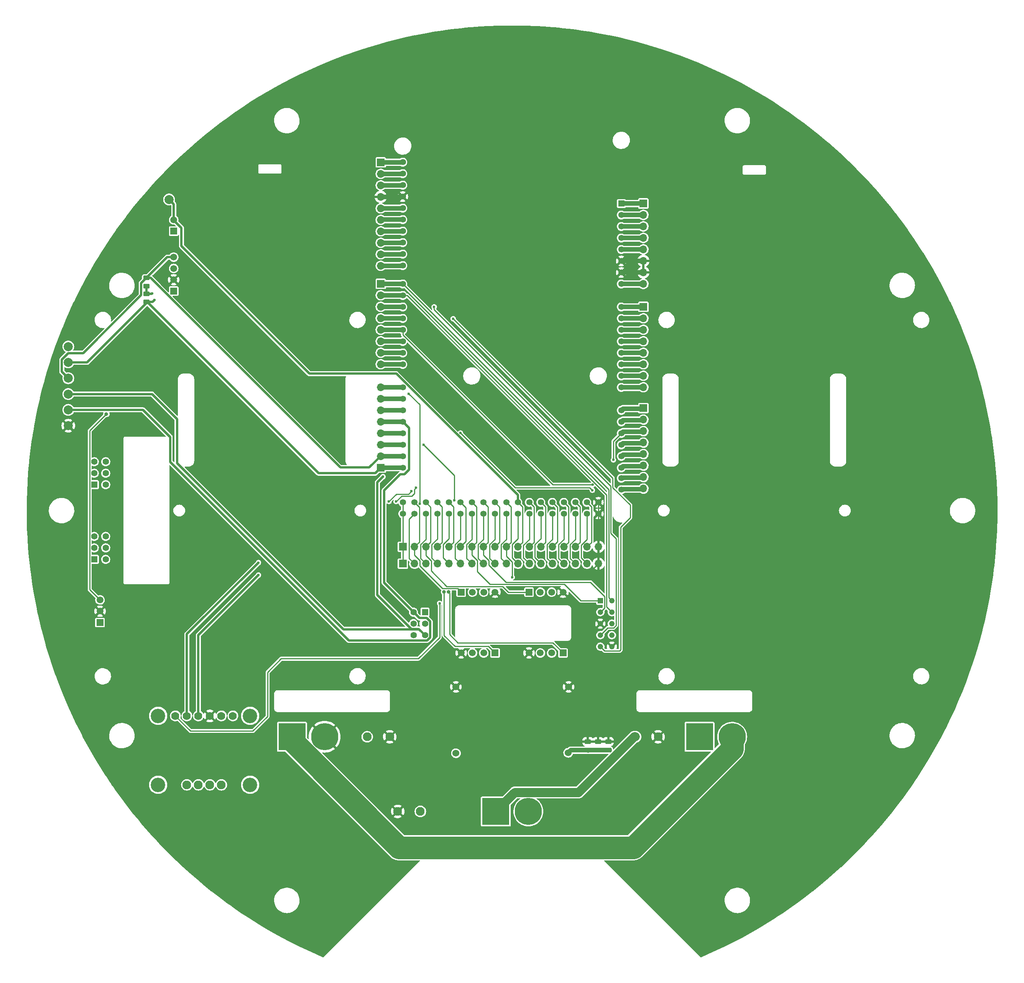
<source format=gbr>
%TF.GenerationSoftware,KiCad,Pcbnew,(6.0.9)*%
%TF.CreationDate,2023-07-09T09:32:53+10:00*%
%TF.ProjectId,Main 2.4,4d61696e-2032-42e3-942e-6b696361645f,rev?*%
%TF.SameCoordinates,Original*%
%TF.FileFunction,Copper,L1,Top*%
%TF.FilePolarity,Positive*%
%FSLAX46Y46*%
G04 Gerber Fmt 4.6, Leading zero omitted, Abs format (unit mm)*
G04 Created by KiCad (PCBNEW (6.0.9)) date 2023-07-09 09:32:53*
%MOMM*%
%LPD*%
G01*
G04 APERTURE LIST*
G04 Aperture macros list*
%AMRoundRect*
0 Rectangle with rounded corners*
0 $1 Rounding radius*
0 $2 $3 $4 $5 $6 $7 $8 $9 X,Y pos of 4 corners*
0 Add a 4 corners polygon primitive as box body*
4,1,4,$2,$3,$4,$5,$6,$7,$8,$9,$2,$3,0*
0 Add four circle primitives for the rounded corners*
1,1,$1+$1,$2,$3*
1,1,$1+$1,$4,$5*
1,1,$1+$1,$6,$7*
1,1,$1+$1,$8,$9*
0 Add four rect primitives between the rounded corners*
20,1,$1+$1,$2,$3,$4,$5,0*
20,1,$1+$1,$4,$5,$6,$7,0*
20,1,$1+$1,$6,$7,$8,$9,0*
20,1,$1+$1,$8,$9,$2,$3,0*%
G04 Aperture macros list end*
%TA.AperFunction,ComponentPad*%
%ADD10C,1.778000*%
%TD*%
%TA.AperFunction,ComponentPad*%
%ADD11C,1.930400*%
%TD*%
%TA.AperFunction,ComponentPad*%
%ADD12C,3.200000*%
%TD*%
%TA.AperFunction,ComponentPad*%
%ADD13R,1.700000X1.700000*%
%TD*%
%TA.AperFunction,ComponentPad*%
%ADD14O,1.700000X1.700000*%
%TD*%
%TA.AperFunction,ComponentPad*%
%ADD15C,6.000000*%
%TD*%
%TA.AperFunction,ComponentPad*%
%ADD16R,6.000000X6.000000*%
%TD*%
%TA.AperFunction,ComponentPad*%
%ADD17R,1.398000X1.398000*%
%TD*%
%TA.AperFunction,ComponentPad*%
%ADD18C,1.398000*%
%TD*%
%TA.AperFunction,ComponentPad*%
%ADD19C,2.000000*%
%TD*%
%TA.AperFunction,ComponentPad*%
%ADD20R,1.508000X1.508000*%
%TD*%
%TA.AperFunction,ComponentPad*%
%ADD21C,1.508000*%
%TD*%
%TA.AperFunction,SMDPad,CuDef*%
%ADD22RoundRect,0.250000X0.475000X-0.250000X0.475000X0.250000X-0.475000X0.250000X-0.475000X-0.250000X0*%
%TD*%
%TA.AperFunction,ComponentPad*%
%ADD23C,1.950000*%
%TD*%
%TA.AperFunction,ComponentPad*%
%ADD24R,1.240000X1.240000*%
%TD*%
%TA.AperFunction,ComponentPad*%
%ADD25C,1.240000*%
%TD*%
%TA.AperFunction,SMDPad,CuDef*%
%ADD26RoundRect,0.250000X-0.450000X0.262500X-0.450000X-0.262500X0.450000X-0.262500X0.450000X0.262500X0*%
%TD*%
%TA.AperFunction,SMDPad,CuDef*%
%ADD27RoundRect,0.250000X0.450000X-0.262500X0.450000X0.262500X-0.450000X0.262500X-0.450000X-0.262500X0*%
%TD*%
%TA.AperFunction,ComponentPad*%
%ADD28C,1.524000*%
%TD*%
%TA.AperFunction,ComponentPad*%
%ADD29C,1.358000*%
%TD*%
%TA.AperFunction,ComponentPad*%
%ADD30R,1.358000X1.358000*%
%TD*%
%TA.AperFunction,ViaPad*%
%ADD31C,0.800000*%
%TD*%
%TA.AperFunction,ViaPad*%
%ADD32C,0.600000*%
%TD*%
%TA.AperFunction,Conductor*%
%ADD33C,2.000000*%
%TD*%
%TA.AperFunction,Conductor*%
%ADD34C,1.000000*%
%TD*%
%TA.AperFunction,Conductor*%
%ADD35C,0.250000*%
%TD*%
%TA.AperFunction,Conductor*%
%ADD36C,5.000000*%
%TD*%
%TA.AperFunction,Conductor*%
%ADD37C,0.500000*%
%TD*%
G04 APERTURE END LIST*
D10*
%TO.P,U4,1,VIN*%
%TO.N,+5V*%
X138350000Y-195380000D03*
%TO.P,U4,2,3V*%
%TO.N,unconnected-(U4-Pad2)*%
X135810000Y-195380000D03*
%TO.P,U4,3,GND*%
%TO.N,GND*%
X133270000Y-195380000D03*
%TO.P,U4,4,SCL*%
%TO.N,/SCL*%
X130730000Y-195380000D03*
%TO.P,U4,5,SDA*%
%TO.N,/SDA*%
X128190000Y-195380000D03*
%TO.P,U4,6,RST*%
%TO.N,/RST*%
X125650000Y-195380000D03*
D11*
%TO.P,U4,7,INT*%
%TO.N,unconnected-(U4-Pad7)*%
X135810000Y-210620000D03*
%TO.P,U4,8,ADR*%
%TO.N,unconnected-(U4-Pad8)*%
X133270000Y-210620000D03*
%TO.P,U4,9,PS0*%
%TO.N,unconnected-(U4-Pad9)*%
X130730000Y-210620000D03*
%TO.P,U4,10,PS1*%
%TO.N,unconnected-(U4-Pad10)*%
X128190000Y-210620000D03*
D12*
%TO.P,U4,P$1*%
%TO.N,N/C*%
X142160000Y-210620000D03*
X121840000Y-195380000D03*
X142160000Y-195380000D03*
X121840000Y-210620000D03*
%TD*%
D13*
%TO.P,J20,1,Pin_1*%
%TO.N,/PWM1 (1)*%
X171000000Y-99880000D03*
D14*
%TO.P,J20,2,Pin_2*%
%TO.N,/PWM2 (2)*%
X171000000Y-102420000D03*
%TO.P,J20,3,Pin_3*%
%TO.N,/PWM1 (3)*%
X171000000Y-104960000D03*
%TO.P,J20,4,Pin_4*%
%TO.N,/PWM2 (4)*%
X171000000Y-107500000D03*
%TO.P,J20,5,Pin_5*%
%TO.N,/M4ENCA*%
X171000000Y-110040000D03*
%TO.P,J20,6,Pin_6*%
%TO.N,/M3ENCA*%
X171000000Y-112580000D03*
%TO.P,J20,7,Pin_7*%
%TO.N,Net-(A1-Pad1)*%
X171000000Y-115120000D03*
%TO.P,J20,8,Pin_8*%
%TO.N,Net-(A1-Pad0)*%
X171000000Y-117660000D03*
%TD*%
D15*
%TO.P,J5,N,NEG*%
%TO.N,Net-(J5-PadN)*%
X203600000Y-216500000D03*
D16*
%TO.P,J5,P,POS*%
%TO.N,+15V*%
X196400000Y-216500000D03*
%TD*%
D17*
%TO.P,J23,1,1*%
%TO.N,Net-(A1-PadAD6)*%
X107730000Y-160790000D03*
D18*
%TO.P,J23,2,2*%
%TO.N,Net-(A1-PadAD7)*%
X107730000Y-158250000D03*
%TO.P,J23,3,3*%
%TO.N,Net-(A1-PadAD8)*%
X107730000Y-155710000D03*
%TO.P,J23,4,4*%
%TO.N,Net-(A1-PadAD9)*%
X110270000Y-160790000D03*
%TO.P,J23,5,5*%
%TO.N,Net-(A1-PadAD10)*%
X110270000Y-158250000D03*
%TO.P,J23,6,6*%
%TO.N,Net-(A1-PadAD11)*%
X110270000Y-155710000D03*
%TD*%
D19*
%TO.P,TP6,1,1*%
%TO.N,GND*%
X102000000Y-131250000D03*
%TD*%
%TO.P,TP1,1,1*%
%TO.N,+5V*%
X102000000Y-113750000D03*
%TD*%
D13*
%TO.P,J22,1,Pin_1*%
%TO.N,+5V*%
X175890000Y-158000000D03*
D14*
%TO.P,J22,2,Pin_2*%
%TO.N,/M1ENCB*%
X178430000Y-158000000D03*
%TO.P,J22,3,Pin_3*%
%TO.N,/M2ENCB*%
X180970000Y-158000000D03*
%TO.P,J22,4,Pin_4*%
%TO.N,/M3ENCB*%
X183510000Y-158000000D03*
%TO.P,J22,5,Pin_5*%
%TO.N,/M4ENCB*%
X186050000Y-158000000D03*
%TO.P,J22,6,Pin_6*%
%TO.N,/DIR2 (4)*%
X188590000Y-158000000D03*
%TO.P,J22,7,Pin_7*%
%TO.N,/DIR1 (1)*%
X191130000Y-158000000D03*
%TO.P,J22,8,Pin_8*%
%TO.N,/DIR2 (2)*%
X193670000Y-158000000D03*
%TO.P,J22,9,Pin_9*%
%TO.N,/DIR1 (3)*%
X196210000Y-158000000D03*
%TO.P,J22,10,Pin_10*%
%TO.N,/RST*%
X198750000Y-158000000D03*
%TO.P,J22,11,Pin_11*%
%TO.N,/LOGIC_SWTICH*%
X201290000Y-158000000D03*
%TO.P,J22,12,Pin_12*%
%TO.N,Net-(A1-Pad42)*%
X203830000Y-158000000D03*
%TO.P,J22,13,Pin_13*%
%TO.N,Net-(A1-Pad44)*%
X206370000Y-158000000D03*
%TO.P,J22,14,Pin_14*%
%TO.N,Net-(A1-Pad46)*%
X208910000Y-158000000D03*
%TO.P,J22,15,Pin_15*%
%TO.N,Net-(A1-Pad48)*%
X211450000Y-158000000D03*
%TO.P,J22,16,Pin_16*%
%TO.N,Net-(A1-Pad50)*%
X213990000Y-158000000D03*
%TO.P,J22,17,Pin_17*%
%TO.N,Net-(A1-Pad52)*%
X216530000Y-158000000D03*
%TO.P,J22,18,Pin_18*%
%TO.N,GND*%
X219070000Y-158000000D03*
%TD*%
D20*
%TO.P,J4,1,1*%
%TO.N,/M4ENCB*%
X211250000Y-181475000D03*
D21*
%TO.P,J4,2,2*%
%TO.N,/M4ENCA*%
X208750000Y-181475000D03*
%TO.P,J4,3,3*%
%TO.N,+5V*%
X206250000Y-181475000D03*
%TO.P,J4,4,4*%
%TO.N,GND*%
X203750000Y-181475000D03*
%TD*%
D17*
%TO.P,J9,1,1*%
%TO.N,Net-(A1-PadAD0)*%
X107730000Y-144290000D03*
D18*
%TO.P,J9,2,2*%
%TO.N,Net-(A1-PadAD1)*%
X107730000Y-141750000D03*
%TO.P,J9,3,3*%
%TO.N,Net-(A1-PadAD2)*%
X107730000Y-139210000D03*
%TO.P,J9,4,4*%
%TO.N,Net-(A1-PadAD3)*%
X110270000Y-144290000D03*
%TO.P,J9,5,5*%
%TO.N,Net-(A1-PadAD4)*%
X110270000Y-141750000D03*
%TO.P,J9,6,6*%
%TO.N,Net-(A1-PadAD5)*%
X110270000Y-139210000D03*
%TD*%
D19*
%TO.P,TP4,1,1*%
%TO.N,/TX*%
X102000000Y-124250000D03*
%TD*%
D15*
%TO.P,J7,N,NEG*%
%TO.N,Net-(J7-PadN)*%
X248600000Y-200000000D03*
D16*
%TO.P,J7,P,POS*%
%TO.N,Net-(J5-PadN)*%
X241400000Y-200000000D03*
%TD*%
D19*
%TO.P,TP18,1,1*%
%TO.N,/LOGIC_SWTICH*%
X124250000Y-81250000D03*
%TD*%
D20*
%TO.P,J25,1,1*%
%TO.N,+5V*%
X125275000Y-88250000D03*
D21*
%TO.P,J25,2,2*%
%TO.N,/LOGIC_SWTICH*%
X125275000Y-85750000D03*
%TD*%
D13*
%TO.P,J10,1,Pin_1*%
%TO.N,Net-(A1-PadNC)*%
X229000000Y-82125000D03*
D14*
%TO.P,J10,2,Pin_2*%
%TO.N,Net-(A1-PadIOREF)*%
X229000000Y-84665000D03*
%TO.P,J10,3,Pin_3*%
%TO.N,Net-(A1-PadRESET)*%
X229000000Y-87205000D03*
%TO.P,J10,4,Pin_4*%
%TO.N,Net-(A1-Pad3V3)*%
X229000000Y-89745000D03*
%TO.P,J10,5,Pin_5*%
%TO.N,+5V*%
X229000000Y-92285000D03*
%TO.P,J10,6,Pin_6*%
%TO.N,GND*%
X229000000Y-94825000D03*
%TO.P,J10,7,Pin_7*%
X229000000Y-97365000D03*
%TO.P,J10,8,Pin_8*%
%TO.N,Net-(A1-PadVIN)*%
X229000000Y-99905000D03*
%TD*%
D13*
%TO.P,J19,1,Pin_1*%
%TO.N,Net-(A1-PadSCL)*%
X171000000Y-73050000D03*
D14*
%TO.P,J19,2,Pin_2*%
%TO.N,Net-(A1-PadSDA)*%
X171000000Y-75590000D03*
%TO.P,J19,3,Pin_3*%
%TO.N,Net-(A1-PadAREF)*%
X171000000Y-78130000D03*
%TO.P,J19,4,Pin_4*%
%TO.N,GND*%
X171000000Y-80670000D03*
%TO.P,J19,5,Pin_5*%
%TO.N,Net-(A1-Pad13)*%
X171000000Y-83210000D03*
%TO.P,J19,6,Pin_6*%
%TO.N,Net-(A1-Pad12)*%
X171000000Y-85750000D03*
%TO.P,J19,7,Pin_7*%
%TO.N,Net-(A1-Pad11)*%
X171000000Y-88290000D03*
%TO.P,J19,8,Pin_8*%
%TO.N,Net-(A1-Pad10)*%
X171000000Y-90830000D03*
%TO.P,J19,9,Pin_9*%
%TO.N,Net-(A1-Pad9)*%
X171000000Y-93370000D03*
%TO.P,J19,10,Pin_10*%
%TO.N,/LEDPWM*%
X171000000Y-95910000D03*
%TD*%
D19*
%TO.P,TP2,1,1*%
%TO.N,/SCL*%
X102000000Y-117250000D03*
%TD*%
D13*
%TO.P,J18,1,Pin_1*%
%TO.N,+5V*%
X175890000Y-161750000D03*
D14*
%TO.P,J18,2,Pin_2*%
%TO.N,Net-(A1-Pad23)*%
X178430000Y-161750000D03*
%TO.P,J18,3,Pin_3*%
%TO.N,Net-(A1-Pad25)*%
X180970000Y-161750000D03*
%TO.P,J18,4,Pin_4*%
%TO.N,Net-(A1-Pad27)*%
X183510000Y-161750000D03*
%TO.P,J18,5,Pin_5*%
%TO.N,Net-(A1-Pad29)*%
X186050000Y-161750000D03*
%TO.P,J18,6,Pin_6*%
%TO.N,Net-(A1-Pad31)*%
X188590000Y-161750000D03*
%TO.P,J18,7,Pin_7*%
%TO.N,Net-(A1-Pad33)*%
X191130000Y-161750000D03*
%TO.P,J18,8,Pin_8*%
%TO.N,Net-(A1-Pad35)*%
X193670000Y-161750000D03*
%TO.P,J18,9,Pin_9*%
%TO.N,Net-(A1-Pad37)*%
X196210000Y-161750000D03*
%TO.P,J18,10,Pin_10*%
%TO.N,Net-(A1-Pad39)*%
X198750000Y-161750000D03*
%TO.P,J18,11,Pin_11*%
%TO.N,Net-(A1-Pad41)*%
X201290000Y-161750000D03*
%TO.P,J18,12,Pin_12*%
%TO.N,Net-(A1-Pad43)*%
X203830000Y-161750000D03*
%TO.P,J18,13,Pin_13*%
%TO.N,Net-(A1-Pad45)*%
X206370000Y-161750000D03*
%TO.P,J18,14,Pin_14*%
%TO.N,Net-(A1-Pad47)*%
X208910000Y-161750000D03*
%TO.P,J18,15,Pin_15*%
%TO.N,Net-(A1-Pad49)*%
X211450000Y-161750000D03*
%TO.P,J18,16,Pin_16*%
%TO.N,Net-(A1-Pad51)*%
X213990000Y-161750000D03*
%TO.P,J18,17,Pin_17*%
%TO.N,Net-(A1-Pad53)*%
X216530000Y-161750000D03*
%TO.P,J18,18,Pin_18*%
%TO.N,GND*%
X219070000Y-161750000D03*
%TD*%
D22*
%TO.P,C1,1*%
%TO.N,+5V*%
X216750000Y-202950000D03*
%TO.P,C1,2*%
%TO.N,GND*%
X216750000Y-201050000D03*
%TD*%
D19*
%TO.P,TP5,1,1*%
%TO.N,/RX*%
X102000000Y-127750000D03*
%TD*%
D23*
%TO.P,J6,1*%
%TO.N,+15V*%
X179750000Y-216500000D03*
%TO.P,J6,2*%
%TO.N,GND*%
X174750000Y-216500000D03*
%TD*%
%TO.P,J15,1*%
%TO.N,+15V*%
X168000000Y-200000000D03*
%TO.P,J15,2*%
%TO.N,GND*%
X173000000Y-200000000D03*
%TD*%
D22*
%TO.P,C3,1*%
%TO.N,+5V*%
X219000000Y-202950000D03*
%TO.P,C3,2*%
%TO.N,GND*%
X219000000Y-201050000D03*
%TD*%
D20*
%TO.P,J3,1,1*%
%TO.N,/M3ENCB*%
X196250000Y-181475000D03*
D21*
%TO.P,J3,2,2*%
%TO.N,/M3ENCA*%
X193750000Y-181475000D03*
%TO.P,J3,3,3*%
%TO.N,+5V*%
X191250000Y-181475000D03*
%TO.P,J3,4,4*%
%TO.N,GND*%
X188750000Y-181475000D03*
%TD*%
D22*
%TO.P,C4,1*%
%TO.N,+5V*%
X221250000Y-202950000D03*
%TO.P,C4,2*%
%TO.N,GND*%
X221250000Y-201050000D03*
%TD*%
D24*
%TO.P,J11,1,1*%
%TO.N,/DIR1 (1)*%
X219500000Y-169920000D03*
D25*
%TO.P,J11,2,2*%
%TO.N,/PWM1 (1)*%
X222040000Y-169920000D03*
%TO.P,J11,3,3*%
%TO.N,/DIR2 (2)*%
X219500000Y-172460000D03*
%TO.P,J11,4,4*%
%TO.N,/PWM2 (2)*%
X222040000Y-172460000D03*
%TO.P,J11,5,5*%
%TO.N,GND*%
X219500000Y-175000000D03*
%TO.P,J11,6,6*%
%TO.N,/DIR1 (3)*%
X222040000Y-175000000D03*
%TO.P,J11,7,7*%
%TO.N,/PWM1 (3)*%
X219500000Y-177540000D03*
%TO.P,J11,8,8*%
%TO.N,/DIR2 (4)*%
X222040000Y-177540000D03*
%TO.P,J11,9,9*%
%TO.N,/PWM2 (4)*%
X219500000Y-180080000D03*
%TO.P,J11,10,10*%
%TO.N,GND*%
X222040000Y-180080000D03*
%TD*%
D26*
%TO.P,R14,1*%
%TO.N,/SDA*%
X119250000Y-98587500D03*
%TO.P,R14,2*%
%TO.N,+5V*%
X119250000Y-100412500D03*
%TD*%
D13*
%TO.P,J21,1,Pin_1*%
%TO.N,/SCL*%
X171000000Y-140530000D03*
D14*
%TO.P,J21,2,Pin_2*%
%TO.N,/SDA*%
X171000000Y-137990000D03*
%TO.P,J21,3,Pin_3*%
%TO.N,/M1ENCA*%
X171000000Y-135450000D03*
%TO.P,J21,4,Pin_4*%
%TO.N,/M2ENCA*%
X171000000Y-132910000D03*
%TO.P,J21,5,Pin_5*%
%TO.N,/RX*%
X171000000Y-130370000D03*
%TO.P,J21,6,Pin_6*%
%TO.N,/TX*%
X171000000Y-127830000D03*
%TO.P,J21,7,Pin_7*%
%TO.N,Net-(A1-Pad15)*%
X171000000Y-125290000D03*
%TO.P,J21,8,Pin_8*%
%TO.N,Net-(A1-Pad14)*%
X171000000Y-122750000D03*
%TD*%
D20*
%TO.P,J1,1,1*%
%TO.N,/M1ENCB*%
X188750000Y-168025000D03*
D21*
%TO.P,J1,2,2*%
%TO.N,/M1ENCA*%
X191250000Y-168025000D03*
%TO.P,J1,3,3*%
%TO.N,+5V*%
X193750000Y-168025000D03*
%TO.P,J1,4,4*%
%TO.N,GND*%
X196250000Y-168025000D03*
%TD*%
D20*
%TO.P,J2,1,1*%
%TO.N,/M2ENCB*%
X203750000Y-168025000D03*
D21*
%TO.P,J2,2,2*%
%TO.N,/M2ENCA*%
X206250000Y-168025000D03*
%TO.P,J2,3,3*%
%TO.N,+5V*%
X208750000Y-168025000D03*
%TO.P,J2,4,4*%
%TO.N,GND*%
X211250000Y-168025000D03*
%TD*%
D27*
%TO.P,R13,1*%
%TO.N,/SCL*%
X119250000Y-103912500D03*
%TO.P,R13,2*%
%TO.N,+5V*%
X119250000Y-102087500D03*
%TD*%
D28*
%TO.P,U1,1,IN-*%
%TO.N,GND*%
X187610000Y-188965000D03*
%TO.P,U1,2,IN+*%
%TO.N,+15V*%
X187610000Y-203635000D03*
%TO.P,U1,3,0-*%
%TO.N,GND*%
X212490000Y-188965000D03*
%TO.P,U1,4,0+*%
%TO.N,+5V*%
X212390000Y-203535000D03*
%TD*%
D29*
%TO.P,A1,0,0*%
%TO.N,Net-(A1-Pad0)*%
X175870000Y-117700000D03*
%TO.P,A1,1,1*%
%TO.N,Net-(A1-Pad1)*%
X175870000Y-115160000D03*
%TO.P,A1,2,2*%
%TO.N,/M3ENCA*%
X175870000Y-112620000D03*
%TO.P,A1,3,3*%
%TO.N,/M4ENCA*%
X175870000Y-110080000D03*
%TO.P,A1,3V3,+3V3*%
%TO.N,Net-(A1-Pad3V3)*%
X224130000Y-89760000D03*
%TO.P,A1,4,4*%
%TO.N,/PWM2 (4)*%
X175870000Y-107540000D03*
%TO.P,A1,5,5*%
%TO.N,/PWM1 (3)*%
X175870000Y-105000000D03*
%TO.P,A1,5V_1,+5V_1*%
%TO.N,+5V*%
X224130000Y-92300000D03*
%TO.P,A1,5V_2,+5V_2*%
X175870000Y-148180000D03*
%TO.P,A1,5V_3,+5V_3*%
X175870000Y-150720000D03*
%TO.P,A1,6,6*%
%TO.N,/PWM2 (2)*%
X175870000Y-102460000D03*
%TO.P,A1,7,7*%
%TO.N,/PWM1 (1)*%
X175870000Y-99920000D03*
%TO.P,A1,8,8*%
%TO.N,/LEDPWM*%
X175870000Y-95856000D03*
%TO.P,A1,9,9*%
%TO.N,Net-(A1-Pad9)*%
X175870000Y-93316000D03*
%TO.P,A1,10,10*%
%TO.N,Net-(A1-Pad10)*%
X175870000Y-90776000D03*
%TO.P,A1,11,11*%
%TO.N,Net-(A1-Pad11)*%
X175870000Y-88236000D03*
%TO.P,A1,12,12*%
%TO.N,Net-(A1-Pad12)*%
X175870000Y-85696000D03*
%TO.P,A1,13,13*%
%TO.N,Net-(A1-Pad13)*%
X175870000Y-83156000D03*
%TO.P,A1,14,14*%
%TO.N,Net-(A1-Pad14)*%
X175870000Y-122780000D03*
%TO.P,A1,15,15*%
%TO.N,Net-(A1-Pad15)*%
X175870000Y-125320000D03*
%TO.P,A1,16,16*%
%TO.N,/TX*%
X175870000Y-127860000D03*
%TO.P,A1,17,17*%
%TO.N,/RX*%
X175870000Y-130400000D03*
%TO.P,A1,18,18*%
%TO.N,/M2ENCA*%
X175870000Y-132940000D03*
%TO.P,A1,19,19*%
%TO.N,/M1ENCA*%
X175870000Y-135480000D03*
%TO.P,A1,20,20*%
%TO.N,/SDA*%
X175870000Y-138020000D03*
%TO.P,A1,21,21*%
%TO.N,/SCL*%
X175870000Y-140560000D03*
%TO.P,A1,22,22*%
%TO.N,/M1ENCB*%
X178410000Y-148180000D03*
%TO.P,A1,23,23*%
%TO.N,Net-(A1-Pad23)*%
X178410000Y-150720000D03*
%TO.P,A1,24,24*%
%TO.N,/M2ENCB*%
X180950000Y-148180000D03*
%TO.P,A1,25,25*%
%TO.N,Net-(A1-Pad25)*%
X180950000Y-150720000D03*
%TO.P,A1,26,26*%
%TO.N,/M3ENCB*%
X183490000Y-148180000D03*
%TO.P,A1,27,27*%
%TO.N,Net-(A1-Pad27)*%
X183490000Y-150720000D03*
%TO.P,A1,28,28*%
%TO.N,/M4ENCB*%
X186030000Y-148180000D03*
%TO.P,A1,29,29*%
%TO.N,Net-(A1-Pad29)*%
X186030000Y-150720000D03*
%TO.P,A1,30,30*%
%TO.N,/DIR2 (4)*%
X188570000Y-148180000D03*
%TO.P,A1,31,31*%
%TO.N,Net-(A1-Pad31)*%
X188570000Y-150720000D03*
%TO.P,A1,32,32*%
%TO.N,/DIR1 (1)*%
X191110000Y-148180000D03*
%TO.P,A1,33,33*%
%TO.N,Net-(A1-Pad33)*%
X191110000Y-150720000D03*
%TO.P,A1,34,34*%
%TO.N,/DIR2 (2)*%
X193650000Y-148180000D03*
%TO.P,A1,35,35*%
%TO.N,Net-(A1-Pad35)*%
X193650000Y-150720000D03*
%TO.P,A1,36,36*%
%TO.N,/DIR1 (3)*%
X196190000Y-148180000D03*
%TO.P,A1,37,37*%
%TO.N,Net-(A1-Pad37)*%
X196190000Y-150720000D03*
%TO.P,A1,38,38*%
%TO.N,/RST*%
X198730000Y-148180000D03*
%TO.P,A1,39,39*%
%TO.N,Net-(A1-Pad39)*%
X198730000Y-150720000D03*
%TO.P,A1,40,40*%
%TO.N,/LOGIC_SWTICH*%
X201270000Y-148180000D03*
%TO.P,A1,41,41*%
%TO.N,Net-(A1-Pad41)*%
X201270000Y-150720000D03*
%TO.P,A1,42,42*%
%TO.N,Net-(A1-Pad42)*%
X203810000Y-148180000D03*
%TO.P,A1,43,43*%
%TO.N,Net-(A1-Pad43)*%
X203810000Y-150720000D03*
%TO.P,A1,44,44*%
%TO.N,Net-(A1-Pad44)*%
X206350000Y-148180000D03*
%TO.P,A1,45,45*%
%TO.N,Net-(A1-Pad45)*%
X206350000Y-150720000D03*
%TO.P,A1,46,46*%
%TO.N,Net-(A1-Pad46)*%
X208890000Y-148180000D03*
%TO.P,A1,47,47*%
%TO.N,Net-(A1-Pad47)*%
X208890000Y-150720000D03*
%TO.P,A1,48,48*%
%TO.N,Net-(A1-Pad48)*%
X211430000Y-148180000D03*
%TO.P,A1,49,49*%
%TO.N,Net-(A1-Pad49)*%
X211430000Y-150720000D03*
%TO.P,A1,50,50*%
%TO.N,Net-(A1-Pad50)*%
X213970000Y-148180000D03*
%TO.P,A1,51,51*%
%TO.N,Net-(A1-Pad51)*%
X213970000Y-150720000D03*
%TO.P,A1,52,52*%
%TO.N,Net-(A1-Pad52)*%
X216510000Y-148180000D03*
%TO.P,A1,53,53*%
%TO.N,Net-(A1-Pad53)*%
X216510000Y-150720000D03*
%TO.P,A1,AD0,AD0*%
%TO.N,Net-(A1-PadAD0)*%
X224130000Y-105000000D03*
%TO.P,A1,AD1,AD1*%
%TO.N,Net-(A1-PadAD1)*%
X224130000Y-107540000D03*
%TO.P,A1,AD2,AD2*%
%TO.N,Net-(A1-PadAD2)*%
X224130000Y-110080000D03*
%TO.P,A1,AD3,AD3*%
%TO.N,Net-(A1-PadAD3)*%
X224130000Y-112620000D03*
%TO.P,A1,AD4,AD4*%
%TO.N,Net-(A1-PadAD4)*%
X224130000Y-115160000D03*
%TO.P,A1,AD5,AD5*%
%TO.N,Net-(A1-PadAD5)*%
X224130000Y-117700000D03*
%TO.P,A1,AD6,AD6*%
%TO.N,Net-(A1-PadAD6)*%
X224130000Y-120240000D03*
%TO.P,A1,AD7,AD7*%
%TO.N,Net-(A1-PadAD7)*%
X224130000Y-122780000D03*
%TO.P,A1,AD8,AD8*%
%TO.N,Net-(A1-PadAD8)*%
X224130000Y-127860000D03*
%TO.P,A1,AD9,AD9*%
%TO.N,Net-(A1-PadAD9)*%
X224130000Y-130400000D03*
%TO.P,A1,AD10,AD10*%
%TO.N,Net-(A1-PadAD10)*%
X224130000Y-132940000D03*
%TO.P,A1,AD11,AD11*%
%TO.N,Net-(A1-PadAD11)*%
X224130000Y-135480000D03*
%TO.P,A1,AD12,AD12*%
%TO.N,Net-(A1-PadAD12)*%
X224130000Y-138020000D03*
%TO.P,A1,AD13,AD13*%
%TO.N,Net-(A1-PadAD13)*%
X224130000Y-140560000D03*
%TO.P,A1,AD14,AD14*%
%TO.N,Net-(A1-PadAD14)*%
X224130000Y-142846000D03*
%TO.P,A1,AD15,AD15*%
%TO.N,Net-(A1-PadAD15)*%
X224130000Y-145386000D03*
%TO.P,A1,AREF,AREF*%
%TO.N,Net-(A1-PadAREF)*%
X175870000Y-78076000D03*
%TO.P,A1,GND1,GND1*%
%TO.N,GND*%
X224130000Y-94840000D03*
%TO.P,A1,GND2,GND2*%
X224130000Y-97380000D03*
%TO.P,A1,GND3,GND3*%
X175870000Y-80616000D03*
%TO.P,A1,GND4,GND4*%
X219050000Y-148180000D03*
%TO.P,A1,GND5,GND5*%
X219050000Y-150720000D03*
%TO.P,A1,IOREF,IOREF*%
%TO.N,Net-(A1-PadIOREF)*%
X224130000Y-84680000D03*
D30*
%TO.P,A1,NC,NC*%
%TO.N,Net-(A1-PadNC)*%
X224130000Y-82140000D03*
D29*
%TO.P,A1,RESET,RESET*%
%TO.N,Net-(A1-PadRESET)*%
X224130000Y-87220000D03*
%TO.P,A1,SCL,SCL*%
%TO.N,Net-(A1-PadSCL)*%
X175870000Y-72996000D03*
%TO.P,A1,SDA,SDA*%
%TO.N,Net-(A1-PadSDA)*%
X175870000Y-75536000D03*
%TO.P,A1,VIN,VIN*%
%TO.N,Net-(A1-PadVIN)*%
X224130000Y-99920000D03*
%TD*%
D15*
%TO.P,J8,N,NEG*%
%TO.N,GND*%
X158600000Y-200000000D03*
D16*
%TO.P,J8,P,POS*%
%TO.N,Net-(J7-PadN)*%
X151400000Y-200000000D03*
%TD*%
D20*
%TO.P,J24,1,1*%
%TO.N,+5V*%
X109000000Y-174750000D03*
D21*
%TO.P,J24,2,2*%
%TO.N,GND*%
X109000000Y-172250000D03*
%TO.P,J24,3,3*%
%TO.N,/LEDPWM*%
X109000000Y-169750000D03*
%TD*%
D13*
%TO.P,J17,1,Pin_1*%
%TO.N,Net-(A1-PadAD8)*%
X229000000Y-127375000D03*
D14*
%TO.P,J17,2,Pin_2*%
%TO.N,Net-(A1-PadAD9)*%
X229000000Y-129915000D03*
%TO.P,J17,3,Pin_3*%
%TO.N,Net-(A1-PadAD10)*%
X229000000Y-132455000D03*
%TO.P,J17,4,Pin_4*%
%TO.N,Net-(A1-PadAD11)*%
X229000000Y-134995000D03*
%TO.P,J17,5,Pin_5*%
%TO.N,Net-(A1-PadAD12)*%
X229000000Y-137535000D03*
%TO.P,J17,6,Pin_6*%
%TO.N,Net-(A1-PadAD13)*%
X229000000Y-140075000D03*
%TO.P,J17,7,Pin_7*%
%TO.N,Net-(A1-PadAD14)*%
X229000000Y-142615000D03*
%TO.P,J17,8,Pin_8*%
%TO.N,Net-(A1-PadAD15)*%
X229000000Y-145155000D03*
%TD*%
D19*
%TO.P,TP3,1,1*%
%TO.N,/SDA*%
X102000000Y-120750000D03*
%TD*%
D20*
%TO.P,J13,1,1*%
%TO.N,+5V*%
X125275000Y-101500000D03*
D21*
%TO.P,J13,2,2*%
%TO.N,GND*%
X125275000Y-99000000D03*
%TO.P,J13,3,3*%
%TO.N,/SCL*%
X125275000Y-96500000D03*
%TO.P,J13,4,4*%
%TO.N,/SDA*%
X125275000Y-94000000D03*
%TD*%
D23*
%TO.P,J16,1*%
%TO.N,+15V*%
X227250000Y-200000000D03*
%TO.P,J16,2*%
%TO.N,GND*%
X232250000Y-200000000D03*
%TD*%
D13*
%TO.P,J14,1,Pin_1*%
%TO.N,Net-(A1-PadAD0)*%
X229000000Y-104970000D03*
D14*
%TO.P,J14,2,Pin_2*%
%TO.N,Net-(A1-PadAD1)*%
X229000000Y-107510000D03*
%TO.P,J14,3,Pin_3*%
%TO.N,Net-(A1-PadAD2)*%
X229000000Y-110050000D03*
%TO.P,J14,4,Pin_4*%
%TO.N,Net-(A1-PadAD3)*%
X229000000Y-112590000D03*
%TO.P,J14,5,Pin_5*%
%TO.N,Net-(A1-PadAD4)*%
X229000000Y-115130000D03*
%TO.P,J14,6,Pin_6*%
%TO.N,Net-(A1-PadAD5)*%
X229000000Y-117670000D03*
%TO.P,J14,7,Pin_7*%
%TO.N,Net-(A1-PadAD6)*%
X229000000Y-120210000D03*
%TO.P,J14,8,Pin_8*%
%TO.N,Net-(A1-PadAD7)*%
X229000000Y-122750000D03*
%TD*%
D17*
%TO.P,J12,1,1*%
%TO.N,+5V*%
X180770000Y-172460000D03*
D18*
%TO.P,J12,2,2*%
%TO.N,GND*%
X180770000Y-175000000D03*
%TO.P,J12,3,3*%
%TO.N,/TX*%
X180770000Y-177540000D03*
%TO.P,J12,4,4*%
%TO.N,/RX*%
X178230000Y-172460000D03*
%TO.P,J12,5,5*%
%TO.N,unconnected-(J12-Pad5)*%
X178230000Y-175000000D03*
%TO.P,J12,6,6*%
%TO.N,unconnected-(J12-Pad6)*%
X178230000Y-177540000D03*
%TD*%
D31*
%TO.N,GND*%
X215750000Y-164750000D03*
X217000000Y-171000000D03*
D32*
%TO.N,/M1ENCA*%
X187250000Y-147750000D03*
X180500000Y-135500000D03*
%TO.N,/M2ENCA*%
X188623301Y-132876699D03*
X217750000Y-145500000D03*
D31*
%TO.N,/M3ENCB*%
X185000000Y-168000000D03*
D32*
%TO.N,/M3ENCA*%
X179656589Y-148543411D03*
X177200000Y-124200000D03*
D31*
%TO.N,/M4ENCB*%
X185999503Y-168000000D03*
D32*
%TO.N,/M4ENCA*%
X217785126Y-144298052D03*
%TO.N,/SDA*%
X144000000Y-161500000D03*
%TO.N,/SCL*%
X121000000Y-103500000D03*
X144000000Y-164250000D03*
%TO.N,/PWM1 (3)*%
X182800000Y-105000000D03*
%TO.N,/PWM2 (4)*%
X187000000Y-107600000D03*
%TO.N,/TX*%
X171500000Y-142500000D03*
%TO.N,+5V*%
X120500000Y-102000000D03*
%TO.N,/RST*%
X184000000Y-170500000D03*
X200000000Y-164750000D03*
%TO.N,Net-(A1-PadAD8)*%
X174400000Y-148000000D03*
X178800000Y-144975500D03*
%TO.N,Net-(A1-PadAD9)*%
X172800000Y-148000000D03*
X177800000Y-145720501D03*
%TO.N,Net-(A1-PadAD10)*%
X222400000Y-138800000D03*
D31*
%TO.N,/LEDPWM*%
X110409363Y-128659363D03*
%TD*%
D33*
%TO.N,+15V*%
X200600000Y-212300000D02*
X196400000Y-216500000D01*
X227000000Y-200000000D02*
X214700000Y-212300000D01*
X214700000Y-212300000D02*
X200600000Y-212300000D01*
X227250000Y-200000000D02*
X227000000Y-200000000D01*
D34*
%TO.N,GND*%
X175816000Y-80670000D02*
X175870000Y-80616000D01*
D35*
X219050000Y-161730000D02*
X219070000Y-161750000D01*
D34*
X228985000Y-94840000D02*
X229000000Y-94825000D01*
X224130000Y-97380000D02*
X228985000Y-97380000D01*
D35*
X216070000Y-164750000D02*
X215750000Y-164750000D01*
D34*
X224130000Y-94840000D02*
X228985000Y-94840000D01*
X171000000Y-80670000D02*
X175816000Y-80670000D01*
X228985000Y-97380000D02*
X229000000Y-97365000D01*
D35*
X219070000Y-161750000D02*
X216070000Y-164750000D01*
X219050000Y-148180000D02*
X219050000Y-161730000D01*
%TO.N,/M1ENCB*%
X179605000Y-162205000D02*
X179605000Y-161021396D01*
X184650000Y-167250000D02*
X179605000Y-162205000D01*
X178410000Y-148180000D02*
X179500000Y-149270000D01*
X179500000Y-156930000D02*
X178430000Y-158000000D01*
X179500000Y-149270000D02*
X179500000Y-156930000D01*
X178430000Y-159846396D02*
X178430000Y-158000000D01*
X187975000Y-167250000D02*
X184650000Y-167250000D01*
X188750000Y-168025000D02*
X187975000Y-167250000D01*
X179605000Y-161021396D02*
X178430000Y-159846396D01*
%TO.N,/M1ENCA*%
X187250000Y-142250000D02*
X187250000Y-147750000D01*
D34*
X171000000Y-135450000D02*
X175840000Y-135450000D01*
X175840000Y-135450000D02*
X175870000Y-135480000D01*
D35*
X180500000Y-135500000D02*
X187250000Y-142250000D01*
%TO.N,/M2ENCB*%
X180970000Y-158000000D02*
X182000000Y-156970000D01*
X182145000Y-161145000D02*
X180970000Y-159970000D01*
X197950000Y-166750000D02*
X185550000Y-166750000D01*
X180970000Y-159970000D02*
X180970000Y-158000000D01*
X182000000Y-156970000D02*
X182000000Y-149230000D01*
X203750000Y-168025000D02*
X199225000Y-168025000D01*
X199225000Y-168025000D02*
X197950000Y-166750000D01*
X182000000Y-149230000D02*
X180950000Y-148180000D01*
X182145000Y-163345000D02*
X182145000Y-161145000D01*
X185550000Y-166750000D02*
X182145000Y-163345000D01*
%TO.N,/M2ENCA*%
X217750000Y-145500000D02*
X217173052Y-144923052D01*
D34*
X175840000Y-132910000D02*
X175870000Y-132940000D01*
X171000000Y-132910000D02*
X175840000Y-132910000D01*
D35*
X200669654Y-144923052D02*
X188623301Y-132876699D01*
X217173052Y-144923052D02*
X200669654Y-144923052D01*
%TO.N,/M3ENCB*%
X185000000Y-168000000D02*
X185000000Y-177600000D01*
X184494000Y-157016000D02*
X184494000Y-149184000D01*
X184494000Y-149184000D02*
X183490000Y-148180000D01*
X183510000Y-158000000D02*
X184494000Y-157016000D01*
X185000000Y-177600000D02*
X187400000Y-180000000D01*
X187400000Y-180000000D02*
X194775000Y-180000000D01*
X194775000Y-180000000D02*
X196250000Y-181475000D01*
D34*
%TO.N,/M3ENCA*%
X175830000Y-112580000D02*
X175870000Y-112620000D01*
X171000000Y-112580000D02*
X175830000Y-112580000D01*
D35*
X179600000Y-126600000D02*
X177200000Y-124200000D01*
X179656589Y-148543411D02*
X179600000Y-148486822D01*
X179600000Y-148486822D02*
X179600000Y-126600000D01*
%TO.N,/M4ENCB*%
X187034000Y-157016000D02*
X187034000Y-149184000D01*
X209000000Y-179200000D02*
X211250000Y-181450000D01*
X188000000Y-179200000D02*
X209000000Y-179200000D01*
X186200000Y-177400000D02*
X188000000Y-179200000D01*
X185999503Y-168000000D02*
X186200000Y-168200497D01*
X211250000Y-181450000D02*
X211250000Y-181475000D01*
X186200000Y-168200497D02*
X186200000Y-177400000D01*
X187034000Y-149184000D02*
X186030000Y-148180000D01*
X186050000Y-158000000D02*
X187034000Y-157016000D01*
%TO.N,/M4ENCA*%
X175870000Y-111200129D02*
X175870000Y-110080000D01*
X208967923Y-144298052D02*
X175870000Y-111200129D01*
D34*
X175830000Y-110040000D02*
X175870000Y-110080000D01*
D35*
X217785126Y-144298052D02*
X208967923Y-144298052D01*
D34*
X171000000Y-110040000D02*
X175830000Y-110040000D01*
D36*
%TO.N,Net-(J7-PadN)*%
X151400000Y-200000000D02*
X151400000Y-200861018D01*
X226750000Y-224500000D02*
X248600000Y-202650000D01*
X175038982Y-224500000D02*
X226750000Y-224500000D01*
X151400000Y-200861018D02*
X175038982Y-224500000D01*
X248600000Y-202650000D02*
X248600000Y-200000000D01*
D37*
%TO.N,/SDA*%
X128190000Y-195380000D02*
X128190000Y-177310000D01*
X118100000Y-99737500D02*
X119250000Y-98587500D01*
X100550000Y-119300000D02*
X100550000Y-116649390D01*
X123837500Y-94000000D02*
X119250000Y-98587500D01*
D34*
X175840000Y-137990000D02*
X175870000Y-138020000D01*
D37*
X118100000Y-102400000D02*
X118100000Y-99737500D01*
X101999390Y-115200000D02*
X105300000Y-115200000D01*
X168490000Y-140500000D02*
X162087500Y-140500000D01*
X162087500Y-140500000D02*
X120175000Y-98587500D01*
X120175000Y-98587500D02*
X119250000Y-98587500D01*
D34*
X171000000Y-137990000D02*
X175840000Y-137990000D01*
D37*
X105300000Y-115200000D02*
X118100000Y-102400000D01*
X102000000Y-120750000D02*
X100550000Y-119300000D01*
X128190000Y-177310000D02*
X144000000Y-161500000D01*
X171000000Y-137990000D02*
X168490000Y-140500000D01*
X125275000Y-94000000D02*
X123837500Y-94000000D01*
X100550000Y-116649390D02*
X101999390Y-115200000D01*
%TO.N,/SCL*%
X120587500Y-103912500D02*
X121000000Y-103500000D01*
X130730000Y-177520000D02*
X144000000Y-164250000D01*
X119412500Y-103912500D02*
X157250000Y-141750000D01*
X119250000Y-104162500D02*
X119250000Y-103912500D01*
D34*
X171000000Y-140530000D02*
X175840000Y-140530000D01*
D37*
X157250000Y-141750000D02*
X169780000Y-141750000D01*
X106162500Y-117250000D02*
X119250000Y-104162500D01*
D34*
X175840000Y-140530000D02*
X175870000Y-140560000D01*
D37*
X102000000Y-117250000D02*
X106162500Y-117250000D01*
X130730000Y-195380000D02*
X130730000Y-177520000D01*
X119250000Y-103912500D02*
X119412500Y-103912500D01*
X119250000Y-103912500D02*
X120587500Y-103912500D01*
X169780000Y-141750000D02*
X171000000Y-140530000D01*
D35*
%TO.N,/DIR1 (1)*%
X192114000Y-157016000D02*
X192114000Y-149184000D01*
X211550937Y-166300000D02*
X195100000Y-166300000D01*
X192305000Y-161021396D02*
X191130000Y-159846396D01*
X219500000Y-169920000D02*
X215170937Y-169920000D01*
X192305000Y-163505000D02*
X192305000Y-161021396D01*
X191130000Y-158000000D02*
X192114000Y-157016000D01*
X195100000Y-166300000D02*
X192305000Y-163505000D01*
X191130000Y-159846396D02*
X191130000Y-158000000D01*
X192114000Y-149184000D02*
X191110000Y-148180000D01*
X215170937Y-169920000D02*
X211550937Y-166300000D01*
D34*
%TO.N,/PWM1 (1)*%
X175830000Y-99880000D02*
X175870000Y-99920000D01*
D35*
X222040000Y-169920000D02*
X221345000Y-169225000D01*
X221345000Y-169225000D02*
X221345000Y-145395000D01*
D34*
X171000000Y-99880000D02*
X175830000Y-99880000D01*
D35*
X221345000Y-145395000D02*
X175870000Y-99920000D01*
%TO.N,/DIR2 (2)*%
X217320000Y-165850000D02*
X198648299Y-165850000D01*
X194845000Y-161045000D02*
X193670000Y-159870000D01*
X193670000Y-159870000D02*
X193670000Y-158000000D01*
X193670000Y-158000000D02*
X194654000Y-157016000D01*
X219500000Y-172460000D02*
X220445000Y-171515000D01*
X220445000Y-171515000D02*
X220445000Y-168975000D01*
X194654000Y-149184000D02*
X193650000Y-148180000D01*
X220445000Y-168975000D02*
X217320000Y-165850000D01*
X194654000Y-157016000D02*
X194654000Y-149184000D01*
X194845000Y-162046701D02*
X194845000Y-161045000D01*
X198648299Y-165850000D02*
X194845000Y-162046701D01*
%TO.N,/PWM2 (2)*%
X222040000Y-172460000D02*
X220895000Y-171315000D01*
X176830251Y-102460000D02*
X175870000Y-102460000D01*
X220895000Y-146524749D02*
X176830251Y-102460000D01*
X220895000Y-171315000D02*
X220895000Y-146524749D01*
D34*
X171000000Y-102420000D02*
X175830000Y-102420000D01*
X175830000Y-102420000D02*
X175870000Y-102460000D01*
D35*
%TO.N,/DIR1 (3)*%
X197250000Y-149240000D02*
X196190000Y-148180000D01*
X197250000Y-156960000D02*
X197250000Y-149240000D01*
X196210000Y-158000000D02*
X197250000Y-156960000D01*
%TO.N,/PWM1 (3)*%
X223000000Y-175376432D02*
X223000000Y-156200000D01*
X182800000Y-105600000D02*
X182800000Y-105000000D01*
X221795000Y-144595000D02*
X182800000Y-105600000D01*
X219500000Y-177540000D02*
X221095000Y-175945000D01*
X222431432Y-175945000D02*
X223000000Y-175376432D01*
D34*
X175830000Y-104960000D02*
X175870000Y-105000000D01*
D35*
X221795000Y-154995000D02*
X221795000Y-144595000D01*
X221095000Y-175945000D02*
X222431432Y-175945000D01*
X223000000Y-156200000D02*
X221795000Y-154995000D01*
D34*
X171000000Y-104960000D02*
X175830000Y-104960000D01*
D35*
%TO.N,/DIR2 (4)*%
X189750000Y-149360000D02*
X188570000Y-148180000D01*
X189750000Y-156840000D02*
X189750000Y-149360000D01*
X188590000Y-158000000D02*
X189750000Y-156840000D01*
%TO.N,/PWM2 (4)*%
X222245000Y-144920871D02*
X222245000Y-142845000D01*
X224000000Y-153643074D02*
X226105001Y-151538073D01*
X220445000Y-181025000D02*
X223775000Y-181025000D01*
X224000000Y-180800000D02*
X224000000Y-153643074D01*
D34*
X175830000Y-107500000D02*
X175870000Y-107540000D01*
D35*
X226105001Y-148780872D02*
X222245000Y-144920871D01*
D34*
X171000000Y-107500000D02*
X175830000Y-107500000D01*
D35*
X222245000Y-142845000D02*
X187000000Y-107600000D01*
X223775000Y-181025000D02*
X224000000Y-180800000D01*
X219500000Y-180080000D02*
X220445000Y-181025000D01*
X226105001Y-151538073D02*
X226105001Y-148780872D01*
D34*
%TO.N,/TX*%
X171000000Y-127830000D02*
X175840000Y-127830000D01*
D37*
X170250000Y-143750000D02*
X171500000Y-142500000D01*
X120500000Y-124250000D02*
X126000000Y-129750000D01*
X126000000Y-139500000D02*
X162750000Y-176250000D01*
X179480000Y-176250000D02*
X180770000Y-177540000D01*
X180770000Y-177540000D02*
X179379000Y-176149000D01*
X162750000Y-176250000D02*
X179480000Y-176250000D01*
X179379000Y-176149000D02*
X177754068Y-176149000D01*
X170250000Y-168644932D02*
X170250000Y-146750000D01*
X170250000Y-146750000D02*
X170250000Y-143750000D01*
X177754068Y-176149000D02*
X170250000Y-168644932D01*
X102000000Y-124250000D02*
X120500000Y-124250000D01*
X126000000Y-129750000D02*
X126000000Y-139500000D01*
D34*
X175840000Y-127830000D02*
X175870000Y-127860000D01*
D37*
%TO.N,/RX*%
X124500000Y-133750000D02*
X124500000Y-139250000D01*
X177250000Y-141000000D02*
X177250000Y-131780000D01*
X181245932Y-178689000D02*
X181919000Y-178015932D01*
X181919000Y-178015932D02*
X181919000Y-174524068D01*
X176250000Y-142000000D02*
X177250000Y-141000000D01*
X171750000Y-145520150D02*
X175270150Y-142000000D01*
D34*
X171000000Y-130370000D02*
X175840000Y-130370000D01*
X175840000Y-130370000D02*
X175870000Y-130400000D01*
D37*
X163939000Y-178689000D02*
X181245932Y-178689000D01*
X178230000Y-172460000D02*
X171750000Y-165980000D01*
X179520000Y-173750000D02*
X178230000Y-172460000D01*
X102000000Y-127750000D02*
X118500000Y-127750000D01*
X175270150Y-142000000D02*
X176250000Y-142000000D01*
X171750000Y-165980000D02*
X171750000Y-145520150D01*
X181919000Y-174524068D02*
X181144932Y-173750000D01*
X118500000Y-127750000D02*
X124500000Y-133750000D01*
X177250000Y-131780000D02*
X175870000Y-130400000D01*
X124500000Y-139250000D02*
X163939000Y-178689000D01*
X181144932Y-173750000D02*
X179520000Y-173750000D01*
D35*
%TO.N,/LOGIC_SWTICH*%
X202274000Y-149184000D02*
X201270000Y-148180000D01*
D37*
X155248021Y-119748021D02*
X127000000Y-91500000D01*
X201270000Y-148180000D02*
X201270000Y-146583352D01*
X174434669Y-119748021D02*
X155248021Y-119748021D01*
X125275000Y-82275000D02*
X124250000Y-81250000D01*
X127000000Y-91500000D02*
X127000000Y-87567000D01*
X201270000Y-146583352D02*
X174434669Y-119748021D01*
D35*
X202274000Y-157016000D02*
X202274000Y-149184000D01*
D37*
X125275000Y-85842000D02*
X125275000Y-82275000D01*
D35*
X201290000Y-158000000D02*
X202274000Y-157016000D01*
D37*
X127000000Y-87567000D02*
X125275000Y-85842000D01*
D34*
%TO.N,Net-(A1-PadNC)*%
X224130000Y-82140000D02*
X228985000Y-82140000D01*
X228985000Y-82140000D02*
X229000000Y-82125000D01*
%TO.N,Net-(A1-PadIOREF)*%
X228985000Y-84680000D02*
X229000000Y-84665000D01*
X224130000Y-84680000D02*
X228985000Y-84680000D01*
%TO.N,Net-(A1-PadRESET)*%
X228985000Y-87220000D02*
X229000000Y-87205000D01*
X224130000Y-87220000D02*
X228985000Y-87220000D01*
%TO.N,Net-(A1-Pad3V3)*%
X228985000Y-89760000D02*
X229000000Y-89745000D01*
X224130000Y-89760000D02*
X228985000Y-89760000D01*
%TO.N,+5V*%
X221200000Y-202950000D02*
X216850000Y-202950000D01*
D37*
X120412500Y-102087500D02*
X120500000Y-102000000D01*
D35*
X175890000Y-148200000D02*
X175870000Y-148180000D01*
D34*
X224130000Y-92300000D02*
X228985000Y-92300000D01*
X216750000Y-202950000D02*
X212975000Y-202950000D01*
D35*
X175890000Y-161750000D02*
X175890000Y-148200000D01*
D34*
X228985000Y-92300000D02*
X229000000Y-92285000D01*
D37*
X119250000Y-100412500D02*
X119250000Y-102087500D01*
X119250000Y-102087500D02*
X120412500Y-102087500D01*
D34*
X216850000Y-202950000D02*
X216800000Y-203000000D01*
X212975000Y-202950000D02*
X212390000Y-203535000D01*
%TO.N,Net-(A1-PadVIN)*%
X228985000Y-99920000D02*
X229000000Y-99905000D01*
X224130000Y-99920000D02*
X228985000Y-99920000D01*
%TO.N,Net-(A1-PadAD0)*%
X228970000Y-105000000D02*
X229000000Y-104970000D01*
X224130000Y-105000000D02*
X228970000Y-105000000D01*
%TO.N,Net-(A1-PadAD1)*%
X224130000Y-107540000D02*
X228970000Y-107540000D01*
X228970000Y-107540000D02*
X229000000Y-107510000D01*
%TO.N,Net-(A1-PadAD2)*%
X224130000Y-110080000D02*
X228970000Y-110080000D01*
X228970000Y-110080000D02*
X229000000Y-110050000D01*
%TO.N,Net-(A1-PadAD3)*%
X224130000Y-112620000D02*
X228970000Y-112620000D01*
X228970000Y-112620000D02*
X229000000Y-112590000D01*
%TO.N,Net-(A1-PadAD4)*%
X228970000Y-115160000D02*
X229000000Y-115130000D01*
X224130000Y-115160000D02*
X228970000Y-115160000D01*
D35*
%TO.N,/RST*%
X199734000Y-149184000D02*
X198730000Y-148180000D01*
X198750000Y-158000000D02*
X198750000Y-160088299D01*
X184000000Y-178068284D02*
X179318284Y-182750000D01*
X200000000Y-164000000D02*
X200000000Y-164750000D01*
X184000000Y-170500000D02*
X184000000Y-178068284D01*
X146000000Y-185750000D02*
X146000000Y-195500000D01*
X142750000Y-198750000D02*
X129020000Y-198750000D01*
X179318284Y-182750000D02*
X149000000Y-182750000D01*
X149000000Y-182750000D02*
X146000000Y-185750000D01*
X129020000Y-198750000D02*
X125650000Y-195380000D01*
X198750000Y-160088299D02*
X200000000Y-161338299D01*
X199734000Y-157016000D02*
X199734000Y-149184000D01*
X198750000Y-158000000D02*
X199734000Y-157016000D01*
X200000000Y-161338299D02*
X200000000Y-164000000D01*
X146000000Y-195500000D02*
X142750000Y-198750000D01*
D34*
%TO.N,Net-(A1-PadAD5)*%
X228970000Y-117700000D02*
X229000000Y-117670000D01*
X224130000Y-117700000D02*
X228970000Y-117700000D01*
%TO.N,Net-(A1-PadAD6)*%
X228970000Y-120240000D02*
X229000000Y-120210000D01*
X224130000Y-120240000D02*
X228970000Y-120240000D01*
%TO.N,Net-(A1-PadAD7)*%
X224130000Y-122780000D02*
X228970000Y-122780000D01*
X228970000Y-122780000D02*
X229000000Y-122750000D01*
%TO.N,Net-(A1-PadAD8)*%
X229000000Y-127470000D02*
X224520000Y-127470000D01*
D35*
X178425000Y-146175000D02*
X178425000Y-145350500D01*
X178425000Y-145350500D02*
X178800000Y-144975500D01*
D34*
X224520000Y-127470000D02*
X224130000Y-127860000D01*
D35*
X175604999Y-146795001D02*
X177804999Y-146795001D01*
X174400000Y-148000000D02*
X175604999Y-146795001D01*
X177804999Y-146795001D02*
X178425000Y-146175000D01*
%TO.N,Net-(A1-PadAD9)*%
X177800000Y-145720501D02*
X177175500Y-146345001D01*
D34*
X229000000Y-130010000D02*
X224520000Y-130010000D01*
D35*
X174454999Y-146345001D02*
X172800000Y-148000000D01*
D34*
X224520000Y-130010000D02*
X224130000Y-130400000D01*
D35*
X177175500Y-146345001D02*
X174454999Y-146345001D01*
%TO.N,Net-(A1-PadAD10)*%
X222400000Y-138800000D02*
X222400000Y-134670000D01*
X222400000Y-134670000D02*
X224130000Y-132940000D01*
D34*
X224520000Y-132550000D02*
X224130000Y-132940000D01*
X229000000Y-132550000D02*
X224520000Y-132550000D01*
%TO.N,Net-(A1-PadAD11)*%
X229000000Y-135090000D02*
X224520000Y-135090000D01*
X224520000Y-135090000D02*
X224130000Y-135480000D01*
%TO.N,Net-(A1-PadAD12)*%
X229000000Y-137630000D02*
X224520000Y-137630000D01*
X224520000Y-137630000D02*
X224130000Y-138020000D01*
%TO.N,Net-(A1-PadAD13)*%
X229000000Y-140170000D02*
X224520000Y-140170000D01*
X224520000Y-140170000D02*
X224130000Y-140560000D01*
%TO.N,Net-(A1-PadAD14)*%
X224266000Y-142710000D02*
X224130000Y-142846000D01*
X229000000Y-142710000D02*
X224266000Y-142710000D01*
%TO.N,Net-(A1-PadAD15)*%
X229000000Y-145250000D02*
X224266000Y-145250000D01*
X224266000Y-145250000D02*
X224130000Y-145386000D01*
D35*
%TO.N,Net-(A1-Pad53)*%
X215250000Y-160470000D02*
X216530000Y-161750000D01*
X216510000Y-150720000D02*
X216510000Y-156358299D01*
X215250000Y-157618299D02*
X215250000Y-160470000D01*
X216510000Y-156358299D02*
X215250000Y-157618299D01*
%TO.N,Net-(A1-Pad52)*%
X217514000Y-149184000D02*
X216510000Y-148180000D01*
X217514000Y-157016000D02*
X217514000Y-149184000D01*
X216530000Y-158000000D02*
X217514000Y-157016000D01*
%TO.N,Net-(A1-Pad51)*%
X212815000Y-160575000D02*
X213990000Y-161750000D01*
X213970000Y-156358299D02*
X212815000Y-157513299D01*
X213970000Y-150720000D02*
X213970000Y-156358299D01*
X212815000Y-157513299D02*
X212815000Y-160575000D01*
%TO.N,Net-(A1-Pad50)*%
X214974000Y-149184000D02*
X213970000Y-148180000D01*
X213990000Y-158000000D02*
X214974000Y-157016000D01*
X214974000Y-157016000D02*
X214974000Y-149184000D01*
%TO.N,Net-(A1-Pad49)*%
X210275000Y-157513299D02*
X210275000Y-160575000D01*
X211430000Y-150720000D02*
X211430000Y-156358299D01*
X210275000Y-160575000D02*
X211450000Y-161750000D01*
X211430000Y-156358299D02*
X210275000Y-157513299D01*
%TO.N,Net-(A1-Pad48)*%
X212434000Y-157016000D02*
X212434000Y-149184000D01*
X212434000Y-149184000D02*
X211430000Y-148180000D01*
X211450000Y-158000000D02*
X212434000Y-157016000D01*
%TO.N,Net-(A1-Pad46)*%
X208910000Y-158000000D02*
X210000000Y-156910000D01*
X210000000Y-149290000D02*
X208890000Y-148180000D01*
X210000000Y-156910000D02*
X210000000Y-149290000D01*
%TO.N,Net-(A1-Pad47)*%
X207735000Y-157513299D02*
X207735000Y-160575000D01*
X208890000Y-156358299D02*
X207735000Y-157513299D01*
X207735000Y-160575000D02*
X208910000Y-161750000D01*
X208890000Y-150720000D02*
X208890000Y-156358299D01*
%TO.N,Net-(A1-Pad44)*%
X207354000Y-157016000D02*
X207354000Y-149184000D01*
X207354000Y-149184000D02*
X206350000Y-148180000D01*
X206370000Y-158000000D02*
X207354000Y-157016000D01*
%TO.N,Net-(A1-Pad45)*%
X206350000Y-156168299D02*
X205005000Y-157513299D01*
X206350000Y-150720000D02*
X206350000Y-156168299D01*
X205005000Y-157513299D02*
X205005000Y-160385000D01*
X205005000Y-160385000D02*
X206370000Y-161750000D01*
%TO.N,Net-(A1-Pad42)*%
X204814000Y-149184000D02*
X203810000Y-148180000D01*
X203830000Y-158000000D02*
X204814000Y-157016000D01*
X204814000Y-157016000D02*
X204814000Y-149184000D01*
%TO.N,Net-(A1-Pad43)*%
X202500000Y-160420000D02*
X203830000Y-161750000D01*
X203810000Y-156358299D02*
X202500000Y-157668299D01*
X203810000Y-150720000D02*
X203810000Y-156358299D01*
X202500000Y-157668299D02*
X202500000Y-160420000D01*
%TO.N,Net-(A1-Pad41)*%
X200000000Y-160460000D02*
X201290000Y-161750000D01*
X201270000Y-150720000D02*
X201270000Y-156230000D01*
X201270000Y-156230000D02*
X200000000Y-157500000D01*
X200000000Y-157500000D02*
X200000000Y-160460000D01*
%TO.N,Net-(A1-Pad39)*%
X197575000Y-157513299D02*
X197575000Y-160575000D01*
X197575000Y-160575000D02*
X198750000Y-161750000D01*
X198730000Y-150720000D02*
X198730000Y-156358299D01*
X198730000Y-156358299D02*
X197575000Y-157513299D01*
%TO.N,Net-(A1-Pad37)*%
X196190000Y-150720000D02*
X196190000Y-156358299D01*
X196190000Y-156358299D02*
X195035000Y-157513299D01*
X195035000Y-157513299D02*
X195035000Y-160575000D01*
X195035000Y-160575000D02*
X196210000Y-161750000D01*
%TO.N,Net-(A1-Pad35)*%
X192495000Y-157513299D02*
X192495000Y-160575000D01*
X193650000Y-150720000D02*
X193650000Y-156358299D01*
X192495000Y-160575000D02*
X193670000Y-161750000D01*
X193650000Y-156358299D02*
X192495000Y-157513299D01*
%TO.N,Net-(A1-Pad33)*%
X189955000Y-157513299D02*
X189955000Y-160575000D01*
X191110000Y-156358299D02*
X189955000Y-157513299D01*
X189955000Y-160575000D02*
X191130000Y-161750000D01*
X191110000Y-150720000D02*
X191110000Y-156358299D01*
%TO.N,Net-(A1-Pad31)*%
X188570000Y-156358299D02*
X187415000Y-157513299D01*
X187415000Y-160575000D02*
X188590000Y-161750000D01*
X188570000Y-150720000D02*
X188570000Y-156358299D01*
X187415000Y-157513299D02*
X187415000Y-160575000D01*
%TO.N,Net-(A1-Pad29)*%
X184750000Y-157500000D02*
X184750000Y-160450000D01*
X186030000Y-150720000D02*
X186030000Y-156220000D01*
X186030000Y-156220000D02*
X184750000Y-157500000D01*
X184750000Y-160450000D02*
X186050000Y-161750000D01*
%TO.N,Net-(A1-Pad27)*%
X183490000Y-156260000D02*
X182250000Y-157500000D01*
X182250000Y-157500000D02*
X182250000Y-160490000D01*
X183490000Y-150720000D02*
X183490000Y-156260000D01*
X182250000Y-160490000D02*
X183510000Y-161750000D01*
%TO.N,Net-(A1-Pad25)*%
X180950000Y-156358299D02*
X179795000Y-157513299D01*
X179795000Y-160575000D02*
X180970000Y-161750000D01*
X180950000Y-150720000D02*
X180950000Y-156358299D01*
X179795000Y-157513299D02*
X179795000Y-160575000D01*
%TO.N,Net-(A1-Pad23)*%
X177255000Y-160575000D02*
X178430000Y-161750000D01*
X178410000Y-150720000D02*
X177255000Y-151875000D01*
X177255000Y-151875000D02*
X177255000Y-160575000D01*
D34*
%TO.N,Net-(A1-Pad15)*%
X175840000Y-125290000D02*
X175870000Y-125320000D01*
X171000000Y-125290000D02*
X175840000Y-125290000D01*
%TO.N,Net-(A1-Pad14)*%
X175840000Y-122750000D02*
X175870000Y-122780000D01*
X171000000Y-122750000D02*
X175840000Y-122750000D01*
%TO.N,Net-(A1-Pad0)*%
X171000000Y-117660000D02*
X175830000Y-117660000D01*
X175830000Y-117660000D02*
X175870000Y-117700000D01*
%TO.N,Net-(A1-Pad1)*%
X171000000Y-115120000D02*
X175830000Y-115120000D01*
X175830000Y-115120000D02*
X175870000Y-115160000D01*
D35*
%TO.N,/LEDPWM*%
X106706000Y-167456000D02*
X106706000Y-132362726D01*
D34*
X175816000Y-95910000D02*
X175870000Y-95856000D01*
D35*
X106706000Y-132362726D02*
X110409363Y-128659363D01*
D34*
X171000000Y-95910000D02*
X175816000Y-95910000D01*
D35*
X109000000Y-169750000D02*
X106706000Y-167456000D01*
D34*
%TO.N,Net-(A1-Pad9)*%
X175816000Y-93370000D02*
X175870000Y-93316000D01*
X171000000Y-93370000D02*
X175816000Y-93370000D01*
%TO.N,Net-(A1-Pad10)*%
X171000000Y-90830000D02*
X175816000Y-90830000D01*
X175816000Y-90830000D02*
X175870000Y-90776000D01*
%TO.N,Net-(A1-Pad11)*%
X175816000Y-88290000D02*
X175870000Y-88236000D01*
X171000000Y-88290000D02*
X175816000Y-88290000D01*
%TO.N,Net-(A1-Pad12)*%
X175870000Y-85696000D02*
X171054000Y-85696000D01*
X171054000Y-85696000D02*
X171000000Y-85750000D01*
%TO.N,Net-(A1-Pad13)*%
X175816000Y-83210000D02*
X175870000Y-83156000D01*
X171000000Y-83210000D02*
X175816000Y-83210000D01*
%TO.N,Net-(A1-PadAREF)*%
X175816000Y-78130000D02*
X175870000Y-78076000D01*
X171000000Y-78130000D02*
X175816000Y-78130000D01*
%TO.N,Net-(A1-PadSDA)*%
X175816000Y-75590000D02*
X175870000Y-75536000D01*
X171000000Y-75590000D02*
X175816000Y-75590000D01*
%TO.N,Net-(A1-PadSCL)*%
X171000000Y-73050000D02*
X175816000Y-73050000D01*
X175816000Y-73050000D02*
X175870000Y-72996000D01*
%TD*%
%TA.AperFunction,Conductor*%
%TO.N,GND*%
G36*
X201032861Y-42805483D02*
G01*
X203095312Y-42845203D01*
X203096709Y-42845244D01*
X205158047Y-42924672D01*
X205159403Y-42924736D01*
X207218882Y-43043845D01*
X207220281Y-43043939D01*
X207722912Y-43082732D01*
X209277047Y-43202679D01*
X209278467Y-43202803D01*
X210305078Y-43301954D01*
X211331725Y-43401110D01*
X211333073Y-43401252D01*
X213382261Y-43639075D01*
X213383615Y-43639245D01*
X214556154Y-43798263D01*
X215427768Y-43916470D01*
X215429178Y-43916675D01*
X217467633Y-44233213D01*
X217469039Y-44233446D01*
X217795666Y-44290627D01*
X219500984Y-44589170D01*
X219502278Y-44589409D01*
X221362804Y-44952179D01*
X221527045Y-44984203D01*
X221528441Y-44984489D01*
X223545188Y-45418188D01*
X223546578Y-45418501D01*
X225554601Y-45890953D01*
X225555984Y-45891293D01*
X227554524Y-46402318D01*
X227555854Y-46402672D01*
X228377446Y-46629694D01*
X229544231Y-46952100D01*
X229545601Y-46952493D01*
X231523015Y-47540101D01*
X231524292Y-47540494D01*
X233490093Y-48166090D01*
X233491342Y-48166501D01*
X235444711Y-48829827D01*
X235445983Y-48830273D01*
X237386180Y-49531075D01*
X237387516Y-49531572D01*
X239313858Y-50269604D01*
X239315183Y-50270127D01*
X241226877Y-51045081D01*
X241228193Y-51045629D01*
X243124664Y-51857274D01*
X243125968Y-51857847D01*
X245006423Y-52705843D01*
X245007717Y-52706441D01*
X246871553Y-53590515D01*
X246872834Y-53591138D01*
X248719260Y-54510917D01*
X248720529Y-54511565D01*
X250548924Y-55466738D01*
X250550181Y-55467410D01*
X252359801Y-56457590D01*
X252361045Y-56458286D01*
X253354754Y-57027151D01*
X254151370Y-57483188D01*
X254152517Y-57483860D01*
X255554830Y-58322895D01*
X255922696Y-58542998D01*
X255923912Y-58543741D01*
X257673409Y-59636792D01*
X257674610Y-59637559D01*
X259402662Y-60764049D01*
X259403841Y-60764834D01*
X260937647Y-61807323D01*
X261109960Y-61924440D01*
X261111116Y-61925242D01*
X262794548Y-63117458D01*
X262795645Y-63118251D01*
X263372074Y-63543380D01*
X264455859Y-64342697D01*
X264456998Y-64343554D01*
X266093291Y-65599714D01*
X266094413Y-65600593D01*
X267706209Y-66888023D01*
X267707309Y-66888920D01*
X269294009Y-68207141D01*
X269295022Y-68207999D01*
X270452329Y-69207768D01*
X270856113Y-69556587D01*
X270857182Y-69557529D01*
X272391928Y-70935848D01*
X272392979Y-70936810D01*
X273900925Y-72344449D01*
X273901957Y-72345431D01*
X274379186Y-72808430D01*
X275379555Y-73778969D01*
X275382519Y-73781845D01*
X275383523Y-73782838D01*
X276068380Y-74473366D01*
X276836160Y-75247503D01*
X276837154Y-75248525D01*
X278261286Y-76740854D01*
X278262260Y-76741894D01*
X279657476Y-78261461D01*
X279658360Y-78262443D01*
X280516181Y-79233610D01*
X281024012Y-79808542D01*
X281024945Y-79809619D01*
X282360564Y-81381717D01*
X282361476Y-81382812D01*
X283666554Y-82980309D01*
X283667445Y-82981421D01*
X284483004Y-84019904D01*
X284753010Y-84363713D01*
X284941521Y-84603752D01*
X284942380Y-84604867D01*
X285342418Y-85134955D01*
X286185041Y-86251509D01*
X286185888Y-86252655D01*
X287396541Y-87922823D01*
X287397366Y-87923984D01*
X288518075Y-89534440D01*
X288575669Y-89617203D01*
X288576453Y-89618353D01*
X289395221Y-90844626D01*
X289721928Y-91333937D01*
X289722708Y-91335129D01*
X289818033Y-91484029D01*
X290800864Y-93019230D01*
X290834972Y-93072508D01*
X290835721Y-93073704D01*
X291275523Y-93790724D01*
X291914256Y-94832067D01*
X291914990Y-94833289D01*
X292078890Y-95112420D01*
X292959545Y-96612226D01*
X292960195Y-96613359D01*
X293961571Y-98396530D01*
X293970273Y-98412025D01*
X293970957Y-98413270D01*
X293997031Y-98461869D01*
X294946216Y-100231061D01*
X294946877Y-100232323D01*
X295886910Y-102068469D01*
X295887548Y-102069744D01*
X296148128Y-102603838D01*
X296757169Y-103852152D01*
X296792102Y-103923753D01*
X296792710Y-103925033D01*
X297653054Y-105778147D01*
X297661351Y-105796019D01*
X297661934Y-105797306D01*
X298494446Y-107684807D01*
X298494969Y-107686026D01*
X299232479Y-109449329D01*
X299290961Y-109589154D01*
X299291497Y-109590472D01*
X300037453Y-111475117D01*
X300050670Y-111508510D01*
X300051170Y-111509809D01*
X300454031Y-112587843D01*
X300773291Y-113442168D01*
X300773777Y-113443507D01*
X301458551Y-115389398D01*
X301459011Y-115390747D01*
X302106178Y-117349431D01*
X302106612Y-117350788D01*
X302715949Y-119321584D01*
X302716357Y-119322950D01*
X302807567Y-119639422D01*
X303270192Y-121244602D01*
X303287637Y-121305133D01*
X303288008Y-121306469D01*
X303821012Y-123299274D01*
X303821358Y-123300619D01*
X304254114Y-125053140D01*
X304315900Y-125303353D01*
X304316224Y-125304724D01*
X304769240Y-127303937D01*
X304772098Y-127316551D01*
X304772395Y-127317921D01*
X305187526Y-129328860D01*
X305189452Y-129338188D01*
X305189723Y-129339564D01*
X305567330Y-131364953D01*
X305567813Y-131367546D01*
X305568056Y-131368925D01*
X305900223Y-133362971D01*
X305907005Y-133403687D01*
X305907218Y-133405045D01*
X306113879Y-134812343D01*
X306206946Y-135446100D01*
X306207139Y-135447512D01*
X306467494Y-137493843D01*
X306467660Y-137495258D01*
X306626330Y-138968410D01*
X306685157Y-139514575D01*
X306688566Y-139546229D01*
X306688703Y-139547632D01*
X306721590Y-139920222D01*
X306870074Y-141602477D01*
X306870186Y-141603897D01*
X307011961Y-143661898D01*
X307012045Y-143663321D01*
X307114162Y-145723611D01*
X307114219Y-145725035D01*
X307176646Y-147786910D01*
X307176676Y-147788334D01*
X307190303Y-149025850D01*
X307199298Y-149842664D01*
X307199391Y-149851133D01*
X307199392Y-149852525D01*
X307186361Y-151432758D01*
X307182382Y-151915255D01*
X307182357Y-151916680D01*
X307125630Y-153978771D01*
X307125577Y-153980195D01*
X307029157Y-156040760D01*
X307029077Y-156042183D01*
X307000308Y-156477336D01*
X306895774Y-158058526D01*
X306892994Y-158100569D01*
X306892889Y-158101956D01*
X306787778Y-159331615D01*
X306717198Y-160157313D01*
X306717063Y-160158732D01*
X306501830Y-162210300D01*
X306501668Y-162211716D01*
X306394433Y-163073584D01*
X306267567Y-164093238D01*
X306246965Y-164258817D01*
X306246777Y-164260214D01*
X306172434Y-164776392D01*
X305952715Y-166301946D01*
X305952499Y-166303354D01*
X305619163Y-168339130D01*
X305618919Y-168340534D01*
X305482368Y-169084370D01*
X305246444Y-170369524D01*
X305246193Y-170370819D01*
X304834718Y-172392261D01*
X304834423Y-172393640D01*
X304384326Y-174405774D01*
X304384114Y-174406720D01*
X304383794Y-174408089D01*
X303987256Y-176033237D01*
X303894800Y-176412153D01*
X303894449Y-176413535D01*
X303366951Y-178407830D01*
X303366573Y-178409204D01*
X303212129Y-178950704D01*
X302800900Y-180392527D01*
X302800786Y-180392925D01*
X302800391Y-180394259D01*
X302202592Y-182346858D01*
X302196506Y-182366736D01*
X302196087Y-182368059D01*
X301554316Y-184328592D01*
X301553872Y-184329904D01*
X301138137Y-185521797D01*
X300874465Y-186277731D01*
X300873982Y-186279072D01*
X300157235Y-188213343D01*
X300156727Y-188214675D01*
X299402854Y-190134821D01*
X299402321Y-190136142D01*
X298611604Y-192041443D01*
X298611045Y-192042754D01*
X297783798Y-193932450D01*
X297783214Y-193933750D01*
X296919724Y-195807186D01*
X296919115Y-195808474D01*
X296213385Y-197265177D01*
X296091420Y-197516926D01*
X296019712Y-197664938D01*
X296019082Y-197666207D01*
X295251644Y-199175500D01*
X295084115Y-199504973D01*
X295083461Y-199506229D01*
X294762989Y-200107544D01*
X294113251Y-201326672D01*
X294112569Y-201327923D01*
X293107489Y-203129339D01*
X293106783Y-203130577D01*
X292067190Y-204912329D01*
X292066460Y-204913553D01*
X290992761Y-206674940D01*
X290992008Y-206676149D01*
X289884581Y-208416551D01*
X289883804Y-208417746D01*
X289581834Y-208872728D01*
X288841856Y-209987661D01*
X288743104Y-210136451D01*
X288742313Y-210137619D01*
X288063769Y-211118460D01*
X287568682Y-211834111D01*
X287567860Y-211835275D01*
X286361811Y-213508809D01*
X286360967Y-213509957D01*
X285122874Y-215160016D01*
X285122012Y-215161141D01*
X283852435Y-216786978D01*
X283851610Y-216788016D01*
X282550845Y-218389249D01*
X282550002Y-218390266D01*
X281826469Y-219246693D01*
X281218699Y-219966094D01*
X281217768Y-219967174D01*
X279856435Y-221516999D01*
X279855485Y-221518060D01*
X278464505Y-223041446D01*
X278463590Y-223042429D01*
X277961358Y-223571634D01*
X277043536Y-224538748D01*
X277042545Y-224539772D01*
X275593998Y-226008412D01*
X275592994Y-226009411D01*
X274116329Y-227449992D01*
X274115401Y-227450879D01*
X272635173Y-228840323D01*
X272611325Y-228862708D01*
X272610277Y-228863673D01*
X271079323Y-230246253D01*
X271078257Y-230247197D01*
X269520953Y-231600052D01*
X269519933Y-231600922D01*
X267936820Y-232923579D01*
X267935737Y-232924466D01*
X266418286Y-234143426D01*
X266327538Y-234216323D01*
X266326438Y-234217190D01*
X264693563Y-235477917D01*
X264692510Y-235478714D01*
X263035683Y-236707751D01*
X263034539Y-236708582D01*
X262149321Y-237339181D01*
X261354413Y-237905446D01*
X261353245Y-237906261D01*
X259790836Y-238974520D01*
X259650345Y-239070577D01*
X259649172Y-239071362D01*
X258820509Y-239614825D01*
X257924229Y-240202633D01*
X257923030Y-240203403D01*
X256176623Y-241301250D01*
X256175410Y-241301997D01*
X254408125Y-242366050D01*
X254406897Y-242366773D01*
X252619515Y-243396563D01*
X252618273Y-243397263D01*
X250811357Y-244392465D01*
X250810103Y-244393140D01*
X248984355Y-245353365D01*
X248983087Y-245354016D01*
X247139233Y-246278887D01*
X247137956Y-246279513D01*
X245276587Y-247168730D01*
X245275339Y-247169312D01*
X243397129Y-248022552D01*
X243395921Y-248023087D01*
X241767974Y-248725141D01*
X241731742Y-248740766D01*
X241681208Y-248743704D01*
X241650112Y-248725141D01*
X229006384Y-236081413D01*
X246946138Y-236081413D01*
X246948445Y-236169528D01*
X246954592Y-236404265D01*
X247000098Y-236724005D01*
X247082053Y-237036397D01*
X247082826Y-237038379D01*
X247082829Y-237038389D01*
X247165139Y-237249502D01*
X247199369Y-237337298D01*
X247350493Y-237622721D01*
X247351697Y-237624473D01*
X247351702Y-237624481D01*
X247420656Y-237724809D01*
X247533421Y-237888883D01*
X247534816Y-237890482D01*
X247710017Y-238091319D01*
X247745728Y-238132256D01*
X247747295Y-238133682D01*
X247747300Y-238133687D01*
X247983026Y-238348181D01*
X247984601Y-238349614D01*
X247986328Y-238350855D01*
X247986333Y-238350859D01*
X248245138Y-238536829D01*
X248245143Y-238536832D01*
X248246874Y-238538076D01*
X248529070Y-238695144D01*
X248827448Y-238818736D01*
X248982752Y-238862976D01*
X249136000Y-238906630D01*
X249136006Y-238906631D01*
X249138055Y-238907215D01*
X249140165Y-238907560D01*
X249140167Y-238907561D01*
X249454669Y-238959063D01*
X249454675Y-238959064D01*
X249456772Y-238959407D01*
X249601893Y-238966250D01*
X249777250Y-238974520D01*
X249777254Y-238974520D01*
X249779376Y-238974620D01*
X250101591Y-238952654D01*
X250103675Y-238952268D01*
X250103681Y-238952267D01*
X250417043Y-238894189D01*
X250417050Y-238894187D01*
X250419145Y-238893799D01*
X250727830Y-238798835D01*
X250729778Y-238797980D01*
X250729783Y-238797978D01*
X250860460Y-238740614D01*
X251023555Y-238669020D01*
X251025398Y-238667943D01*
X251025404Y-238667940D01*
X251300558Y-238507153D01*
X251300561Y-238507151D01*
X251302399Y-238506077D01*
X251560668Y-238312164D01*
X251579723Y-238294082D01*
X251793389Y-238091319D01*
X251794936Y-238089851D01*
X251962972Y-237888883D01*
X252000728Y-237843728D01*
X252000734Y-237843720D01*
X252002101Y-237842085D01*
X252179414Y-237572151D01*
X252324527Y-237283626D01*
X252435517Y-236980333D01*
X252510911Y-236666294D01*
X252549710Y-236345671D01*
X252555246Y-236169528D01*
X252536655Y-235847101D01*
X252481128Y-235528948D01*
X252389402Y-235219285D01*
X252262692Y-234922217D01*
X252102677Y-234641682D01*
X251911479Y-234381397D01*
X251691632Y-234144813D01*
X251446049Y-233935066D01*
X251444283Y-233933879D01*
X251444276Y-233933874D01*
X251179757Y-233756125D01*
X251179756Y-233756125D01*
X251177986Y-233754935D01*
X251176098Y-233753960D01*
X251176092Y-233753957D01*
X251044356Y-233685963D01*
X250890996Y-233606808D01*
X250889015Y-233606059D01*
X250889005Y-233606055D01*
X250706323Y-233537026D01*
X250588883Y-233492649D01*
X250586827Y-233492133D01*
X250586822Y-233492131D01*
X250277719Y-233414490D01*
X250277712Y-233414489D01*
X250275651Y-233413971D01*
X250273542Y-233413693D01*
X250273535Y-233413692D01*
X249957559Y-233372093D01*
X249957550Y-233372092D01*
X249955451Y-233371816D01*
X249808813Y-233369512D01*
X249634658Y-233366776D01*
X249634650Y-233366776D01*
X249632528Y-233366743D01*
X249311163Y-233398819D01*
X248995614Y-233467620D01*
X248993606Y-233468307D01*
X248993597Y-233468310D01*
X248804149Y-233533173D01*
X248690064Y-233572233D01*
X248688128Y-233573156D01*
X248688129Y-233573156D01*
X248400484Y-233710355D01*
X248400480Y-233710357D01*
X248398562Y-233711272D01*
X248124974Y-233882894D01*
X247872924Y-234084824D01*
X247871435Y-234086329D01*
X247871428Y-234086335D01*
X247813560Y-234144813D01*
X247645754Y-234314386D01*
X247446474Y-234568536D01*
X247445362Y-234570350D01*
X247445361Y-234570352D01*
X247381799Y-234674076D01*
X247277727Y-234843907D01*
X247276830Y-234845839D01*
X247276827Y-234845845D01*
X247240466Y-234924179D01*
X247141748Y-235136848D01*
X247040340Y-235443477D01*
X247039910Y-235445553D01*
X247039909Y-235445557D01*
X247033123Y-235478326D01*
X246974848Y-235759729D01*
X246974659Y-235761851D01*
X246974658Y-235761855D01*
X246956736Y-235962666D01*
X246946138Y-236081413D01*
X229006384Y-236081413D01*
X220351797Y-227426826D01*
X220330405Y-227380950D01*
X220343506Y-227332055D01*
X220384970Y-227303021D01*
X220404123Y-227300500D01*
X226639080Y-227300500D01*
X226644693Y-227300713D01*
X226698880Y-227304835D01*
X226698884Y-227304835D01*
X226701039Y-227304999D01*
X226809165Y-227300562D01*
X226812199Y-227300500D01*
X226834173Y-227300500D01*
X226835244Y-227300437D01*
X226835255Y-227300437D01*
X226888641Y-227297312D01*
X226889931Y-227297248D01*
X226890725Y-227297215D01*
X227028634Y-227291556D01*
X227030756Y-227291218D01*
X227030766Y-227291217D01*
X227049203Y-227288280D01*
X227056519Y-227287485D01*
X227067394Y-227286848D01*
X227077311Y-227286268D01*
X227079441Y-227285891D01*
X227079454Y-227285889D01*
X227214048Y-227262035D01*
X227215285Y-227261826D01*
X227310724Y-227246625D01*
X227350285Y-227240324D01*
X227350287Y-227240323D01*
X227352425Y-227239983D01*
X227372476Y-227234328D01*
X227379640Y-227232687D01*
X227398025Y-227229429D01*
X227398026Y-227229429D01*
X227400152Y-227229052D01*
X227494521Y-227200650D01*
X227533060Y-227189051D01*
X227534300Y-227188689D01*
X227667986Y-227150986D01*
X227687245Y-227143028D01*
X227694179Y-227140559D01*
X227698953Y-227139122D01*
X227714112Y-227134560D01*
X227716101Y-227133697D01*
X227716107Y-227133695D01*
X227841448Y-227079325D01*
X227842637Y-227078821D01*
X227969015Y-227026602D01*
X227969016Y-227026601D01*
X227971009Y-227025778D01*
X227972889Y-227024729D01*
X227972896Y-227024726D01*
X227989197Y-227015634D01*
X227995794Y-227012374D01*
X228012912Y-227004949D01*
X228012926Y-227004942D01*
X228014904Y-227004084D01*
X228135027Y-226934311D01*
X228136097Y-226933702D01*
X228257354Y-226866073D01*
X228274232Y-226853878D01*
X228280397Y-226849874D01*
X228298419Y-226839406D01*
X228409608Y-226756075D01*
X228410526Y-226755399D01*
X228523112Y-226674050D01*
X228540342Y-226658481D01*
X228545562Y-226654183D01*
X228560784Y-226642774D01*
X228618822Y-226587602D01*
X228620195Y-226586329D01*
X228660795Y-226549644D01*
X228660796Y-226549643D01*
X228661480Y-226549025D01*
X228700820Y-226509685D01*
X228702161Y-226508378D01*
X228796851Y-226418364D01*
X228796854Y-226418361D01*
X228798417Y-226416875D01*
X228809287Y-226403806D01*
X228819903Y-226391041D01*
X228824471Y-226386034D01*
X250501822Y-204708683D01*
X250505942Y-204704865D01*
X250547167Y-204669469D01*
X250547174Y-204669463D01*
X250548813Y-204668055D01*
X250622119Y-204588475D01*
X250624220Y-204586285D01*
X250639772Y-204570733D01*
X250640491Y-204569925D01*
X250676023Y-204529974D01*
X250676890Y-204529016D01*
X250769488Y-204428494D01*
X250769493Y-204428488D01*
X250770952Y-204426904D01*
X250783182Y-204410040D01*
X250787788Y-204404312D01*
X250800195Y-204390362D01*
X250800196Y-204390360D01*
X250801633Y-204388745D01*
X250881201Y-204274899D01*
X250881935Y-204273868D01*
X250901221Y-204247275D01*
X250963439Y-204161482D01*
X250964496Y-204159595D01*
X250964506Y-204159579D01*
X250973617Y-204143310D01*
X250977527Y-204137076D01*
X250988212Y-204121788D01*
X250988213Y-204121786D01*
X250989458Y-204120005D01*
X251055168Y-203997710D01*
X251055774Y-203996605D01*
X251071095Y-203969249D01*
X251123644Y-203875416D01*
X251131636Y-203856168D01*
X251134786Y-203849532D01*
X251144645Y-203831185D01*
X251195625Y-203702098D01*
X251196109Y-203700902D01*
X251248552Y-203574603D01*
X251248553Y-203574601D01*
X251249379Y-203572611D01*
X251249968Y-203570537D01*
X251249972Y-203570525D01*
X251255071Y-203552566D01*
X251257430Y-203545597D01*
X251264277Y-203528258D01*
X251265077Y-203526233D01*
X251273818Y-203493268D01*
X251300661Y-203392026D01*
X251301003Y-203390780D01*
X251338337Y-203259285D01*
X251338338Y-203259281D01*
X251338927Y-203257206D01*
X251342240Y-203236639D01*
X251343769Y-203229444D01*
X251344111Y-203228154D01*
X251349107Y-203209313D01*
X251368794Y-203071839D01*
X251368988Y-203070569D01*
X251390744Y-202935500D01*
X251390744Y-202935497D01*
X251391065Y-202933506D01*
X251392240Y-202910310D01*
X251392891Y-202903579D01*
X251395587Y-202884753D01*
X251395698Y-202880396D01*
X251397613Y-202804710D01*
X251397684Y-202802837D01*
X251400453Y-202748191D01*
X251400454Y-202748160D01*
X251400500Y-202747259D01*
X251400500Y-202691617D01*
X251400524Y-202689744D01*
X251403830Y-202559159D01*
X251403885Y-202556986D01*
X251400810Y-202523521D01*
X251400500Y-202516752D01*
X251400500Y-201775333D01*
X251413515Y-201733419D01*
X251420149Y-201723767D01*
X251420152Y-201723763D01*
X251421282Y-201722118D01*
X251425568Y-201714159D01*
X251589815Y-201409119D01*
X251589815Y-201409118D01*
X251590768Y-201407349D01*
X251599291Y-201386361D01*
X251679301Y-201189318D01*
X251725268Y-201076116D01*
X251734608Y-201043330D01*
X251822658Y-200734226D01*
X251822658Y-200734225D01*
X251823208Y-200732295D01*
X251828654Y-200700439D01*
X251883104Y-200381891D01*
X251883104Y-200381889D01*
X251883443Y-200379907D01*
X251884339Y-200365264D01*
X251905203Y-200024129D01*
X251905204Y-200024113D01*
X251905267Y-200023075D01*
X251905348Y-200000000D01*
X251896915Y-199844287D01*
X251887037Y-199661885D01*
X283365666Y-199661885D01*
X283367973Y-199750000D01*
X283374120Y-199984737D01*
X283419626Y-200304477D01*
X283501581Y-200616869D01*
X283502354Y-200618851D01*
X283502357Y-200618861D01*
X283590386Y-200844643D01*
X283618897Y-200917770D01*
X283770021Y-201203193D01*
X283771225Y-201204945D01*
X283771230Y-201204953D01*
X283864367Y-201340468D01*
X283952949Y-201469355D01*
X283967613Y-201486165D01*
X284129545Y-201671791D01*
X284165256Y-201712728D01*
X284166823Y-201714154D01*
X284166828Y-201714159D01*
X284402554Y-201928653D01*
X284404129Y-201930086D01*
X284405856Y-201931327D01*
X284405861Y-201931331D01*
X284664666Y-202117301D01*
X284664671Y-202117304D01*
X284666402Y-202118548D01*
X284948598Y-202275616D01*
X285246976Y-202399208D01*
X285353303Y-202429496D01*
X285555528Y-202487102D01*
X285555534Y-202487103D01*
X285557583Y-202487687D01*
X285559693Y-202488032D01*
X285559695Y-202488033D01*
X285874197Y-202539535D01*
X285874203Y-202539536D01*
X285876300Y-202539879D01*
X286021421Y-202546722D01*
X286196778Y-202554992D01*
X286196782Y-202554992D01*
X286198904Y-202555092D01*
X286521119Y-202533126D01*
X286523203Y-202532740D01*
X286523209Y-202532739D01*
X286836571Y-202474661D01*
X286836578Y-202474659D01*
X286838673Y-202474271D01*
X287147358Y-202379307D01*
X287149306Y-202378452D01*
X287149311Y-202378450D01*
X287318845Y-202304029D01*
X287443083Y-202249492D01*
X287444926Y-202248415D01*
X287444932Y-202248412D01*
X287720086Y-202087625D01*
X287720089Y-202087623D01*
X287721927Y-202086549D01*
X287830190Y-202005263D01*
X287978493Y-201893915D01*
X287978497Y-201893912D01*
X287980196Y-201892636D01*
X287999251Y-201874554D01*
X288212917Y-201671791D01*
X288214464Y-201670323D01*
X288361073Y-201494981D01*
X288420256Y-201424200D01*
X288420262Y-201424192D01*
X288421629Y-201422557D01*
X288598942Y-201152623D01*
X288744055Y-200864098D01*
X288855045Y-200560805D01*
X288867564Y-200508662D01*
X288929940Y-200248844D01*
X288930439Y-200246766D01*
X288969238Y-199926143D01*
X288973803Y-199780890D01*
X288974722Y-199751663D01*
X288974722Y-199751657D01*
X288974774Y-199750000D01*
X288956183Y-199427573D01*
X288912912Y-199179643D01*
X288901021Y-199111510D01*
X288901020Y-199111506D01*
X288900656Y-199109420D01*
X288808930Y-198799757D01*
X288710710Y-198569482D01*
X288683057Y-198504651D01*
X288683056Y-198504649D01*
X288682220Y-198502689D01*
X288522205Y-198222154D01*
X288331007Y-197961869D01*
X288111160Y-197725285D01*
X287865577Y-197515538D01*
X287863811Y-197514351D01*
X287863804Y-197514346D01*
X287599285Y-197336597D01*
X287599284Y-197336597D01*
X287597514Y-197335407D01*
X287595626Y-197334432D01*
X287595620Y-197334429D01*
X287448928Y-197258716D01*
X287310524Y-197187280D01*
X287308543Y-197186531D01*
X287308533Y-197186527D01*
X287125851Y-197117498D01*
X287008411Y-197073121D01*
X287006355Y-197072605D01*
X287006350Y-197072603D01*
X286697247Y-196994962D01*
X286697240Y-196994961D01*
X286695179Y-196994443D01*
X286693070Y-196994165D01*
X286693063Y-196994164D01*
X286377087Y-196952565D01*
X286377078Y-196952564D01*
X286374979Y-196952288D01*
X286228340Y-196949984D01*
X286054186Y-196947248D01*
X286054178Y-196947248D01*
X286052056Y-196947215D01*
X285730691Y-196979291D01*
X285415142Y-197048092D01*
X285413134Y-197048779D01*
X285413125Y-197048782D01*
X285223677Y-197113645D01*
X285109592Y-197152705D01*
X285107656Y-197153628D01*
X285107657Y-197153628D01*
X284820012Y-197290827D01*
X284820008Y-197290829D01*
X284818090Y-197291744D01*
X284544502Y-197463366D01*
X284292452Y-197665296D01*
X284290963Y-197666801D01*
X284290956Y-197666807D01*
X284229474Y-197728937D01*
X284065282Y-197894858D01*
X284063971Y-197896530D01*
X283980295Y-198003246D01*
X283866002Y-198149008D01*
X283864890Y-198150822D01*
X283864889Y-198150824D01*
X283809033Y-198241973D01*
X283697255Y-198424379D01*
X283696358Y-198426311D01*
X283696355Y-198426317D01*
X283562259Y-198715202D01*
X283561276Y-198717320D01*
X283459868Y-199023949D01*
X283459438Y-199026025D01*
X283459437Y-199026029D01*
X283428174Y-199176993D01*
X283394376Y-199340201D01*
X283394187Y-199342323D01*
X283394186Y-199342327D01*
X283381594Y-199483418D01*
X283365666Y-199661885D01*
X251887037Y-199661885D01*
X251886124Y-199645028D01*
X251886123Y-199645018D01*
X251886015Y-199643025D01*
X251828242Y-199290225D01*
X251732704Y-198945728D01*
X251729121Y-198936723D01*
X251664071Y-198773261D01*
X251600520Y-198613565D01*
X251579051Y-198573016D01*
X251434168Y-198299380D01*
X251434167Y-198299378D01*
X251433236Y-198297620D01*
X251232809Y-198001590D01*
X251001582Y-197728937D01*
X250742262Y-197482851D01*
X250457881Y-197266211D01*
X250456176Y-197265183D01*
X250456168Y-197265177D01*
X250153474Y-197082581D01*
X250151767Y-197081551D01*
X249883303Y-196956934D01*
X249829325Y-196931878D01*
X249829323Y-196931877D01*
X249827500Y-196931031D01*
X249740615Y-196901622D01*
X249490760Y-196817051D01*
X249490754Y-196817049D01*
X249488874Y-196816413D01*
X249139849Y-196739036D01*
X248784509Y-196699806D01*
X248427011Y-196699182D01*
X248204434Y-196722969D01*
X248073538Y-196736957D01*
X248073535Y-196736957D01*
X248071537Y-196737171D01*
X248069574Y-196737599D01*
X248069568Y-196737600D01*
X247724216Y-196812899D01*
X247724212Y-196812900D01*
X247722245Y-196813329D01*
X247383220Y-196926765D01*
X247058430Y-197076152D01*
X247056727Y-197077172D01*
X247056718Y-197077176D01*
X246919516Y-197159290D01*
X246751673Y-197259742D01*
X246750082Y-197260945D01*
X246750075Y-197260950D01*
X246612005Y-197365372D01*
X246466538Y-197475388D01*
X246366863Y-197569317D01*
X246209162Y-197717927D01*
X246206360Y-197720567D01*
X245974183Y-197992411D01*
X245973059Y-197994059D01*
X245973055Y-197994064D01*
X245965582Y-198005019D01*
X245772723Y-198287740D01*
X245604337Y-198603100D01*
X245470995Y-198934800D01*
X245421324Y-199111510D01*
X245377412Y-199267731D01*
X245374255Y-199278961D01*
X245373926Y-199280927D01*
X245373924Y-199280936D01*
X245327366Y-199559160D01*
X245315251Y-199631556D01*
X245315136Y-199633554D01*
X245315135Y-199633561D01*
X245307006Y-199774545D01*
X245294672Y-199988462D01*
X245312759Y-200345503D01*
X245313074Y-200347467D01*
X245313074Y-200347471D01*
X245364436Y-200668132D01*
X245369300Y-200698502D01*
X245463635Y-201043330D01*
X245594658Y-201375953D01*
X245595585Y-201377718D01*
X245595592Y-201377734D01*
X245679125Y-201536839D01*
X245685907Y-201587001D01*
X245665932Y-201623563D01*
X244826826Y-202462669D01*
X244780950Y-202484061D01*
X244732055Y-202470960D01*
X244703021Y-202429496D01*
X244700500Y-202410343D01*
X244700500Y-196955354D01*
X244697382Y-196929154D01*
X244651939Y-196826847D01*
X244572713Y-196747759D01*
X244566465Y-196744997D01*
X244566464Y-196744996D01*
X244475417Y-196704744D01*
X244475415Y-196704744D01*
X244470327Y-196702494D01*
X244464799Y-196701850D01*
X244464797Y-196701849D01*
X244446775Y-196699748D01*
X244446771Y-196699748D01*
X244444646Y-196699500D01*
X238355354Y-196699500D01*
X238329154Y-196702618D01*
X238226847Y-196748061D01*
X238147759Y-196827287D01*
X238102494Y-196929673D01*
X238099500Y-196955354D01*
X238099500Y-203044646D01*
X238102618Y-203070846D01*
X238148061Y-203173153D01*
X238227287Y-203252241D01*
X238233535Y-203255003D01*
X238233536Y-203255004D01*
X238324583Y-203295256D01*
X238324585Y-203295256D01*
X238329673Y-203297506D01*
X238335201Y-203298150D01*
X238335203Y-203298151D01*
X238353225Y-203300252D01*
X238353229Y-203300252D01*
X238355354Y-203300500D01*
X243810343Y-203300500D01*
X243857909Y-203317813D01*
X243883219Y-203361650D01*
X243874429Y-203411500D01*
X243862669Y-203426826D01*
X225611669Y-221677826D01*
X225565793Y-221699218D01*
X225559343Y-221699500D01*
X176229639Y-221699500D01*
X176182073Y-221682187D01*
X176177313Y-221677826D01*
X174044133Y-219544646D01*
X193099500Y-219544646D01*
X193102618Y-219570846D01*
X193148061Y-219673153D01*
X193227287Y-219752241D01*
X193233535Y-219755003D01*
X193233536Y-219755004D01*
X193324583Y-219795256D01*
X193324585Y-219795256D01*
X193329673Y-219797506D01*
X193335201Y-219798150D01*
X193335203Y-219798151D01*
X193353225Y-219800252D01*
X193353229Y-219800252D01*
X193355354Y-219800500D01*
X199444646Y-219800500D01*
X199470846Y-219797382D01*
X199573153Y-219751939D01*
X199652241Y-219672713D01*
X199697506Y-219570327D01*
X199700500Y-219544646D01*
X199700500Y-215069337D01*
X199717813Y-215021771D01*
X199722174Y-215017011D01*
X201117011Y-213622174D01*
X201162887Y-213600782D01*
X201169337Y-213600500D01*
X201750004Y-213600500D01*
X201797570Y-213617813D01*
X201822880Y-213661650D01*
X201814090Y-213711500D01*
X201788006Y-213737997D01*
X201751673Y-213759742D01*
X201750082Y-213760945D01*
X201750075Y-213760950D01*
X201743119Y-213766211D01*
X201466538Y-213975388D01*
X201206360Y-214220567D01*
X200974183Y-214492411D01*
X200973059Y-214494059D01*
X200973055Y-214494064D01*
X200878937Y-214632036D01*
X200772723Y-214787740D01*
X200604337Y-215103100D01*
X200470995Y-215434800D01*
X200414415Y-215636089D01*
X200377412Y-215767731D01*
X200374255Y-215778961D01*
X200373926Y-215780927D01*
X200373924Y-215780936D01*
X200327366Y-216059160D01*
X200315251Y-216131556D01*
X200315136Y-216133554D01*
X200315135Y-216133561D01*
X200314474Y-216145028D01*
X200294672Y-216488462D01*
X200312759Y-216845503D01*
X200313074Y-216847467D01*
X200313074Y-216847471D01*
X200364436Y-217168132D01*
X200369300Y-217198502D01*
X200463635Y-217543330D01*
X200594658Y-217875953D01*
X200760839Y-218192480D01*
X200761954Y-218194139D01*
X200893773Y-218390306D01*
X200960232Y-218489208D01*
X200961524Y-218490742D01*
X200961526Y-218490745D01*
X200983418Y-218516742D01*
X201190505Y-218762666D01*
X201448965Y-219009656D01*
X201556015Y-219091798D01*
X201730995Y-219226066D01*
X201731002Y-219226071D01*
X201732587Y-219227287D01*
X201734294Y-219228325D01*
X201734300Y-219228329D01*
X202036339Y-219411972D01*
X202036344Y-219411975D01*
X202038055Y-219413015D01*
X202072630Y-219429211D01*
X202359986Y-219563818D01*
X202359992Y-219563820D01*
X202361795Y-219564665D01*
X202363683Y-219565312D01*
X202363687Y-219565313D01*
X202401015Y-219578093D01*
X202700019Y-219680465D01*
X202701957Y-219680902D01*
X202701965Y-219680904D01*
X202932329Y-219732819D01*
X203048771Y-219759060D01*
X203050759Y-219759287D01*
X203050762Y-219759287D01*
X203365345Y-219795129D01*
X203403972Y-219799530D01*
X203405974Y-219799540D01*
X203405983Y-219799541D01*
X203579812Y-219800451D01*
X203761465Y-219801402D01*
X203763454Y-219801196D01*
X203763463Y-219801196D01*
X204115079Y-219764860D01*
X204115084Y-219764859D01*
X204117070Y-219764654D01*
X204279325Y-219729869D01*
X204464660Y-219690137D01*
X204464669Y-219690135D01*
X204466626Y-219689715D01*
X204468535Y-219689084D01*
X204468541Y-219689082D01*
X204630478Y-219635526D01*
X204806045Y-219577463D01*
X204807865Y-219576633D01*
X204807869Y-219576632D01*
X204940900Y-219516006D01*
X205131355Y-219429211D01*
X205438751Y-219246693D01*
X205724637Y-219032043D01*
X205726100Y-219030674D01*
X205984203Y-218789146D01*
X205984204Y-218789145D01*
X205985669Y-218787774D01*
X206031368Y-218734644D01*
X206217493Y-218518254D01*
X206217497Y-218518248D01*
X206218793Y-218516742D01*
X206421282Y-218222118D01*
X206437241Y-218192480D01*
X206589815Y-217909119D01*
X206589815Y-217909118D01*
X206590768Y-217907349D01*
X206599291Y-217886361D01*
X206724515Y-217577970D01*
X206725268Y-217576116D01*
X206734608Y-217543330D01*
X206822658Y-217234226D01*
X206822658Y-217234225D01*
X206823208Y-217232295D01*
X206828654Y-217200439D01*
X206883104Y-216881891D01*
X206883104Y-216881889D01*
X206883443Y-216879907D01*
X206884323Y-216865522D01*
X206905203Y-216524129D01*
X206905204Y-216524113D01*
X206905267Y-216523075D01*
X206905348Y-216500000D01*
X206896915Y-216344287D01*
X206886124Y-216145028D01*
X206886123Y-216145018D01*
X206886015Y-216143025D01*
X206828242Y-215790225D01*
X206732704Y-215445728D01*
X206729121Y-215436723D01*
X206650593Y-215239392D01*
X206600520Y-215113565D01*
X206549398Y-215017011D01*
X206434168Y-214799380D01*
X206434167Y-214799378D01*
X206433236Y-214797620D01*
X206232809Y-214501590D01*
X206001582Y-214228937D01*
X205742262Y-213982851D01*
X205679440Y-213934994D01*
X205459483Y-213767431D01*
X205459478Y-213767428D01*
X205457881Y-213766211D01*
X205410888Y-213737863D01*
X205379103Y-213698470D01*
X205380075Y-213647860D01*
X205413350Y-213609716D01*
X205449113Y-213600500D01*
X214586217Y-213600500D01*
X214586221Y-213600501D01*
X214813779Y-213600501D01*
X214844010Y-213595170D01*
X214866743Y-213591162D01*
X214873143Y-213590320D01*
X214904252Y-213587598D01*
X214926692Y-213585635D01*
X214950610Y-213579226D01*
X214978629Y-213571719D01*
X214984930Y-213570322D01*
X214993697Y-213568776D01*
X215037880Y-213560985D01*
X215088402Y-213542597D01*
X215094558Y-213540656D01*
X215098968Y-213539474D01*
X215146496Y-213526739D01*
X215149432Y-213525370D01*
X215195230Y-213504015D01*
X215201193Y-213501545D01*
X215248680Y-213484261D01*
X215248683Y-213484259D01*
X215251715Y-213483156D01*
X215298283Y-213456270D01*
X215304008Y-213453290D01*
X215304147Y-213453225D01*
X215352734Y-213430568D01*
X215396776Y-213399730D01*
X215402210Y-213396268D01*
X215445984Y-213370995D01*
X215445986Y-213370993D01*
X215448786Y-213369377D01*
X215489976Y-213334814D01*
X215495096Y-213330886D01*
X215536494Y-213301899D01*
X215539139Y-213300047D01*
X215700047Y-213139139D01*
X215700049Y-213139136D01*
X227567661Y-201271524D01*
X227600835Y-201252371D01*
X227693383Y-201227573D01*
X227693382Y-201227573D01*
X227696496Y-201226739D01*
X227718338Y-201216554D01*
X231397800Y-201216554D01*
X231398803Y-201220296D01*
X231399089Y-201220496D01*
X231604395Y-201340468D01*
X231609860Y-201343086D01*
X231831993Y-201427911D01*
X231837825Y-201429605D01*
X232070828Y-201477009D01*
X232076840Y-201477726D01*
X232314464Y-201486440D01*
X232320521Y-201486165D01*
X232556382Y-201455950D01*
X232562292Y-201454694D01*
X232790059Y-201386361D01*
X232795696Y-201384151D01*
X233009233Y-201279541D01*
X233014433Y-201276442D01*
X233092993Y-201220405D01*
X233099019Y-201211637D01*
X233098656Y-201207866D01*
X232259226Y-200368436D01*
X232249587Y-200363941D01*
X232243688Y-200365522D01*
X231402295Y-201206915D01*
X231397800Y-201216554D01*
X227718338Y-201216554D01*
X227736969Y-201207866D01*
X227899812Y-201131931D01*
X227899816Y-201131929D01*
X227902734Y-201130568D01*
X227969725Y-201083661D01*
X228086489Y-201001903D01*
X228086492Y-201001900D01*
X228089139Y-201000047D01*
X228250047Y-200839139D01*
X228259742Y-200825294D01*
X228378716Y-200655379D01*
X228380568Y-200652734D01*
X228382792Y-200647966D01*
X228460391Y-200481555D01*
X228476739Y-200446496D01*
X228515358Y-200302368D01*
X228534799Y-200229813D01*
X228534800Y-200229810D01*
X228535635Y-200226692D01*
X228555468Y-200000000D01*
X228552553Y-199966678D01*
X230762536Y-199966678D01*
X230776224Y-200204075D01*
X230777064Y-200210054D01*
X230829344Y-200442039D01*
X230831154Y-200447812D01*
X230920617Y-200668132D01*
X230923344Y-200673531D01*
X231028201Y-200844643D01*
X231036527Y-200851266D01*
X231039168Y-200851197D01*
X231040402Y-200850388D01*
X231881564Y-200009226D01*
X231885674Y-200000413D01*
X232613941Y-200000413D01*
X232615522Y-200006312D01*
X233453631Y-200844421D01*
X233463270Y-200848916D01*
X233466969Y-200847924D01*
X233523764Y-200768885D01*
X233526881Y-200763697D01*
X233632237Y-200550528D01*
X233634470Y-200544888D01*
X233703594Y-200317372D01*
X233704872Y-200311463D01*
X233736049Y-200074647D01*
X233736354Y-200070723D01*
X233738035Y-200001964D01*
X233737922Y-199998040D01*
X233718350Y-199759985D01*
X233717362Y-199754013D01*
X233659432Y-199523384D01*
X233657481Y-199517656D01*
X233562668Y-199299600D01*
X233559800Y-199294250D01*
X233470712Y-199156541D01*
X233462228Y-199150124D01*
X233459105Y-199150282D01*
X233458563Y-199150647D01*
X232618436Y-199990774D01*
X232613941Y-200000413D01*
X231885674Y-200000413D01*
X231886059Y-199999587D01*
X231884478Y-199993688D01*
X231046306Y-199155516D01*
X231036667Y-199151021D01*
X231033223Y-199151944D01*
X230957832Y-199262463D01*
X230954839Y-199267731D01*
X230854721Y-199483418D01*
X230852635Y-199489086D01*
X230789087Y-199718235D01*
X230787952Y-199724183D01*
X230762684Y-199960622D01*
X230762536Y-199966678D01*
X228552553Y-199966678D01*
X228535635Y-199773308D01*
X228476739Y-199553504D01*
X228387785Y-199362742D01*
X228381931Y-199350188D01*
X228381929Y-199350184D01*
X228380568Y-199347266D01*
X228375621Y-199340201D01*
X228251903Y-199163511D01*
X228251900Y-199163508D01*
X228250047Y-199160861D01*
X228089139Y-198999953D01*
X228086492Y-198998100D01*
X228086489Y-198998097D01*
X227905379Y-198871284D01*
X227902734Y-198869432D01*
X227899816Y-198868071D01*
X227899812Y-198868069D01*
X227727613Y-198787771D01*
X231400530Y-198787771D01*
X231401018Y-198791808D01*
X232240774Y-199631564D01*
X232250413Y-199636059D01*
X232256312Y-199634478D01*
X233095977Y-198794813D01*
X233100472Y-198785174D01*
X233099342Y-198780958D01*
X233075880Y-198762429D01*
X233070834Y-198759076D01*
X232862651Y-198644154D01*
X232857138Y-198641677D01*
X232632994Y-198562303D01*
X232627127Y-198560753D01*
X232393038Y-198519055D01*
X232386995Y-198518484D01*
X232149235Y-198515579D01*
X232143199Y-198516001D01*
X231908144Y-198551969D01*
X231902248Y-198553374D01*
X231676229Y-198627248D01*
X231670655Y-198629592D01*
X231459728Y-198739392D01*
X231454609Y-198742617D01*
X231406339Y-198778859D01*
X231400530Y-198787771D01*
X227727613Y-198787771D01*
X227699423Y-198774626D01*
X227699424Y-198774626D01*
X227696496Y-198773261D01*
X227533841Y-198729678D01*
X227479813Y-198715201D01*
X227479810Y-198715200D01*
X227476692Y-198714365D01*
X227306784Y-198699500D01*
X227113783Y-198699500D01*
X227113779Y-198699499D01*
X226886221Y-198699499D01*
X226855990Y-198704830D01*
X226833257Y-198708838D01*
X226826857Y-198709680D01*
X226795748Y-198712402D01*
X226773308Y-198714365D01*
X226749390Y-198720774D01*
X226721371Y-198728281D01*
X226715070Y-198729678D01*
X226706303Y-198731224D01*
X226662120Y-198739015D01*
X226613141Y-198756841D01*
X226611598Y-198757403D01*
X226605442Y-198759344D01*
X226553504Y-198773261D01*
X226550569Y-198774630D01*
X226550568Y-198774630D01*
X226504770Y-198795985D01*
X226498807Y-198798455D01*
X226451320Y-198815739D01*
X226451317Y-198815741D01*
X226448285Y-198816844D01*
X226445486Y-198818460D01*
X226401716Y-198843730D01*
X226395992Y-198846710D01*
X226347266Y-198869432D01*
X226303224Y-198900270D01*
X226297790Y-198903732D01*
X226254016Y-198929005D01*
X226251214Y-198930623D01*
X226210025Y-198965185D01*
X226204904Y-198969114D01*
X226160861Y-198999953D01*
X225999953Y-199160861D01*
X225999951Y-199160864D01*
X222401826Y-202758989D01*
X222355950Y-202780381D01*
X222307055Y-202767280D01*
X222278021Y-202725816D01*
X222275500Y-202706663D01*
X222275500Y-202657228D01*
X222274033Y-202645101D01*
X222265207Y-202572173D01*
X222264636Y-202567453D01*
X222209113Y-202427217D01*
X222117922Y-202307078D01*
X222038862Y-202247068D01*
X222001799Y-202218935D01*
X222001797Y-202218934D01*
X221997783Y-202215887D01*
X221993098Y-202214032D01*
X221993096Y-202214031D01*
X221901737Y-202177860D01*
X221863884Y-202144252D01*
X221856489Y-202094176D01*
X221883013Y-202051063D01*
X221905559Y-202038860D01*
X222044650Y-201992456D01*
X222052389Y-201988831D01*
X222195377Y-201900347D01*
X222202076Y-201895036D01*
X222320868Y-201776038D01*
X222326168Y-201769328D01*
X222414403Y-201626184D01*
X222418011Y-201618445D01*
X222471031Y-201458598D01*
X222472716Y-201450737D01*
X222482807Y-201352242D01*
X222483000Y-201348471D01*
X222483000Y-201317048D01*
X222479362Y-201307052D01*
X222474075Y-201304000D01*
X215530049Y-201304000D01*
X215520053Y-201307638D01*
X215517001Y-201312925D01*
X215517001Y-201348454D01*
X215517198Y-201352259D01*
X215527550Y-201452034D01*
X215529251Y-201459908D01*
X215582544Y-201619650D01*
X215586169Y-201627389D01*
X215674653Y-201770377D01*
X215679964Y-201777076D01*
X215798962Y-201895868D01*
X215805672Y-201901168D01*
X215948816Y-201989403D01*
X215956555Y-201993011D01*
X215993492Y-202005263D01*
X216033189Y-202036670D01*
X216043411Y-202086247D01*
X216019374Y-202130794D01*
X215970195Y-202149500D01*
X212983824Y-202149500D01*
X212983049Y-202149496D01*
X212897727Y-202148602D01*
X212897724Y-202148602D01*
X212893593Y-202148559D01*
X212889557Y-202149432D01*
X212889553Y-202149432D01*
X212860239Y-202155770D01*
X212849124Y-202158174D01*
X212841741Y-202159382D01*
X212832991Y-202160364D01*
X212800635Y-202163993D01*
X212800632Y-202163994D01*
X212796528Y-202164454D01*
X212792624Y-202165814D01*
X212792622Y-202165814D01*
X212762237Y-202176395D01*
X212753537Y-202178840D01*
X212718058Y-202186511D01*
X212714308Y-202188260D01*
X212714307Y-202188260D01*
X212676831Y-202205735D01*
X212669900Y-202208550D01*
X212626927Y-202223515D01*
X212623423Y-202225705D01*
X212623420Y-202225706D01*
X212596135Y-202242756D01*
X212588198Y-202247065D01*
X212555293Y-202262409D01*
X212537218Y-202276430D01*
X212519345Y-202290294D01*
X212513203Y-202294578D01*
X212474625Y-202318684D01*
X212471692Y-202321596D01*
X212471685Y-202321602D01*
X212446243Y-202346868D01*
X212445437Y-202347623D01*
X212444823Y-202348099D01*
X212418963Y-202373959D01*
X212347193Y-202445230D01*
X212346573Y-202446208D01*
X212345332Y-202447590D01*
X212337278Y-202455644D01*
X212291659Y-202477013D01*
X212189944Y-202486270D01*
X212183954Y-202488033D01*
X211993526Y-202544079D01*
X211993522Y-202544081D01*
X211990055Y-202545101D01*
X211805399Y-202641636D01*
X211643011Y-202772200D01*
X211640685Y-202774972D01*
X211640683Y-202774974D01*
X211511402Y-202929044D01*
X211511399Y-202929048D01*
X211509075Y-202931818D01*
X211408693Y-203114411D01*
X211407599Y-203117860D01*
X211349742Y-203300252D01*
X211345690Y-203313025D01*
X211322463Y-203520093D01*
X211322766Y-203523702D01*
X211322766Y-203523704D01*
X211337646Y-203700902D01*
X211339899Y-203727730D01*
X211363963Y-203811650D01*
X211382248Y-203875416D01*
X211397333Y-203928025D01*
X211418519Y-203969249D01*
X211471530Y-204072396D01*
X211492577Y-204113350D01*
X211622003Y-204276646D01*
X211624756Y-204278989D01*
X211624759Y-204278992D01*
X211659027Y-204308156D01*
X211780683Y-204411693D01*
X211807900Y-204426904D01*
X211955416Y-204509347D01*
X211962571Y-204513346D01*
X212160740Y-204577735D01*
X212232441Y-204586285D01*
X212364041Y-204601978D01*
X212364044Y-204601978D01*
X212367641Y-204602407D01*
X212434915Y-204597230D01*
X212571783Y-204586699D01*
X212571784Y-204586699D01*
X212575394Y-204586421D01*
X212776085Y-204530387D01*
X212779312Y-204528757D01*
X212958837Y-204438073D01*
X212958840Y-204438071D01*
X212962071Y-204436439D01*
X213126266Y-204308156D01*
X213262417Y-204150423D01*
X213365339Y-203969249D01*
X213377983Y-203931241D01*
X213421260Y-203801142D01*
X213452702Y-203761472D01*
X213491477Y-203750500D01*
X216494903Y-203750500D01*
X216519967Y-203754874D01*
X216523412Y-203756114D01*
X216527125Y-203757941D01*
X216614475Y-203778750D01*
X216697799Y-203798601D01*
X216697802Y-203798601D01*
X216701826Y-203799560D01*
X216795866Y-203800545D01*
X216877273Y-203801398D01*
X216877276Y-203801398D01*
X216881407Y-203801441D01*
X216885443Y-203800568D01*
X216885447Y-203800568D01*
X217019732Y-203771534D01*
X217056942Y-203763489D01*
X217069929Y-203757433D01*
X217101203Y-203750500D01*
X221231663Y-203750500D01*
X221279229Y-203767813D01*
X221304539Y-203811650D01*
X221295749Y-203861500D01*
X221283989Y-203876826D01*
X214182989Y-210977826D01*
X214137113Y-210999218D01*
X214130663Y-210999500D01*
X200713783Y-210999500D01*
X200713779Y-210999499D01*
X200486221Y-210999499D01*
X200459726Y-211004171D01*
X200433257Y-211008838D01*
X200426857Y-211009680D01*
X200395748Y-211012402D01*
X200373308Y-211014365D01*
X200349390Y-211020774D01*
X200321371Y-211028281D01*
X200315070Y-211029678D01*
X200306303Y-211031224D01*
X200262120Y-211039015D01*
X200228034Y-211051421D01*
X200211598Y-211057403D01*
X200205442Y-211059344D01*
X200153504Y-211073261D01*
X200150569Y-211074630D01*
X200150568Y-211074630D01*
X200104770Y-211095985D01*
X200098807Y-211098455D01*
X200051320Y-211115739D01*
X200051317Y-211115741D01*
X200048285Y-211116844D01*
X200045486Y-211118460D01*
X200001716Y-211143730D01*
X199995992Y-211146710D01*
X199947266Y-211169432D01*
X199903224Y-211200270D01*
X199897790Y-211203732D01*
X199854016Y-211229005D01*
X199851214Y-211230623D01*
X199821845Y-211255267D01*
X199810025Y-211265185D01*
X199804904Y-211269114D01*
X199760861Y-211299953D01*
X199599953Y-211460861D01*
X199599951Y-211460864D01*
X197882989Y-213177826D01*
X197837113Y-213199218D01*
X197830663Y-213199500D01*
X193355354Y-213199500D01*
X193329154Y-213202618D01*
X193226847Y-213248061D01*
X193147759Y-213327287D01*
X193144997Y-213333535D01*
X193144996Y-213333536D01*
X193117262Y-213396268D01*
X193102494Y-213429673D01*
X193099500Y-213455354D01*
X193099500Y-219544646D01*
X174044133Y-219544646D01*
X172216041Y-217716554D01*
X173897800Y-217716554D01*
X173898803Y-217720296D01*
X173899089Y-217720496D01*
X174104395Y-217840468D01*
X174109860Y-217843086D01*
X174331993Y-217927911D01*
X174337825Y-217929605D01*
X174570828Y-217977009D01*
X174576840Y-217977726D01*
X174814464Y-217986440D01*
X174820521Y-217986165D01*
X175056382Y-217955950D01*
X175062292Y-217954694D01*
X175290059Y-217886361D01*
X175295696Y-217884151D01*
X175509233Y-217779541D01*
X175514433Y-217776442D01*
X175592993Y-217720405D01*
X175599019Y-217711637D01*
X175598656Y-217707866D01*
X174759226Y-216868436D01*
X174749587Y-216863941D01*
X174743688Y-216865522D01*
X173902295Y-217706915D01*
X173897800Y-217716554D01*
X172216041Y-217716554D01*
X170966165Y-216466678D01*
X173262536Y-216466678D01*
X173276224Y-216704075D01*
X173277064Y-216710054D01*
X173329344Y-216942039D01*
X173331154Y-216947812D01*
X173420617Y-217168132D01*
X173423344Y-217173531D01*
X173528201Y-217344643D01*
X173536527Y-217351266D01*
X173539168Y-217351197D01*
X173540402Y-217350388D01*
X174381564Y-216509226D01*
X174385674Y-216500413D01*
X175113941Y-216500413D01*
X175115522Y-216506312D01*
X175953631Y-217344421D01*
X175963270Y-217348916D01*
X175966969Y-217347924D01*
X176023764Y-217268885D01*
X176026881Y-217263697D01*
X176132237Y-217050528D01*
X176134470Y-217044888D01*
X176203594Y-216817372D01*
X176204872Y-216811463D01*
X176236049Y-216574647D01*
X176236354Y-216570723D01*
X176238035Y-216501964D01*
X176237978Y-216500000D01*
X178469628Y-216500000D01*
X178489080Y-216722334D01*
X178546844Y-216937913D01*
X178641165Y-217140186D01*
X178769178Y-217323007D01*
X178926993Y-217480822D01*
X179109814Y-217608835D01*
X179312087Y-217703156D01*
X179448052Y-217739587D01*
X179524545Y-217760084D01*
X179524548Y-217760085D01*
X179527666Y-217760920D01*
X179750000Y-217780372D01*
X179972334Y-217760920D01*
X179975452Y-217760085D01*
X179975455Y-217760084D01*
X180051948Y-217739587D01*
X180187913Y-217703156D01*
X180390186Y-217608835D01*
X180573007Y-217480822D01*
X180730822Y-217323007D01*
X180858835Y-217140186D01*
X180953156Y-216937913D01*
X181010920Y-216722334D01*
X181030372Y-216500000D01*
X181010920Y-216277666D01*
X181006183Y-216259985D01*
X180974311Y-216141040D01*
X180953156Y-216062087D01*
X180858835Y-215859814D01*
X180730822Y-215676993D01*
X180573007Y-215519178D01*
X180390186Y-215391165D01*
X180187913Y-215296844D01*
X180046960Y-215259076D01*
X179975455Y-215239916D01*
X179975452Y-215239915D01*
X179972334Y-215239080D01*
X179750000Y-215219628D01*
X179527666Y-215239080D01*
X179524548Y-215239915D01*
X179524545Y-215239916D01*
X179453040Y-215259076D01*
X179312087Y-215296844D01*
X179109814Y-215391165D01*
X178926993Y-215519178D01*
X178769178Y-215676993D01*
X178641165Y-215859814D01*
X178546844Y-216062087D01*
X178525689Y-216141040D01*
X178493818Y-216259985D01*
X178489080Y-216277666D01*
X178469628Y-216500000D01*
X176237978Y-216500000D01*
X176237922Y-216498040D01*
X176218350Y-216259985D01*
X176217362Y-216254013D01*
X176159432Y-216023384D01*
X176157481Y-216017656D01*
X176062668Y-215799600D01*
X176059800Y-215794250D01*
X175970712Y-215656541D01*
X175962228Y-215650124D01*
X175959105Y-215650282D01*
X175958563Y-215650647D01*
X175118436Y-216490774D01*
X175113941Y-216500413D01*
X174385674Y-216500413D01*
X174386059Y-216499587D01*
X174384478Y-216493688D01*
X173546306Y-215655516D01*
X173536667Y-215651021D01*
X173533223Y-215651944D01*
X173457832Y-215762463D01*
X173454839Y-215767731D01*
X173354721Y-215983418D01*
X173352635Y-215989086D01*
X173289087Y-216218235D01*
X173287952Y-216224183D01*
X173262684Y-216460622D01*
X173262536Y-216466678D01*
X170966165Y-216466678D01*
X169787258Y-215287771D01*
X173900530Y-215287771D01*
X173901018Y-215291808D01*
X174740774Y-216131564D01*
X174750413Y-216136059D01*
X174756312Y-216134478D01*
X175595977Y-215294813D01*
X175600472Y-215285174D01*
X175599342Y-215280958D01*
X175575880Y-215262429D01*
X175570834Y-215259076D01*
X175362651Y-215144154D01*
X175357138Y-215141677D01*
X175132994Y-215062303D01*
X175127127Y-215060753D01*
X174893038Y-215019055D01*
X174886995Y-215018484D01*
X174649235Y-215015579D01*
X174643199Y-215016001D01*
X174408144Y-215051969D01*
X174402248Y-215053374D01*
X174176229Y-215127248D01*
X174170655Y-215129592D01*
X173959728Y-215239392D01*
X173954609Y-215242617D01*
X173906339Y-215278859D01*
X173900530Y-215287771D01*
X169787258Y-215287771D01*
X158119580Y-203620093D01*
X186542463Y-203620093D01*
X186542766Y-203623702D01*
X186542766Y-203623704D01*
X186555180Y-203771534D01*
X186559899Y-203827730D01*
X186573446Y-203874972D01*
X186608478Y-203997143D01*
X186617333Y-204028025D01*
X186638519Y-204069249D01*
X186685921Y-204161482D01*
X186712577Y-204213350D01*
X186842003Y-204376646D01*
X186844756Y-204378989D01*
X186844759Y-204378992D01*
X186881646Y-204410385D01*
X187000683Y-204511693D01*
X187182571Y-204613346D01*
X187380740Y-204677735D01*
X187453581Y-204686421D01*
X187584041Y-204701978D01*
X187584044Y-204701978D01*
X187587641Y-204702407D01*
X187654915Y-204697230D01*
X187791783Y-204686699D01*
X187791784Y-204686699D01*
X187795394Y-204686421D01*
X187996085Y-204630387D01*
X187999312Y-204628757D01*
X188178837Y-204538073D01*
X188178840Y-204538071D01*
X188182071Y-204536439D01*
X188346266Y-204408156D01*
X188482417Y-204250423D01*
X188585339Y-204069249D01*
X188586481Y-204065817D01*
X188649966Y-203874972D01*
X188649967Y-203874966D01*
X188651109Y-203871534D01*
X188677225Y-203664810D01*
X188677641Y-203635000D01*
X188676534Y-203623704D01*
X188657661Y-203431227D01*
X188657308Y-203427627D01*
X188597083Y-203228154D01*
X188499261Y-203044176D01*
X188367567Y-202882704D01*
X188364782Y-202880400D01*
X188364778Y-202880396D01*
X188209812Y-202752197D01*
X188209810Y-202752196D01*
X188207017Y-202749885D01*
X188202161Y-202747259D01*
X188026911Y-202652502D01*
X188023728Y-202650781D01*
X188020277Y-202649713D01*
X188020273Y-202649711D01*
X187894017Y-202610629D01*
X187824679Y-202589165D01*
X187617453Y-202567385D01*
X187409944Y-202586270D01*
X187400108Y-202589165D01*
X187213526Y-202644079D01*
X187213522Y-202644081D01*
X187210055Y-202645101D01*
X187025399Y-202741636D01*
X186863011Y-202872200D01*
X186860685Y-202874972D01*
X186860683Y-202874974D01*
X186731402Y-203029044D01*
X186731399Y-203029048D01*
X186729075Y-203031818D01*
X186727333Y-203034986D01*
X186727332Y-203034988D01*
X186710649Y-203065334D01*
X186628693Y-203214411D01*
X186627599Y-203217860D01*
X186572550Y-203391400D01*
X186565690Y-203413025D01*
X186542463Y-203620093D01*
X158119580Y-203620093D01*
X158108980Y-203609493D01*
X158087588Y-203563617D01*
X158100689Y-203514722D01*
X158142153Y-203485688D01*
X158172882Y-203484078D01*
X158230904Y-203493268D01*
X158234736Y-203493671D01*
X158598073Y-203512713D01*
X158601927Y-203512713D01*
X158965264Y-203493671D01*
X158969096Y-203493268D01*
X159328442Y-203436354D01*
X159332221Y-203435551D01*
X159683661Y-203341383D01*
X159687320Y-203340194D01*
X160026984Y-203209808D01*
X160030518Y-203208234D01*
X160354679Y-203043066D01*
X160358027Y-203041134D01*
X160663159Y-202842979D01*
X160666281Y-202840710D01*
X160885572Y-202663133D01*
X160891050Y-202654016D01*
X160890343Y-202649553D01*
X158241203Y-200000413D01*
X158963941Y-200000413D01*
X158965522Y-200006312D01*
X161245696Y-202286486D01*
X161255335Y-202290981D01*
X161259701Y-202289811D01*
X161440710Y-202066281D01*
X161442979Y-202063159D01*
X161641134Y-201758027D01*
X161643066Y-201754679D01*
X161808234Y-201430518D01*
X161809808Y-201426984D01*
X161940194Y-201087320D01*
X161941383Y-201083661D01*
X162035551Y-200732221D01*
X162036354Y-200728442D01*
X162093268Y-200369096D01*
X162093671Y-200365264D01*
X162112713Y-200001927D01*
X162112713Y-200000000D01*
X166719628Y-200000000D01*
X166739080Y-200222334D01*
X166739915Y-200225452D01*
X166739916Y-200225455D01*
X166746183Y-200248844D01*
X166796844Y-200437913D01*
X166891165Y-200640186D01*
X166893018Y-200642833D01*
X166893019Y-200642834D01*
X166897521Y-200649263D01*
X167019178Y-200823007D01*
X167176993Y-200980822D01*
X167359814Y-201108835D01*
X167562087Y-201203156D01*
X167653213Y-201227573D01*
X167774545Y-201260084D01*
X167774548Y-201260085D01*
X167777666Y-201260920D01*
X168000000Y-201280372D01*
X168222334Y-201260920D01*
X168225452Y-201260085D01*
X168225455Y-201260084D01*
X168346787Y-201227573D01*
X168387911Y-201216554D01*
X172147800Y-201216554D01*
X172148803Y-201220296D01*
X172149089Y-201220496D01*
X172354395Y-201340468D01*
X172359860Y-201343086D01*
X172581993Y-201427911D01*
X172587825Y-201429605D01*
X172820828Y-201477009D01*
X172826840Y-201477726D01*
X173064464Y-201486440D01*
X173070521Y-201486165D01*
X173306382Y-201455950D01*
X173312292Y-201454694D01*
X173540059Y-201386361D01*
X173545696Y-201384151D01*
X173759233Y-201279541D01*
X173764433Y-201276442D01*
X173842993Y-201220405D01*
X173849019Y-201211637D01*
X173848656Y-201207866D01*
X173009226Y-200368436D01*
X172999587Y-200363941D01*
X172993688Y-200365522D01*
X172152295Y-201206915D01*
X172147800Y-201216554D01*
X168387911Y-201216554D01*
X168437913Y-201203156D01*
X168640186Y-201108835D01*
X168823007Y-200980822D01*
X168980822Y-200823007D01*
X169102479Y-200649263D01*
X169106981Y-200642834D01*
X169106982Y-200642833D01*
X169108835Y-200640186D01*
X169203156Y-200437913D01*
X169253817Y-200248844D01*
X169260084Y-200225455D01*
X169260085Y-200225452D01*
X169260920Y-200222334D01*
X169280372Y-200000000D01*
X169277457Y-199966678D01*
X171512536Y-199966678D01*
X171526224Y-200204075D01*
X171527064Y-200210054D01*
X171579344Y-200442039D01*
X171581154Y-200447812D01*
X171670617Y-200668132D01*
X171673344Y-200673531D01*
X171778201Y-200844643D01*
X171786527Y-200851266D01*
X171789168Y-200851197D01*
X171790402Y-200850388D01*
X172631564Y-200009226D01*
X172635674Y-200000413D01*
X173363941Y-200000413D01*
X173365522Y-200006312D01*
X174203631Y-200844421D01*
X174213270Y-200848916D01*
X174216969Y-200847924D01*
X174263656Y-200782952D01*
X215517000Y-200782952D01*
X215520638Y-200792948D01*
X215525925Y-200796000D01*
X216482952Y-200796000D01*
X216492948Y-200792362D01*
X216496000Y-200787075D01*
X216496000Y-200782952D01*
X217004000Y-200782952D01*
X217007638Y-200792948D01*
X217012925Y-200796000D01*
X218732952Y-200796000D01*
X218742948Y-200792362D01*
X218746000Y-200787075D01*
X218746000Y-200782952D01*
X219254000Y-200782952D01*
X219257638Y-200792948D01*
X219262925Y-200796000D01*
X220982952Y-200796000D01*
X220992948Y-200792362D01*
X220996000Y-200787075D01*
X220996000Y-200782952D01*
X221504000Y-200782952D01*
X221507638Y-200792948D01*
X221512925Y-200796000D01*
X222469951Y-200796000D01*
X222479947Y-200792362D01*
X222482999Y-200787075D01*
X222482999Y-200751546D01*
X222482802Y-200747741D01*
X222472450Y-200647966D01*
X222470749Y-200640092D01*
X222417456Y-200480350D01*
X222413831Y-200472611D01*
X222325347Y-200329623D01*
X222320036Y-200322924D01*
X222201038Y-200204132D01*
X222194328Y-200198832D01*
X222051184Y-200110597D01*
X222043445Y-200106989D01*
X221883598Y-200053969D01*
X221875737Y-200052284D01*
X221777242Y-200042193D01*
X221773471Y-200042000D01*
X221517048Y-200042000D01*
X221507052Y-200045638D01*
X221504000Y-200050925D01*
X221504000Y-200782952D01*
X220996000Y-200782952D01*
X220996000Y-200055049D01*
X220992362Y-200045053D01*
X220987075Y-200042001D01*
X220726546Y-200042001D01*
X220722741Y-200042198D01*
X220622966Y-200052550D01*
X220615092Y-200054251D01*
X220455350Y-200107544D01*
X220447611Y-200111169D01*
X220304623Y-200199653D01*
X220297924Y-200204964D01*
X220177478Y-200325619D01*
X220131621Y-200347052D01*
X220082715Y-200333993D01*
X220072826Y-200325710D01*
X219951033Y-200204128D01*
X219944328Y-200198832D01*
X219801184Y-200110597D01*
X219793445Y-200106989D01*
X219633598Y-200053969D01*
X219625737Y-200052284D01*
X219527242Y-200042193D01*
X219523471Y-200042000D01*
X219267048Y-200042000D01*
X219257052Y-200045638D01*
X219254000Y-200050925D01*
X219254000Y-200782952D01*
X218746000Y-200782952D01*
X218746000Y-200055049D01*
X218742362Y-200045053D01*
X218737075Y-200042001D01*
X218476546Y-200042001D01*
X218472741Y-200042198D01*
X218372966Y-200052550D01*
X218365092Y-200054251D01*
X218205350Y-200107544D01*
X218197611Y-200111169D01*
X218054623Y-200199653D01*
X218047924Y-200204964D01*
X217927478Y-200325619D01*
X217881621Y-200347052D01*
X217832715Y-200333993D01*
X217822826Y-200325710D01*
X217701033Y-200204128D01*
X217694328Y-200198832D01*
X217551184Y-200110597D01*
X217543445Y-200106989D01*
X217383598Y-200053969D01*
X217375737Y-200052284D01*
X217277242Y-200042193D01*
X217273471Y-200042000D01*
X217017048Y-200042000D01*
X217007052Y-200045638D01*
X217004000Y-200050925D01*
X217004000Y-200782952D01*
X216496000Y-200782952D01*
X216496000Y-200055049D01*
X216492362Y-200045053D01*
X216487075Y-200042001D01*
X216226546Y-200042001D01*
X216222741Y-200042198D01*
X216122966Y-200052550D01*
X216115092Y-200054251D01*
X215955350Y-200107544D01*
X215947611Y-200111169D01*
X215804623Y-200199653D01*
X215797924Y-200204964D01*
X215679132Y-200323962D01*
X215673832Y-200330672D01*
X215585597Y-200473816D01*
X215581989Y-200481555D01*
X215528969Y-200641402D01*
X215527284Y-200649263D01*
X215517193Y-200747758D01*
X215517000Y-200751529D01*
X215517000Y-200782952D01*
X174263656Y-200782952D01*
X174273764Y-200768885D01*
X174276881Y-200763697D01*
X174382237Y-200550528D01*
X174384470Y-200544888D01*
X174453594Y-200317372D01*
X174454872Y-200311463D01*
X174486049Y-200074647D01*
X174486354Y-200070723D01*
X174488035Y-200001964D01*
X174487922Y-199998040D01*
X174468350Y-199759985D01*
X174467362Y-199754013D01*
X174409432Y-199523384D01*
X174407481Y-199517656D01*
X174312668Y-199299600D01*
X174309800Y-199294250D01*
X174220712Y-199156541D01*
X174212228Y-199150124D01*
X174209105Y-199150282D01*
X174208563Y-199150647D01*
X173368436Y-199990774D01*
X173363941Y-200000413D01*
X172635674Y-200000413D01*
X172636059Y-199999587D01*
X172634478Y-199993688D01*
X171796306Y-199155516D01*
X171786667Y-199151021D01*
X171783223Y-199151944D01*
X171707832Y-199262463D01*
X171704839Y-199267731D01*
X171604721Y-199483418D01*
X171602635Y-199489086D01*
X171539087Y-199718235D01*
X171537952Y-199724183D01*
X171512684Y-199960622D01*
X171512536Y-199966678D01*
X169277457Y-199966678D01*
X169260920Y-199777666D01*
X169259753Y-199773308D01*
X169224311Y-199641040D01*
X169203156Y-199562087D01*
X169108835Y-199359814D01*
X169096591Y-199342327D01*
X169044391Y-199267779D01*
X168980822Y-199176993D01*
X168823007Y-199019178D01*
X168664640Y-198908288D01*
X168642834Y-198893019D01*
X168642833Y-198893018D01*
X168640186Y-198891165D01*
X168437913Y-198796844D01*
X168404052Y-198787771D01*
X172150530Y-198787771D01*
X172151018Y-198791808D01*
X172990774Y-199631564D01*
X173000413Y-199636059D01*
X173006312Y-199634478D01*
X173845977Y-198794813D01*
X173850472Y-198785174D01*
X173849342Y-198780958D01*
X173825880Y-198762429D01*
X173820834Y-198759076D01*
X173612651Y-198644154D01*
X173607138Y-198641677D01*
X173382994Y-198562303D01*
X173377127Y-198560753D01*
X173143038Y-198519055D01*
X173136995Y-198518484D01*
X172899235Y-198515579D01*
X172893199Y-198516001D01*
X172658144Y-198551969D01*
X172652248Y-198553374D01*
X172426229Y-198627248D01*
X172420655Y-198629592D01*
X172209728Y-198739392D01*
X172204609Y-198742617D01*
X172156339Y-198778859D01*
X172150530Y-198787771D01*
X168404052Y-198787771D01*
X168290717Y-198757403D01*
X168225455Y-198739916D01*
X168225452Y-198739915D01*
X168222334Y-198739080D01*
X168000000Y-198719628D01*
X167777666Y-198739080D01*
X167774548Y-198739915D01*
X167774545Y-198739916D01*
X167709283Y-198757403D01*
X167562087Y-198796844D01*
X167359814Y-198891165D01*
X167357167Y-198893018D01*
X167357166Y-198893019D01*
X167335360Y-198908288D01*
X167176993Y-199019178D01*
X167019178Y-199176993D01*
X166955609Y-199267779D01*
X166903410Y-199342327D01*
X166891165Y-199359814D01*
X166796844Y-199562087D01*
X166775689Y-199641040D01*
X166740248Y-199773308D01*
X166739080Y-199777666D01*
X166719628Y-200000000D01*
X162112713Y-200000000D01*
X162112713Y-199998073D01*
X162093671Y-199634736D01*
X162093268Y-199630904D01*
X162036354Y-199271558D01*
X162035551Y-199267779D01*
X161941383Y-198916339D01*
X161940194Y-198912680D01*
X161809808Y-198573016D01*
X161808234Y-198569482D01*
X161643066Y-198245321D01*
X161641134Y-198241973D01*
X161442979Y-197936841D01*
X161440710Y-197933719D01*
X161263133Y-197714428D01*
X161254016Y-197708950D01*
X161249553Y-197709657D01*
X158968436Y-199990774D01*
X158963941Y-200000413D01*
X158241203Y-200000413D01*
X155954304Y-197713514D01*
X155944665Y-197709019D01*
X155940299Y-197710189D01*
X155759290Y-197933719D01*
X155757021Y-197936841D01*
X155558866Y-198241973D01*
X155556934Y-198245321D01*
X155391766Y-198569482D01*
X155390192Y-198573016D01*
X155259806Y-198912680D01*
X155258617Y-198916339D01*
X155164449Y-199267779D01*
X155163646Y-199271558D01*
X155106732Y-199630904D01*
X155106329Y-199634736D01*
X155087287Y-199998073D01*
X155087287Y-200001927D01*
X155106329Y-200365264D01*
X155106732Y-200369096D01*
X155115922Y-200427118D01*
X155106263Y-200476807D01*
X155066925Y-200508662D01*
X155016314Y-200507779D01*
X154990507Y-200491020D01*
X154722174Y-200222687D01*
X154700782Y-200176811D01*
X154700500Y-200170361D01*
X154700500Y-197345984D01*
X156308950Y-197345984D01*
X156309657Y-197350447D01*
X158590774Y-199631564D01*
X158600413Y-199636059D01*
X158606312Y-199634478D01*
X160886486Y-197354304D01*
X160890981Y-197344665D01*
X160889811Y-197340299D01*
X160666281Y-197159290D01*
X160663159Y-197157021D01*
X160358027Y-196958866D01*
X160354679Y-196956934D01*
X160030518Y-196791766D01*
X160026984Y-196790192D01*
X159687320Y-196659806D01*
X159683661Y-196658617D01*
X159332221Y-196564449D01*
X159328442Y-196563646D01*
X158969096Y-196506732D01*
X158965264Y-196506329D01*
X158601927Y-196487287D01*
X158598073Y-196487287D01*
X158234736Y-196506329D01*
X158230904Y-196506732D01*
X157871558Y-196563646D01*
X157867779Y-196564449D01*
X157516339Y-196658617D01*
X157512680Y-196659806D01*
X157173016Y-196790192D01*
X157169482Y-196791766D01*
X156845321Y-196956934D01*
X156841973Y-196958866D01*
X156536841Y-197157021D01*
X156533719Y-197159290D01*
X156314428Y-197336867D01*
X156308950Y-197345984D01*
X154700500Y-197345984D01*
X154700500Y-196955354D01*
X154697382Y-196929154D01*
X154651939Y-196826847D01*
X154572713Y-196747759D01*
X154566465Y-196744997D01*
X154566464Y-196744996D01*
X154475417Y-196704744D01*
X154475415Y-196704744D01*
X154470327Y-196702494D01*
X154464799Y-196701850D01*
X154464797Y-196701849D01*
X154446775Y-196699748D01*
X154446771Y-196699748D01*
X154444646Y-196699500D01*
X148355354Y-196699500D01*
X148329154Y-196702618D01*
X148226847Y-196748061D01*
X148147759Y-196827287D01*
X148102494Y-196929673D01*
X148099500Y-196955354D01*
X148099500Y-203044646D01*
X148102618Y-203070846D01*
X148148061Y-203173153D01*
X148227287Y-203252241D01*
X148233535Y-203255003D01*
X148233536Y-203255004D01*
X148324583Y-203295256D01*
X148324585Y-203295256D01*
X148329673Y-203297506D01*
X148335201Y-203298150D01*
X148335203Y-203298151D01*
X148353225Y-203300252D01*
X148353229Y-203300252D01*
X148355354Y-203300500D01*
X149848325Y-203300500D01*
X149895891Y-203317813D01*
X149900651Y-203322174D01*
X172980299Y-226401822D01*
X172984117Y-226405942D01*
X173019513Y-226447167D01*
X173019519Y-226447174D01*
X173020927Y-226448813D01*
X173022525Y-226450285D01*
X173100507Y-226522119D01*
X173102697Y-226524220D01*
X173118249Y-226539772D01*
X173119050Y-226540484D01*
X173119057Y-226540491D01*
X173159008Y-226576023D01*
X173159966Y-226576890D01*
X173260488Y-226669488D01*
X173260494Y-226669493D01*
X173262078Y-226670952D01*
X173278942Y-226683182D01*
X173284670Y-226687788D01*
X173300237Y-226701633D01*
X173414050Y-226781178D01*
X173415102Y-226781927D01*
X173525748Y-226862169D01*
X173525755Y-226862173D01*
X173527500Y-226863439D01*
X173529384Y-226864494D01*
X173529390Y-226864498D01*
X173545682Y-226873623D01*
X173551910Y-226877530D01*
X173568978Y-226889458D01*
X173645492Y-226930571D01*
X173691255Y-226955160D01*
X173692387Y-226955781D01*
X173813566Y-227023644D01*
X173832826Y-227031642D01*
X173839445Y-227034784D01*
X173857797Y-227044645D01*
X173859797Y-227045435D01*
X173859806Y-227045439D01*
X173986884Y-227095625D01*
X173988080Y-227096109D01*
X174114379Y-227148552D01*
X174116371Y-227149379D01*
X174118445Y-227149968D01*
X174118457Y-227149972D01*
X174136416Y-227155071D01*
X174143385Y-227157430D01*
X174160730Y-227164280D01*
X174160735Y-227164282D01*
X174162749Y-227165077D01*
X174226042Y-227181859D01*
X174296911Y-227200650D01*
X174298156Y-227200991D01*
X174383531Y-227225230D01*
X174431776Y-227238927D01*
X174447859Y-227241517D01*
X174452339Y-227242239D01*
X174459539Y-227243769D01*
X174479670Y-227249107D01*
X174481798Y-227249412D01*
X174481804Y-227249413D01*
X174617169Y-227268799D01*
X174618445Y-227268994D01*
X174726476Y-227286394D01*
X174755476Y-227291065D01*
X174778651Y-227292239D01*
X174785398Y-227292891D01*
X174802092Y-227295282D01*
X174802095Y-227295282D01*
X174804230Y-227295588D01*
X174806392Y-227295643D01*
X174806395Y-227295643D01*
X174839622Y-227296484D01*
X174884323Y-227297616D01*
X174886154Y-227297685D01*
X174911054Y-227298946D01*
X174940789Y-227300453D01*
X174940801Y-227300453D01*
X174941723Y-227300500D01*
X174997349Y-227300500D01*
X174999222Y-227300524D01*
X175129822Y-227303830D01*
X175129823Y-227303830D01*
X175131996Y-227303885D01*
X175134149Y-227303687D01*
X175134155Y-227303687D01*
X175165461Y-227300810D01*
X175172232Y-227300500D01*
X179595877Y-227300500D01*
X179643443Y-227317813D01*
X179668753Y-227361650D01*
X179659963Y-227411500D01*
X179648203Y-227426826D01*
X158349888Y-248725141D01*
X158304012Y-248746533D01*
X158268258Y-248740766D01*
X158232026Y-248725141D01*
X156604079Y-248023087D01*
X156602871Y-248022552D01*
X154724661Y-247169312D01*
X154723413Y-247168730D01*
X152862044Y-246279513D01*
X152860767Y-246278887D01*
X151016913Y-245354016D01*
X151015645Y-245353365D01*
X149189897Y-244393140D01*
X149188643Y-244392465D01*
X147381727Y-243397263D01*
X147380485Y-243396563D01*
X145593103Y-242366773D01*
X145591875Y-242366050D01*
X143824590Y-241301997D01*
X143823377Y-241301250D01*
X142076970Y-240203403D01*
X142075771Y-240202633D01*
X141179492Y-239614825D01*
X140350828Y-239071362D01*
X140349655Y-239070577D01*
X140209165Y-238974520D01*
X138646755Y-237906261D01*
X138645587Y-237905446D01*
X137850679Y-237339181D01*
X136965461Y-236708582D01*
X136964317Y-236707751D01*
X136119970Y-236081413D01*
X147446138Y-236081413D01*
X147448445Y-236169528D01*
X147454592Y-236404265D01*
X147500098Y-236724005D01*
X147582053Y-237036397D01*
X147582826Y-237038379D01*
X147582829Y-237038389D01*
X147665139Y-237249502D01*
X147699369Y-237337298D01*
X147850493Y-237622721D01*
X147851697Y-237624473D01*
X147851702Y-237624481D01*
X147920656Y-237724809D01*
X148033421Y-237888883D01*
X148034816Y-237890482D01*
X148210017Y-238091319D01*
X148245728Y-238132256D01*
X148247295Y-238133682D01*
X148247300Y-238133687D01*
X148483026Y-238348181D01*
X148484601Y-238349614D01*
X148486328Y-238350855D01*
X148486333Y-238350859D01*
X148745138Y-238536829D01*
X148745143Y-238536832D01*
X148746874Y-238538076D01*
X149029070Y-238695144D01*
X149327448Y-238818736D01*
X149482752Y-238862976D01*
X149636000Y-238906630D01*
X149636006Y-238906631D01*
X149638055Y-238907215D01*
X149640165Y-238907560D01*
X149640167Y-238907561D01*
X149954669Y-238959063D01*
X149954675Y-238959064D01*
X149956772Y-238959407D01*
X150101893Y-238966250D01*
X150277250Y-238974520D01*
X150277254Y-238974520D01*
X150279376Y-238974620D01*
X150601591Y-238952654D01*
X150603675Y-238952268D01*
X150603681Y-238952267D01*
X150917043Y-238894189D01*
X150917050Y-238894187D01*
X150919145Y-238893799D01*
X151227830Y-238798835D01*
X151229778Y-238797980D01*
X151229783Y-238797978D01*
X151360460Y-238740614D01*
X151523555Y-238669020D01*
X151525398Y-238667943D01*
X151525404Y-238667940D01*
X151800558Y-238507153D01*
X151800561Y-238507151D01*
X151802399Y-238506077D01*
X152060668Y-238312164D01*
X152079723Y-238294082D01*
X152293389Y-238091319D01*
X152294936Y-238089851D01*
X152462972Y-237888883D01*
X152500728Y-237843728D01*
X152500734Y-237843720D01*
X152502101Y-237842085D01*
X152679414Y-237572151D01*
X152824527Y-237283626D01*
X152935517Y-236980333D01*
X153010911Y-236666294D01*
X153049710Y-236345671D01*
X153055246Y-236169528D01*
X153036655Y-235847101D01*
X152981128Y-235528948D01*
X152889402Y-235219285D01*
X152762692Y-234922217D01*
X152602677Y-234641682D01*
X152411479Y-234381397D01*
X152191632Y-234144813D01*
X151946049Y-233935066D01*
X151944283Y-233933879D01*
X151944276Y-233933874D01*
X151679757Y-233756125D01*
X151679756Y-233756125D01*
X151677986Y-233754935D01*
X151676098Y-233753960D01*
X151676092Y-233753957D01*
X151544356Y-233685963D01*
X151390996Y-233606808D01*
X151389015Y-233606059D01*
X151389005Y-233606055D01*
X151206323Y-233537026D01*
X151088883Y-233492649D01*
X151086827Y-233492133D01*
X151086822Y-233492131D01*
X150777719Y-233414490D01*
X150777712Y-233414489D01*
X150775651Y-233413971D01*
X150773542Y-233413693D01*
X150773535Y-233413692D01*
X150457559Y-233372093D01*
X150457550Y-233372092D01*
X150455451Y-233371816D01*
X150308813Y-233369512D01*
X150134658Y-233366776D01*
X150134650Y-233366776D01*
X150132528Y-233366743D01*
X149811163Y-233398819D01*
X149495614Y-233467620D01*
X149493606Y-233468307D01*
X149493597Y-233468310D01*
X149304149Y-233533173D01*
X149190064Y-233572233D01*
X149188128Y-233573156D01*
X149188129Y-233573156D01*
X148900484Y-233710355D01*
X148900480Y-233710357D01*
X148898562Y-233711272D01*
X148624974Y-233882894D01*
X148372924Y-234084824D01*
X148371435Y-234086329D01*
X148371428Y-234086335D01*
X148313560Y-234144813D01*
X148145754Y-234314386D01*
X147946474Y-234568536D01*
X147945362Y-234570350D01*
X147945361Y-234570352D01*
X147881799Y-234674076D01*
X147777727Y-234843907D01*
X147776830Y-234845839D01*
X147776827Y-234845845D01*
X147740466Y-234924179D01*
X147641748Y-235136848D01*
X147540340Y-235443477D01*
X147539910Y-235445553D01*
X147539909Y-235445557D01*
X147533123Y-235478326D01*
X147474848Y-235759729D01*
X147474659Y-235761851D01*
X147474658Y-235761855D01*
X147456736Y-235962666D01*
X147446138Y-236081413D01*
X136119970Y-236081413D01*
X135307490Y-235478714D01*
X135306437Y-235477917D01*
X133673562Y-234217190D01*
X133672462Y-234216323D01*
X133581715Y-234143426D01*
X132064263Y-232924466D01*
X132063180Y-232923579D01*
X130480067Y-231600922D01*
X130479047Y-231600052D01*
X128921743Y-230247197D01*
X128920677Y-230246253D01*
X127389723Y-228863673D01*
X127388675Y-228862708D01*
X127364827Y-228840323D01*
X125884599Y-227450879D01*
X125883671Y-227449992D01*
X124407006Y-226009411D01*
X124406002Y-226008412D01*
X122957455Y-224539772D01*
X122956464Y-224538748D01*
X122038642Y-223571634D01*
X121536410Y-223042429D01*
X121535495Y-223041446D01*
X120144515Y-221518060D01*
X120143565Y-221516999D01*
X118782232Y-219967174D01*
X118781301Y-219966094D01*
X118173531Y-219246693D01*
X117449998Y-218390266D01*
X117449155Y-218389249D01*
X116148390Y-216788016D01*
X116147565Y-216786978D01*
X114877988Y-215161141D01*
X114877126Y-215160016D01*
X113639033Y-213509957D01*
X113638189Y-213508809D01*
X112432140Y-211835275D01*
X112431318Y-211834111D01*
X111936231Y-211118460D01*
X111591397Y-210620000D01*
X119824000Y-210620000D01*
X119854628Y-210970075D01*
X119855463Y-210973193D01*
X119855464Y-210973196D01*
X119944744Y-211306395D01*
X119944746Y-211306401D01*
X119945580Y-211309513D01*
X120094093Y-211628000D01*
X120095946Y-211630647D01*
X120095947Y-211630648D01*
X120224270Y-211813912D01*
X120295654Y-211915860D01*
X120544140Y-212164346D01*
X120546788Y-212166200D01*
X120546789Y-212166201D01*
X120829352Y-212364053D01*
X120832000Y-212365907D01*
X121150487Y-212514420D01*
X121153599Y-212515254D01*
X121153605Y-212515256D01*
X121486804Y-212604536D01*
X121486807Y-212604537D01*
X121489925Y-212605372D01*
X121840000Y-212636000D01*
X122190075Y-212605372D01*
X122193193Y-212604537D01*
X122193196Y-212604536D01*
X122526395Y-212515256D01*
X122526401Y-212515254D01*
X122529513Y-212514420D01*
X122848000Y-212365907D01*
X122850648Y-212364053D01*
X123133211Y-212166201D01*
X123133212Y-212166200D01*
X123135860Y-212164346D01*
X123384346Y-211915860D01*
X123455731Y-211813912D01*
X123584053Y-211630648D01*
X123584054Y-211630647D01*
X123585907Y-211628000D01*
X123734420Y-211309513D01*
X123735254Y-211306401D01*
X123735256Y-211306395D01*
X123824536Y-210973196D01*
X123824537Y-210973193D01*
X123825372Y-210970075D01*
X123856000Y-210620000D01*
X126919465Y-210620000D01*
X126938767Y-210840626D01*
X126996088Y-211054549D01*
X127089684Y-211255267D01*
X127216714Y-211436684D01*
X127373316Y-211593286D01*
X127554732Y-211720316D01*
X127755451Y-211813912D01*
X127830834Y-211834111D01*
X127966246Y-211870395D01*
X127966248Y-211870395D01*
X127969374Y-211871233D01*
X128190000Y-211890535D01*
X128410626Y-211871233D01*
X128413752Y-211870395D01*
X128413754Y-211870395D01*
X128549166Y-211834111D01*
X128624549Y-211813912D01*
X128825268Y-211720316D01*
X129006684Y-211593286D01*
X129163286Y-211436684D01*
X129290316Y-211255267D01*
X129383912Y-211054549D01*
X129388522Y-211037343D01*
X129417555Y-210995880D01*
X129466449Y-210982779D01*
X129512326Y-211004171D01*
X129531477Y-211037342D01*
X129536088Y-211054549D01*
X129629684Y-211255267D01*
X129756714Y-211436684D01*
X129913316Y-211593286D01*
X130094732Y-211720316D01*
X130295451Y-211813912D01*
X130370834Y-211834111D01*
X130506246Y-211870395D01*
X130506248Y-211870395D01*
X130509374Y-211871233D01*
X130730000Y-211890535D01*
X130950626Y-211871233D01*
X130953752Y-211870395D01*
X130953754Y-211870395D01*
X131089166Y-211834111D01*
X131164549Y-211813912D01*
X131365268Y-211720316D01*
X131546684Y-211593286D01*
X131703286Y-211436684D01*
X131830316Y-211255267D01*
X131923912Y-211054549D01*
X131928522Y-211037343D01*
X131957555Y-210995880D01*
X132006449Y-210982779D01*
X132052326Y-211004171D01*
X132071477Y-211037342D01*
X132076088Y-211054549D01*
X132169684Y-211255267D01*
X132296714Y-211436684D01*
X132453316Y-211593286D01*
X132634732Y-211720316D01*
X132835451Y-211813912D01*
X132910834Y-211834111D01*
X133046246Y-211870395D01*
X133046248Y-211870395D01*
X133049374Y-211871233D01*
X133270000Y-211890535D01*
X133490626Y-211871233D01*
X133493752Y-211870395D01*
X133493754Y-211870395D01*
X133629166Y-211834111D01*
X133704549Y-211813912D01*
X133905268Y-211720316D01*
X134086684Y-211593286D01*
X134243286Y-211436684D01*
X134370316Y-211255267D01*
X134463912Y-211054549D01*
X134468522Y-211037343D01*
X134497555Y-210995880D01*
X134546449Y-210982779D01*
X134592326Y-211004171D01*
X134611477Y-211037342D01*
X134616088Y-211054549D01*
X134709684Y-211255267D01*
X134836714Y-211436684D01*
X134993316Y-211593286D01*
X135174732Y-211720316D01*
X135375451Y-211813912D01*
X135450834Y-211834111D01*
X135586246Y-211870395D01*
X135586248Y-211870395D01*
X135589374Y-211871233D01*
X135810000Y-211890535D01*
X136030626Y-211871233D01*
X136033752Y-211870395D01*
X136033754Y-211870395D01*
X136169166Y-211834111D01*
X136244549Y-211813912D01*
X136445268Y-211720316D01*
X136626684Y-211593286D01*
X136783286Y-211436684D01*
X136910316Y-211255267D01*
X137003912Y-211054549D01*
X137061233Y-210840626D01*
X137080535Y-210620000D01*
X140144000Y-210620000D01*
X140174628Y-210970075D01*
X140175463Y-210973193D01*
X140175464Y-210973196D01*
X140264744Y-211306395D01*
X140264746Y-211306401D01*
X140265580Y-211309513D01*
X140414093Y-211628000D01*
X140415946Y-211630647D01*
X140415947Y-211630648D01*
X140544270Y-211813912D01*
X140615654Y-211915860D01*
X140864140Y-212164346D01*
X140866788Y-212166200D01*
X140866789Y-212166201D01*
X141149352Y-212364053D01*
X141152000Y-212365907D01*
X141470487Y-212514420D01*
X141473599Y-212515254D01*
X141473605Y-212515256D01*
X141806804Y-212604536D01*
X141806807Y-212604537D01*
X141809925Y-212605372D01*
X142160000Y-212636000D01*
X142510075Y-212605372D01*
X142513193Y-212604537D01*
X142513196Y-212604536D01*
X142846395Y-212515256D01*
X142846401Y-212515254D01*
X142849513Y-212514420D01*
X143168000Y-212365907D01*
X143170648Y-212364053D01*
X143453211Y-212166201D01*
X143453212Y-212166200D01*
X143455860Y-212164346D01*
X143704346Y-211915860D01*
X143775731Y-211813912D01*
X143904053Y-211630648D01*
X143904054Y-211630647D01*
X143905907Y-211628000D01*
X144054420Y-211309513D01*
X144055254Y-211306401D01*
X144055256Y-211306395D01*
X144144536Y-210973196D01*
X144144537Y-210973193D01*
X144145372Y-210970075D01*
X144176000Y-210620000D01*
X144145372Y-210269925D01*
X144127347Y-210202655D01*
X144055256Y-209933605D01*
X144055254Y-209933599D01*
X144054420Y-209930487D01*
X143905907Y-209612000D01*
X143776688Y-209427455D01*
X143706201Y-209326789D01*
X143706200Y-209326788D01*
X143704346Y-209324140D01*
X143455860Y-209075654D01*
X143168000Y-208874093D01*
X142849513Y-208725580D01*
X142846401Y-208724746D01*
X142846395Y-208724744D01*
X142513196Y-208635464D01*
X142513193Y-208635463D01*
X142510075Y-208634628D01*
X142160000Y-208604000D01*
X141809925Y-208634628D01*
X141806807Y-208635463D01*
X141806804Y-208635464D01*
X141473605Y-208724744D01*
X141473599Y-208724746D01*
X141470487Y-208725580D01*
X141152000Y-208874093D01*
X140864140Y-209075654D01*
X140615654Y-209324140D01*
X140613800Y-209326788D01*
X140613799Y-209326789D01*
X140543312Y-209427455D01*
X140414093Y-209612000D01*
X140265580Y-209930487D01*
X140264746Y-209933599D01*
X140264744Y-209933605D01*
X140192653Y-210202655D01*
X140174628Y-210269925D01*
X140144000Y-210620000D01*
X137080535Y-210620000D01*
X137061233Y-210399374D01*
X137003912Y-210185451D01*
X136910316Y-209984733D01*
X136783286Y-209803316D01*
X136626684Y-209646714D01*
X136445268Y-209519684D01*
X136244549Y-209426088D01*
X136137587Y-209397427D01*
X136033754Y-209369605D01*
X136033752Y-209369605D01*
X136030626Y-209368767D01*
X135810000Y-209349465D01*
X135589374Y-209368767D01*
X135586248Y-209369605D01*
X135586246Y-209369605D01*
X135482413Y-209397427D01*
X135375451Y-209426088D01*
X135174733Y-209519684D01*
X134993316Y-209646714D01*
X134836714Y-209803316D01*
X134709684Y-209984733D01*
X134616088Y-210185451D01*
X134611478Y-210202657D01*
X134582445Y-210244120D01*
X134533551Y-210257221D01*
X134487674Y-210235829D01*
X134468523Y-210202658D01*
X134463912Y-210185451D01*
X134370316Y-209984733D01*
X134243286Y-209803316D01*
X134086684Y-209646714D01*
X133905268Y-209519684D01*
X133704549Y-209426088D01*
X133597587Y-209397427D01*
X133493754Y-209369605D01*
X133493752Y-209369605D01*
X133490626Y-209368767D01*
X133270000Y-209349465D01*
X133049374Y-209368767D01*
X133046248Y-209369605D01*
X133046246Y-209369605D01*
X132942413Y-209397427D01*
X132835451Y-209426088D01*
X132634733Y-209519684D01*
X132453316Y-209646714D01*
X132296714Y-209803316D01*
X132169684Y-209984733D01*
X132076088Y-210185451D01*
X132071478Y-210202657D01*
X132042445Y-210244120D01*
X131993551Y-210257221D01*
X131947674Y-210235829D01*
X131928523Y-210202658D01*
X131923912Y-210185451D01*
X131830316Y-209984733D01*
X131703286Y-209803316D01*
X131546684Y-209646714D01*
X131365268Y-209519684D01*
X131164549Y-209426088D01*
X131057587Y-209397427D01*
X130953754Y-209369605D01*
X130953752Y-209369605D01*
X130950626Y-209368767D01*
X130730000Y-209349465D01*
X130509374Y-209368767D01*
X130506248Y-209369605D01*
X130506246Y-209369605D01*
X130402413Y-209397427D01*
X130295451Y-209426088D01*
X130094733Y-209519684D01*
X129913316Y-209646714D01*
X129756714Y-209803316D01*
X129629684Y-209984733D01*
X129536088Y-210185451D01*
X129531478Y-210202657D01*
X129502445Y-210244120D01*
X129453551Y-210257221D01*
X129407674Y-210235829D01*
X129388523Y-210202658D01*
X129383912Y-210185451D01*
X129290316Y-209984733D01*
X129163286Y-209803316D01*
X129006684Y-209646714D01*
X128825268Y-209519684D01*
X128624549Y-209426088D01*
X128517587Y-209397427D01*
X128413754Y-209369605D01*
X128413752Y-209369605D01*
X128410626Y-209368767D01*
X128190000Y-209349465D01*
X127969374Y-209368767D01*
X127966248Y-209369605D01*
X127966246Y-209369605D01*
X127862413Y-209397427D01*
X127755451Y-209426088D01*
X127554733Y-209519684D01*
X127373316Y-209646714D01*
X127216714Y-209803316D01*
X127089684Y-209984733D01*
X126996088Y-210185451D01*
X126938767Y-210399374D01*
X126919465Y-210620000D01*
X123856000Y-210620000D01*
X123825372Y-210269925D01*
X123807347Y-210202655D01*
X123735256Y-209933605D01*
X123735254Y-209933599D01*
X123734420Y-209930487D01*
X123585907Y-209612000D01*
X123456688Y-209427455D01*
X123386201Y-209326789D01*
X123386200Y-209326788D01*
X123384346Y-209324140D01*
X123135860Y-209075654D01*
X122848000Y-208874093D01*
X122529513Y-208725580D01*
X122526401Y-208724746D01*
X122526395Y-208724744D01*
X122193196Y-208635464D01*
X122193193Y-208635463D01*
X122190075Y-208634628D01*
X121840000Y-208604000D01*
X121489925Y-208634628D01*
X121486807Y-208635463D01*
X121486804Y-208635464D01*
X121153605Y-208724744D01*
X121153599Y-208724746D01*
X121150487Y-208725580D01*
X120832000Y-208874093D01*
X120544140Y-209075654D01*
X120295654Y-209324140D01*
X120293800Y-209326788D01*
X120293799Y-209326789D01*
X120223312Y-209427455D01*
X120094093Y-209612000D01*
X119945580Y-209930487D01*
X119944746Y-209933599D01*
X119944744Y-209933605D01*
X119872653Y-210202655D01*
X119854628Y-210269925D01*
X119824000Y-210620000D01*
X111591397Y-210620000D01*
X111257687Y-210137619D01*
X111256896Y-210136451D01*
X111158145Y-209987661D01*
X110418166Y-208872728D01*
X110116196Y-208417746D01*
X110115419Y-208416551D01*
X109007992Y-206676149D01*
X109007239Y-206674940D01*
X107933540Y-204913553D01*
X107932810Y-204912329D01*
X106893217Y-203130577D01*
X106892511Y-203129339D01*
X105887431Y-201327923D01*
X105886749Y-201326672D01*
X105237011Y-200107544D01*
X104999496Y-199661885D01*
X111026610Y-199661885D01*
X111028917Y-199750000D01*
X111035064Y-199984737D01*
X111080570Y-200304477D01*
X111162525Y-200616869D01*
X111163298Y-200618851D01*
X111163301Y-200618861D01*
X111251330Y-200844643D01*
X111279841Y-200917770D01*
X111430965Y-201203193D01*
X111432169Y-201204945D01*
X111432174Y-201204953D01*
X111525311Y-201340468D01*
X111613893Y-201469355D01*
X111628557Y-201486165D01*
X111790489Y-201671791D01*
X111826200Y-201712728D01*
X111827767Y-201714154D01*
X111827772Y-201714159D01*
X112063498Y-201928653D01*
X112065073Y-201930086D01*
X112066800Y-201931327D01*
X112066805Y-201931331D01*
X112325610Y-202117301D01*
X112325615Y-202117304D01*
X112327346Y-202118548D01*
X112609542Y-202275616D01*
X112907920Y-202399208D01*
X113014247Y-202429496D01*
X113216472Y-202487102D01*
X113216478Y-202487103D01*
X113218527Y-202487687D01*
X113220637Y-202488032D01*
X113220639Y-202488033D01*
X113535141Y-202539535D01*
X113535147Y-202539536D01*
X113537244Y-202539879D01*
X113682365Y-202546722D01*
X113857722Y-202554992D01*
X113857726Y-202554992D01*
X113859848Y-202555092D01*
X114182063Y-202533126D01*
X114184147Y-202532740D01*
X114184153Y-202532739D01*
X114497515Y-202474661D01*
X114497522Y-202474659D01*
X114499617Y-202474271D01*
X114808302Y-202379307D01*
X114810250Y-202378452D01*
X114810255Y-202378450D01*
X114979789Y-202304029D01*
X115104027Y-202249492D01*
X115105870Y-202248415D01*
X115105876Y-202248412D01*
X115381030Y-202087625D01*
X115381033Y-202087623D01*
X115382871Y-202086549D01*
X115491134Y-202005263D01*
X115639437Y-201893915D01*
X115639441Y-201893912D01*
X115641140Y-201892636D01*
X115660195Y-201874554D01*
X115873861Y-201671791D01*
X115875408Y-201670323D01*
X116022017Y-201494981D01*
X116081200Y-201424200D01*
X116081206Y-201424192D01*
X116082573Y-201422557D01*
X116259886Y-201152623D01*
X116404999Y-200864098D01*
X116515989Y-200560805D01*
X116528508Y-200508662D01*
X116590884Y-200248844D01*
X116591383Y-200246766D01*
X116630182Y-199926143D01*
X116634747Y-199780890D01*
X116635666Y-199751663D01*
X116635666Y-199751657D01*
X116635718Y-199750000D01*
X116617127Y-199427573D01*
X116573856Y-199179643D01*
X116561965Y-199111510D01*
X116561964Y-199111506D01*
X116561600Y-199109420D01*
X116469874Y-198799757D01*
X116371654Y-198569482D01*
X116344001Y-198504651D01*
X116344000Y-198504649D01*
X116343164Y-198502689D01*
X116183149Y-198222154D01*
X115991951Y-197961869D01*
X115772104Y-197725285D01*
X115526521Y-197515538D01*
X115524755Y-197514351D01*
X115524748Y-197514346D01*
X115260229Y-197336597D01*
X115260228Y-197336597D01*
X115258458Y-197335407D01*
X115256570Y-197334432D01*
X115256564Y-197334429D01*
X115109872Y-197258716D01*
X114971468Y-197187280D01*
X114969487Y-197186531D01*
X114969477Y-197186527D01*
X114786795Y-197117498D01*
X114669355Y-197073121D01*
X114667299Y-197072605D01*
X114667294Y-197072603D01*
X114358191Y-196994962D01*
X114358184Y-196994961D01*
X114356123Y-196994443D01*
X114354014Y-196994165D01*
X114354007Y-196994164D01*
X114038031Y-196952565D01*
X114038022Y-196952564D01*
X114035923Y-196952288D01*
X113889284Y-196949984D01*
X113715130Y-196947248D01*
X113715122Y-196947248D01*
X113713000Y-196947215D01*
X113391635Y-196979291D01*
X113076086Y-197048092D01*
X113074078Y-197048779D01*
X113074069Y-197048782D01*
X112884621Y-197113645D01*
X112770536Y-197152705D01*
X112768600Y-197153628D01*
X112768601Y-197153628D01*
X112480956Y-197290827D01*
X112480952Y-197290829D01*
X112479034Y-197291744D01*
X112205446Y-197463366D01*
X111953396Y-197665296D01*
X111951907Y-197666801D01*
X111951900Y-197666807D01*
X111890418Y-197728937D01*
X111726226Y-197894858D01*
X111724915Y-197896530D01*
X111641239Y-198003246D01*
X111526946Y-198149008D01*
X111525834Y-198150822D01*
X111525833Y-198150824D01*
X111469977Y-198241973D01*
X111358199Y-198424379D01*
X111357302Y-198426311D01*
X111357299Y-198426317D01*
X111223203Y-198715202D01*
X111222220Y-198717320D01*
X111120812Y-199023949D01*
X111120382Y-199026025D01*
X111120381Y-199026029D01*
X111089118Y-199176993D01*
X111055320Y-199340201D01*
X111055131Y-199342323D01*
X111055130Y-199342327D01*
X111042538Y-199483418D01*
X111026610Y-199661885D01*
X104999496Y-199661885D01*
X104916539Y-199506229D01*
X104915885Y-199504973D01*
X104748356Y-199175500D01*
X103980918Y-197666207D01*
X103980288Y-197664938D01*
X103908581Y-197516926D01*
X103786615Y-197265177D01*
X103080885Y-195808474D01*
X103080276Y-195807186D01*
X102883381Y-195380000D01*
X119824000Y-195380000D01*
X119854628Y-195730075D01*
X119855463Y-195733193D01*
X119855464Y-195733196D01*
X119944744Y-196066395D01*
X119944746Y-196066401D01*
X119945580Y-196069513D01*
X120094093Y-196388000D01*
X120095946Y-196390647D01*
X120095947Y-196390648D01*
X120274231Y-196645264D01*
X120295654Y-196675860D01*
X120544140Y-196924346D01*
X120546788Y-196926200D01*
X120546789Y-196926201D01*
X120767452Y-197080710D01*
X120832000Y-197125907D01*
X121150487Y-197274420D01*
X121153599Y-197275254D01*
X121153605Y-197275256D01*
X121486804Y-197364536D01*
X121486807Y-197364537D01*
X121489925Y-197365372D01*
X121840000Y-197396000D01*
X122190075Y-197365372D01*
X122193193Y-197364537D01*
X122193196Y-197364536D01*
X122526395Y-197275256D01*
X122526401Y-197275254D01*
X122529513Y-197274420D01*
X122848000Y-197125907D01*
X122912548Y-197080710D01*
X123133211Y-196926201D01*
X123133212Y-196926200D01*
X123135860Y-196924346D01*
X123384346Y-196675860D01*
X123405770Y-196645264D01*
X123584053Y-196390648D01*
X123584054Y-196390647D01*
X123585907Y-196388000D01*
X123734420Y-196069513D01*
X123735254Y-196066401D01*
X123735256Y-196066395D01*
X123824536Y-195733196D01*
X123824537Y-195733193D01*
X123825372Y-195730075D01*
X123856000Y-195380000D01*
X123825372Y-195029925D01*
X123801421Y-194940537D01*
X123735256Y-194693605D01*
X123735254Y-194693599D01*
X123734420Y-194690487D01*
X123585907Y-194372000D01*
X123566886Y-194344835D01*
X123386201Y-194086789D01*
X123386200Y-194086788D01*
X123384346Y-194084140D01*
X123135860Y-193835654D01*
X123089347Y-193803085D01*
X122850648Y-193635947D01*
X122850647Y-193635946D01*
X122848000Y-193634093D01*
X122529513Y-193485580D01*
X122526401Y-193484746D01*
X122526395Y-193484744D01*
X122193196Y-193395464D01*
X122193193Y-193395463D01*
X122190075Y-193394628D01*
X121840000Y-193364000D01*
X121489925Y-193394628D01*
X121486807Y-193395463D01*
X121486804Y-193395464D01*
X121153605Y-193484744D01*
X121153599Y-193484746D01*
X121150487Y-193485580D01*
X120832000Y-193634093D01*
X120829353Y-193635946D01*
X120829352Y-193635947D01*
X120590654Y-193803085D01*
X120544140Y-193835654D01*
X120295654Y-194084140D01*
X120293800Y-194086788D01*
X120293799Y-194086789D01*
X120113114Y-194344835D01*
X120094093Y-194372000D01*
X119945580Y-194690487D01*
X119944746Y-194693599D01*
X119944744Y-194693605D01*
X119878579Y-194940537D01*
X119854628Y-195029925D01*
X119824000Y-195380000D01*
X102883381Y-195380000D01*
X102216786Y-193933750D01*
X102216202Y-193932450D01*
X101388955Y-192042754D01*
X101388396Y-192041443D01*
X100597679Y-190136142D01*
X100597146Y-190134821D01*
X99843273Y-188214675D01*
X99842765Y-188213343D01*
X99238541Y-186582736D01*
X107825070Y-186582736D01*
X107825202Y-186585480D01*
X107825832Y-186598601D01*
X107837558Y-186842731D01*
X107837909Y-186850041D01*
X107890118Y-187112512D01*
X107980549Y-187364383D01*
X107981846Y-187366797D01*
X107981847Y-187366799D01*
X108105914Y-187597700D01*
X108107215Y-187600121D01*
X108267335Y-187814547D01*
X108269284Y-187816479D01*
X108448938Y-187994571D01*
X108457390Y-188002950D01*
X108673205Y-188161192D01*
X108910039Y-188285797D01*
X108912628Y-188286701D01*
X108912630Y-188286702D01*
X109160097Y-188373121D01*
X109160103Y-188373123D01*
X109162690Y-188374026D01*
X109165392Y-188374539D01*
X109422907Y-188423431D01*
X109422913Y-188423432D01*
X109425606Y-188423943D01*
X109428346Y-188424051D01*
X109428349Y-188424051D01*
X109586028Y-188430246D01*
X109693013Y-188434449D01*
X109695742Y-188434150D01*
X109695746Y-188434150D01*
X109956299Y-188405615D01*
X109956304Y-188405614D01*
X109959035Y-188405315D01*
X110217829Y-188337180D01*
X110340404Y-188284518D01*
X110461185Y-188232627D01*
X110461187Y-188232626D01*
X110463710Y-188231542D01*
X110596170Y-188149573D01*
X110688939Y-188092166D01*
X110688943Y-188092163D01*
X110691275Y-188090720D01*
X110895526Y-187917809D01*
X111071976Y-187716607D01*
X111216747Y-187491534D01*
X111222382Y-187479026D01*
X111278529Y-187354383D01*
X111326661Y-187247534D01*
X111327405Y-187244897D01*
X111398559Y-186992605D01*
X111398560Y-186992600D01*
X111399302Y-186989969D01*
X111433075Y-186724495D01*
X111433289Y-186716344D01*
X111435500Y-186631854D01*
X111435549Y-186630000D01*
X111417017Y-186380610D01*
X111415920Y-186365852D01*
X111415920Y-186365849D01*
X111415717Y-186363123D01*
X111356655Y-186102109D01*
X111352767Y-186092109D01*
X111260655Y-185855245D01*
X111259662Y-185852691D01*
X111126868Y-185620350D01*
X110961190Y-185410189D01*
X110766269Y-185226825D01*
X110546385Y-185074286D01*
X110306371Y-184955924D01*
X110051497Y-184874338D01*
X109787364Y-184831322D01*
X109784630Y-184831286D01*
X109784628Y-184831286D01*
X109591476Y-184828758D01*
X109519774Y-184827819D01*
X109254605Y-184863907D01*
X109251979Y-184864672D01*
X109251976Y-184864673D01*
X109000313Y-184938025D01*
X109000308Y-184938027D01*
X108997683Y-184938792D01*
X108995198Y-184939938D01*
X108995197Y-184939938D01*
X108979577Y-184947139D01*
X108754652Y-185050831D01*
X108752358Y-185052335D01*
X108533149Y-185196055D01*
X108533146Y-185196057D01*
X108530851Y-185197562D01*
X108528803Y-185199390D01*
X108528799Y-185199393D01*
X108402815Y-185311838D01*
X108331197Y-185375760D01*
X108329438Y-185377875D01*
X108329436Y-185377877D01*
X108170155Y-185569392D01*
X108160075Y-185581512D01*
X108158645Y-185583869D01*
X108158644Y-185583870D01*
X108118768Y-185649584D01*
X108021244Y-185810298D01*
X108020183Y-185812827D01*
X108020183Y-185812828D01*
X107923011Y-186044558D01*
X107917755Y-186057091D01*
X107917079Y-186059754D01*
X107917078Y-186059756D01*
X107854421Y-186306470D01*
X107851881Y-186316470D01*
X107825070Y-186582736D01*
X99238541Y-186582736D01*
X99126018Y-186279072D01*
X99125535Y-186277731D01*
X98861863Y-185521797D01*
X98446128Y-184329904D01*
X98445684Y-184328592D01*
X97803913Y-182368059D01*
X97803494Y-182366736D01*
X97797409Y-182346858D01*
X97199609Y-180394259D01*
X97199214Y-180392925D01*
X97199101Y-180392527D01*
X96787871Y-178950704D01*
X96633427Y-178409204D01*
X96633049Y-178407830D01*
X96105551Y-176413535D01*
X96105200Y-176412153D01*
X96012744Y-176033237D01*
X95894503Y-175548646D01*
X107945500Y-175548646D01*
X107948618Y-175574846D01*
X107994061Y-175677153D01*
X108073287Y-175756241D01*
X108079535Y-175759003D01*
X108079536Y-175759004D01*
X108170583Y-175799256D01*
X108170585Y-175799256D01*
X108175673Y-175801506D01*
X108181201Y-175802150D01*
X108181203Y-175802151D01*
X108199225Y-175804252D01*
X108199229Y-175804252D01*
X108201354Y-175804500D01*
X109798646Y-175804500D01*
X109824846Y-175801382D01*
X109927153Y-175755939D01*
X110006241Y-175676713D01*
X110010118Y-175667945D01*
X110049256Y-175579417D01*
X110049256Y-175579415D01*
X110051506Y-175574327D01*
X110052422Y-175566475D01*
X110054252Y-175550775D01*
X110054252Y-175550771D01*
X110054500Y-175548646D01*
X110054500Y-173951354D01*
X110051382Y-173925154D01*
X110005939Y-173822847D01*
X109926713Y-173743759D01*
X109920465Y-173740997D01*
X109920464Y-173740996D01*
X109829417Y-173700744D01*
X109829415Y-173700744D01*
X109824327Y-173698494D01*
X109818799Y-173697850D01*
X109818797Y-173697849D01*
X109800775Y-173695748D01*
X109800771Y-173695748D01*
X109798646Y-173695500D01*
X108201354Y-173695500D01*
X108175154Y-173698618D01*
X108072847Y-173744061D01*
X107993759Y-173823287D01*
X107990997Y-173829535D01*
X107990996Y-173829536D01*
X107953180Y-173915074D01*
X107948494Y-173925673D01*
X107945500Y-173951354D01*
X107945500Y-175548646D01*
X95894503Y-175548646D01*
X95616206Y-174408089D01*
X95615886Y-174406720D01*
X95615675Y-174405774D01*
X95369325Y-173304484D01*
X108309870Y-173304484D01*
X108310827Y-173308054D01*
X108363941Y-173345245D01*
X108369517Y-173348464D01*
X108563790Y-173439055D01*
X108569850Y-173441260D01*
X108776889Y-173496736D01*
X108783246Y-173497857D01*
X108996777Y-173516539D01*
X109003223Y-173516539D01*
X109216754Y-173497857D01*
X109223111Y-173496736D01*
X109430150Y-173441260D01*
X109436210Y-173439055D01*
X109630483Y-173348464D01*
X109636059Y-173345245D01*
X109684173Y-173311555D01*
X109690274Y-173302841D01*
X109689952Y-173299162D01*
X109009226Y-172618436D01*
X108999587Y-172613941D01*
X108993688Y-172615522D01*
X108314365Y-173294845D01*
X108309870Y-173304484D01*
X95369325Y-173304484D01*
X95165577Y-172393640D01*
X95165282Y-172392261D01*
X95136980Y-172253223D01*
X107733461Y-172253223D01*
X107752143Y-172466754D01*
X107753264Y-172473111D01*
X107808740Y-172680150D01*
X107810945Y-172686209D01*
X107901538Y-172880488D01*
X107904753Y-172886055D01*
X107938444Y-172934171D01*
X107947159Y-172940274D01*
X107950838Y-172939952D01*
X108631564Y-172259226D01*
X108635674Y-172250413D01*
X109363941Y-172250413D01*
X109365522Y-172256312D01*
X110044845Y-172935635D01*
X110054484Y-172940130D01*
X110058054Y-172939173D01*
X110095247Y-172886055D01*
X110098462Y-172880488D01*
X110189055Y-172686209D01*
X110191260Y-172680150D01*
X110246736Y-172473111D01*
X110247857Y-172466754D01*
X110266539Y-172253223D01*
X110266539Y-172246777D01*
X110247857Y-172033246D01*
X110246736Y-172026889D01*
X110191260Y-171819850D01*
X110189055Y-171813791D01*
X110098462Y-171619512D01*
X110095247Y-171613945D01*
X110061556Y-171565829D01*
X110052841Y-171559726D01*
X110049162Y-171560048D01*
X109368436Y-172240774D01*
X109363941Y-172250413D01*
X108635674Y-172250413D01*
X108636059Y-172249587D01*
X108634478Y-172243688D01*
X107955155Y-171564365D01*
X107945516Y-171559870D01*
X107941946Y-171560827D01*
X107904753Y-171613945D01*
X107901538Y-171619512D01*
X107810945Y-171813791D01*
X107808740Y-171819850D01*
X107753264Y-172026889D01*
X107752143Y-172033246D01*
X107733461Y-172246777D01*
X107733461Y-172253223D01*
X95136980Y-172253223D01*
X94922013Y-171197159D01*
X108309726Y-171197159D01*
X108310048Y-171200838D01*
X108990774Y-171881564D01*
X109000413Y-171886059D01*
X109006312Y-171884478D01*
X109685635Y-171205155D01*
X109690130Y-171195516D01*
X109689173Y-171191946D01*
X109636059Y-171154755D01*
X109630483Y-171151536D01*
X109436210Y-171060945D01*
X109430150Y-171058740D01*
X109223111Y-171003264D01*
X109216754Y-171002143D01*
X109003223Y-170983461D01*
X108996777Y-170983461D01*
X108783246Y-171002143D01*
X108776889Y-171003264D01*
X108569850Y-171058740D01*
X108563791Y-171060945D01*
X108369512Y-171151538D01*
X108363945Y-171154753D01*
X108315829Y-171188444D01*
X108309726Y-171197159D01*
X94922013Y-171197159D01*
X94753807Y-170370819D01*
X94753556Y-170369524D01*
X94517632Y-169084370D01*
X94381081Y-168340534D01*
X94380837Y-168339130D01*
X94047501Y-166303354D01*
X94047285Y-166301946D01*
X93827566Y-164776392D01*
X93753223Y-164260214D01*
X93753035Y-164258817D01*
X93732434Y-164093238D01*
X93605567Y-163073584D01*
X93498332Y-162211716D01*
X93498170Y-162210300D01*
X93282937Y-160158732D01*
X93282802Y-160157313D01*
X93212222Y-159331615D01*
X93107111Y-158101956D01*
X93107006Y-158100569D01*
X93104227Y-158058526D01*
X92999692Y-156477336D01*
X92970923Y-156042183D01*
X92970843Y-156040760D01*
X92874423Y-153980195D01*
X92874370Y-153978771D01*
X92817643Y-151916680D01*
X92817618Y-151915255D01*
X92813639Y-151432758D01*
X92801097Y-149911885D01*
X97696138Y-149911885D01*
X97698445Y-150000000D01*
X97704592Y-150234737D01*
X97750098Y-150554477D01*
X97832053Y-150866869D01*
X97832826Y-150868851D01*
X97832829Y-150868861D01*
X97918235Y-151087916D01*
X97949369Y-151167770D01*
X98100493Y-151453193D01*
X98101697Y-151454945D01*
X98101702Y-151454953D01*
X98170656Y-151555281D01*
X98283421Y-151719355D01*
X98290497Y-151727466D01*
X98460017Y-151921791D01*
X98495728Y-151962728D01*
X98497295Y-151964154D01*
X98497300Y-151964159D01*
X98733026Y-152178653D01*
X98734601Y-152180086D01*
X98736328Y-152181327D01*
X98736333Y-152181331D01*
X98995138Y-152367301D01*
X98995143Y-152367304D01*
X98996874Y-152368548D01*
X99279070Y-152525616D01*
X99577448Y-152649208D01*
X99662115Y-152673326D01*
X99886000Y-152737102D01*
X99886006Y-152737103D01*
X99888055Y-152737687D01*
X99890165Y-152738032D01*
X99890167Y-152738033D01*
X100204669Y-152789535D01*
X100204675Y-152789536D01*
X100206772Y-152789879D01*
X100351893Y-152796722D01*
X100527250Y-152804992D01*
X100527254Y-152804992D01*
X100529376Y-152805092D01*
X100851591Y-152783126D01*
X100853675Y-152782740D01*
X100853681Y-152782739D01*
X101167043Y-152724661D01*
X101167050Y-152724659D01*
X101169145Y-152724271D01*
X101477830Y-152629307D01*
X101479778Y-152628452D01*
X101479783Y-152628450D01*
X101617162Y-152568144D01*
X101773555Y-152499492D01*
X101775398Y-152498415D01*
X101775404Y-152498412D01*
X102050558Y-152337625D01*
X102050561Y-152337623D01*
X102052399Y-152336549D01*
X102113230Y-152290876D01*
X102308965Y-152143915D01*
X102308969Y-152143912D01*
X102310668Y-152142636D01*
X102329723Y-152124554D01*
X102543389Y-151921791D01*
X102544936Y-151920323D01*
X102637086Y-151810113D01*
X102750728Y-151674200D01*
X102750734Y-151674192D01*
X102752101Y-151672557D01*
X102774991Y-151637711D01*
X102819671Y-151569691D01*
X102929414Y-151402623D01*
X103074527Y-151114098D01*
X103185517Y-150810805D01*
X103200720Y-150747482D01*
X103258661Y-150506137D01*
X103260911Y-150496766D01*
X103299710Y-150176143D01*
X103300226Y-150159731D01*
X103305194Y-150001663D01*
X103305194Y-150001657D01*
X103305246Y-150000000D01*
X103286655Y-149677573D01*
X103238815Y-149403465D01*
X103231493Y-149361510D01*
X103231492Y-149361506D01*
X103231128Y-149359420D01*
X103147032Y-149075515D01*
X103140006Y-149051796D01*
X103139402Y-149049757D01*
X103041189Y-148819500D01*
X103013529Y-148754651D01*
X103013528Y-148754649D01*
X103012692Y-148752689D01*
X103007853Y-148744204D01*
X102894535Y-148545539D01*
X102852677Y-148472154D01*
X102661479Y-148211869D01*
X102441632Y-147975285D01*
X102196049Y-147765538D01*
X102194283Y-147764351D01*
X102194276Y-147764346D01*
X101929757Y-147586597D01*
X101929756Y-147586597D01*
X101927986Y-147585407D01*
X101926098Y-147584432D01*
X101926092Y-147584429D01*
X101735327Y-147485968D01*
X101640996Y-147437280D01*
X101639015Y-147436531D01*
X101639005Y-147436527D01*
X101451629Y-147365724D01*
X101338883Y-147323121D01*
X101336827Y-147322605D01*
X101336822Y-147322603D01*
X101027719Y-147244962D01*
X101027712Y-147244961D01*
X101025651Y-147244443D01*
X101023542Y-147244165D01*
X101023535Y-147244164D01*
X100707559Y-147202565D01*
X100707550Y-147202564D01*
X100705451Y-147202288D01*
X100558813Y-147199984D01*
X100384658Y-147197248D01*
X100384650Y-147197248D01*
X100382528Y-147197215D01*
X100061163Y-147229291D01*
X99745614Y-147298092D01*
X99743606Y-147298779D01*
X99743597Y-147298782D01*
X99565981Y-147359594D01*
X99440064Y-147402705D01*
X99438128Y-147403628D01*
X99438129Y-147403628D01*
X99150484Y-147540827D01*
X99150480Y-147540829D01*
X99148562Y-147541744D01*
X98874974Y-147713366D01*
X98622924Y-147915296D01*
X98621435Y-147916801D01*
X98621428Y-147916807D01*
X98534345Y-148004808D01*
X98395754Y-148144858D01*
X98394443Y-148146530D01*
X98200891Y-148393375D01*
X98196474Y-148399008D01*
X98195362Y-148400822D01*
X98195361Y-148400824D01*
X98149217Y-148476125D01*
X98027727Y-148674379D01*
X98026830Y-148676311D01*
X98026827Y-148676317D01*
X97896016Y-148958125D01*
X97891748Y-148967320D01*
X97790340Y-149273949D01*
X97789910Y-149276025D01*
X97789909Y-149276029D01*
X97731802Y-149556622D01*
X97724848Y-149590201D01*
X97724659Y-149592323D01*
X97724658Y-149592327D01*
X97712403Y-149729645D01*
X97696138Y-149911885D01*
X92801097Y-149911885D01*
X92800608Y-149852525D01*
X92800609Y-149851133D01*
X92800703Y-149842664D01*
X92809697Y-149025850D01*
X92823324Y-147788334D01*
X92823354Y-147786910D01*
X92885781Y-145725035D01*
X92885838Y-145723611D01*
X92987955Y-143663321D01*
X92988039Y-143661898D01*
X93129814Y-141603897D01*
X93129926Y-141602477D01*
X93278410Y-139920222D01*
X93311297Y-139547632D01*
X93311434Y-139546229D01*
X93314844Y-139514575D01*
X93373670Y-138968410D01*
X93532340Y-137495258D01*
X93532506Y-137493843D01*
X93792861Y-135447512D01*
X93793054Y-135446100D01*
X93886121Y-134812343D01*
X94092782Y-133405045D01*
X94092995Y-133403687D01*
X94099778Y-133362971D01*
X94246277Y-132483515D01*
X101130839Y-132483515D01*
X101131523Y-132486067D01*
X101132601Y-132487081D01*
X101310779Y-132596270D01*
X101315959Y-132598909D01*
X101529874Y-132687515D01*
X101535389Y-132689307D01*
X101760543Y-132743362D01*
X101766259Y-132744268D01*
X101997103Y-132762435D01*
X102002897Y-132762435D01*
X102233741Y-132744268D01*
X102239457Y-132743362D01*
X102464611Y-132689307D01*
X102470126Y-132687515D01*
X102684041Y-132598909D01*
X102689221Y-132596270D01*
X102862766Y-132489920D01*
X102869388Y-132481595D01*
X102869319Y-132478954D01*
X102868510Y-132477720D01*
X102009226Y-131618436D01*
X101999587Y-131613941D01*
X101993688Y-131615522D01*
X101135334Y-132473876D01*
X101130839Y-132483515D01*
X94246277Y-132483515D01*
X94431944Y-131368925D01*
X94432187Y-131367546D01*
X94432671Y-131364953D01*
X94453562Y-131252897D01*
X100487565Y-131252897D01*
X100505732Y-131483741D01*
X100506638Y-131489457D01*
X100560693Y-131714611D01*
X100562485Y-131720126D01*
X100651091Y-131934041D01*
X100653730Y-131939221D01*
X100760080Y-132112766D01*
X100768405Y-132119388D01*
X100771046Y-132119319D01*
X100772280Y-132118510D01*
X101631564Y-131259226D01*
X101635674Y-131250413D01*
X102363941Y-131250413D01*
X102365522Y-131256312D01*
X103223876Y-132114666D01*
X103233515Y-132119161D01*
X103236067Y-132118477D01*
X103237081Y-132117399D01*
X103346270Y-131939221D01*
X103348909Y-131934041D01*
X103437515Y-131720126D01*
X103439307Y-131714611D01*
X103493362Y-131489457D01*
X103494268Y-131483741D01*
X103512435Y-131252897D01*
X103512435Y-131247103D01*
X103494268Y-131016259D01*
X103493362Y-131010543D01*
X103439307Y-130785389D01*
X103437515Y-130779874D01*
X103348909Y-130565959D01*
X103346270Y-130560779D01*
X103239920Y-130387234D01*
X103231595Y-130380612D01*
X103228954Y-130380681D01*
X103227720Y-130381490D01*
X102368436Y-131240774D01*
X102363941Y-131250413D01*
X101635674Y-131250413D01*
X101636059Y-131249587D01*
X101634478Y-131243688D01*
X100776124Y-130385334D01*
X100766485Y-130380839D01*
X100763933Y-130381523D01*
X100762919Y-130382601D01*
X100653730Y-130560779D01*
X100651091Y-130565959D01*
X100562485Y-130779874D01*
X100560693Y-130785389D01*
X100506638Y-131010543D01*
X100505732Y-131016259D01*
X100487565Y-131247103D01*
X100487565Y-131252897D01*
X94453562Y-131252897D01*
X94683716Y-130018405D01*
X101130612Y-130018405D01*
X101130681Y-130021046D01*
X101131490Y-130022280D01*
X101990774Y-130881564D01*
X102000413Y-130886059D01*
X102006312Y-130884478D01*
X102864666Y-130026124D01*
X102869161Y-130016485D01*
X102868477Y-130013933D01*
X102867399Y-130012919D01*
X102689221Y-129903730D01*
X102684041Y-129901091D01*
X102470126Y-129812485D01*
X102464611Y-129810693D01*
X102239457Y-129756638D01*
X102233741Y-129755732D01*
X102002897Y-129737565D01*
X101997103Y-129737565D01*
X101766259Y-129755732D01*
X101760543Y-129756638D01*
X101535389Y-129810693D01*
X101529874Y-129812485D01*
X101315959Y-129901091D01*
X101310779Y-129903730D01*
X101137234Y-130010080D01*
X101130612Y-130018405D01*
X94683716Y-130018405D01*
X94810277Y-129339564D01*
X94810548Y-129338188D01*
X94812474Y-129328860D01*
X95227605Y-127317921D01*
X95227902Y-127316551D01*
X95230761Y-127303937D01*
X95683776Y-125304724D01*
X95684100Y-125303353D01*
X95745886Y-125053140D01*
X96178642Y-123300619D01*
X96178988Y-123299274D01*
X96711992Y-121306469D01*
X96712363Y-121305133D01*
X96729809Y-121244602D01*
X97192433Y-119639422D01*
X97283643Y-119322950D01*
X97284051Y-119321584D01*
X97893388Y-117350788D01*
X97893822Y-117349431D01*
X98119355Y-116666844D01*
X99994599Y-116666844D01*
X99995439Y-116671810D01*
X99995439Y-116671814D01*
X99998464Y-116689697D01*
X99999500Y-116702037D01*
X99999500Y-119286087D01*
X99999435Y-119289186D01*
X99997541Y-119334387D01*
X99996790Y-119352294D01*
X99997942Y-119357204D01*
X99997942Y-119357207D01*
X100007287Y-119397049D01*
X100008557Y-119403903D01*
X100014794Y-119449432D01*
X100016797Y-119454061D01*
X100016798Y-119454064D01*
X100022608Y-119467489D01*
X100026739Y-119479980D01*
X100031232Y-119499136D01*
X100053381Y-119539426D01*
X100056442Y-119545675D01*
X100072690Y-119583224D01*
X100072693Y-119583230D01*
X100074695Y-119587855D01*
X100087080Y-119603150D01*
X100094410Y-119614058D01*
X100103893Y-119631308D01*
X100110897Y-119639422D01*
X100137363Y-119665888D01*
X100142546Y-119671644D01*
X100165639Y-119700161D01*
X100169614Y-119705070D01*
X100178718Y-119711540D01*
X100188502Y-119718493D01*
X100197961Y-119726486D01*
X100743413Y-120271938D01*
X100764805Y-120317814D01*
X100762566Y-120343416D01*
X100725180Y-120482946D01*
X100714365Y-120523308D01*
X100694532Y-120750000D01*
X100714365Y-120976692D01*
X100715200Y-120979810D01*
X100715201Y-120979813D01*
X100718532Y-120992243D01*
X100773261Y-121196496D01*
X100778771Y-121208312D01*
X100851071Y-121363358D01*
X100869432Y-121402734D01*
X100871284Y-121405379D01*
X100916514Y-121469974D01*
X100999953Y-121589139D01*
X101160861Y-121750047D01*
X101163508Y-121751900D01*
X101163511Y-121751903D01*
X101344582Y-121878689D01*
X101347266Y-121880568D01*
X101350184Y-121881929D01*
X101350188Y-121881931D01*
X101452929Y-121929840D01*
X101553504Y-121976739D01*
X101692241Y-122013913D01*
X101770187Y-122034799D01*
X101770190Y-122034800D01*
X101773308Y-122035635D01*
X102000000Y-122055468D01*
X102226692Y-122035635D01*
X102229810Y-122034800D01*
X102229813Y-122034799D01*
X102307759Y-122013913D01*
X102446496Y-121976739D01*
X102547071Y-121929840D01*
X102649812Y-121881931D01*
X102649816Y-121881929D01*
X102652734Y-121880568D01*
X102655418Y-121878689D01*
X102836489Y-121751903D01*
X102836492Y-121751900D01*
X102839139Y-121750047D01*
X103000047Y-121589139D01*
X103083487Y-121469974D01*
X103128716Y-121405379D01*
X103130568Y-121402734D01*
X103148930Y-121363358D01*
X103221229Y-121208312D01*
X103226739Y-121196496D01*
X103281468Y-120992243D01*
X103284799Y-120979813D01*
X103284800Y-120979810D01*
X103285635Y-120976692D01*
X103305468Y-120750000D01*
X103285635Y-120523308D01*
X103272657Y-120474871D01*
X103241789Y-120359671D01*
X103226739Y-120303504D01*
X103196835Y-120239375D01*
X103131931Y-120100188D01*
X103131929Y-120100184D01*
X103130568Y-120097266D01*
X103069784Y-120010456D01*
X103001903Y-119913511D01*
X103001900Y-119913508D01*
X103000047Y-119910861D01*
X102839139Y-119749953D01*
X102836492Y-119748100D01*
X102836489Y-119748097D01*
X102655379Y-119621284D01*
X102652734Y-119619432D01*
X102649816Y-119618071D01*
X102649812Y-119618069D01*
X102481134Y-119539413D01*
X102446496Y-119523261D01*
X102307759Y-119486087D01*
X102229813Y-119465201D01*
X102229810Y-119465200D01*
X102226692Y-119464365D01*
X102000000Y-119444532D01*
X101773308Y-119464365D01*
X101770189Y-119465201D01*
X101770176Y-119465203D01*
X101593417Y-119512566D01*
X101542990Y-119508155D01*
X101521938Y-119493414D01*
X101122174Y-119093650D01*
X101100782Y-119047774D01*
X101100500Y-119041324D01*
X101100500Y-118349933D01*
X101117813Y-118302367D01*
X101161650Y-118277057D01*
X101211500Y-118285847D01*
X101216928Y-118289305D01*
X101347266Y-118380568D01*
X101350184Y-118381929D01*
X101350188Y-118381931D01*
X101420646Y-118414786D01*
X101553504Y-118476739D01*
X101679868Y-118510598D01*
X101770187Y-118534799D01*
X101770190Y-118534800D01*
X101773308Y-118535635D01*
X102000000Y-118555468D01*
X102226692Y-118535635D01*
X102229810Y-118534800D01*
X102229813Y-118534799D01*
X102320132Y-118510598D01*
X102446496Y-118476739D01*
X102579354Y-118414786D01*
X102649812Y-118381931D01*
X102649816Y-118381929D01*
X102652734Y-118380568D01*
X102704638Y-118344225D01*
X102836489Y-118251903D01*
X102836492Y-118251900D01*
X102839139Y-118250047D01*
X103000047Y-118089139D01*
X103032771Y-118042405D01*
X103128716Y-117905379D01*
X103130568Y-117902734D01*
X103158318Y-117843225D01*
X103194110Y-117807433D01*
X103225384Y-117800500D01*
X106148587Y-117800500D01*
X106151686Y-117800565D01*
X106209751Y-117802999D01*
X106209754Y-117802999D01*
X106214794Y-117803210D01*
X106219704Y-117802058D01*
X106219707Y-117802058D01*
X106259549Y-117792713D01*
X106266403Y-117791443D01*
X106288719Y-117788386D01*
X106311932Y-117785206D01*
X106316561Y-117783203D01*
X106316564Y-117783202D01*
X106329989Y-117777392D01*
X106342480Y-117773261D01*
X106346170Y-117772395D01*
X106361636Y-117768768D01*
X106401926Y-117746619D01*
X106408175Y-117743558D01*
X106445724Y-117727310D01*
X106445730Y-117727307D01*
X106450355Y-117725305D01*
X106465650Y-117712920D01*
X106476558Y-117705590D01*
X106489734Y-117698347D01*
X106490409Y-117697976D01*
X106490411Y-117697975D01*
X106493808Y-117696107D01*
X106501922Y-117689103D01*
X106528388Y-117662637D01*
X106534144Y-117657454D01*
X106563651Y-117633560D01*
X106563653Y-117633558D01*
X106567570Y-117630386D01*
X106580993Y-117611498D01*
X106588986Y-117602039D01*
X119403924Y-104787101D01*
X119449800Y-104765709D01*
X119498695Y-104778810D01*
X119508576Y-104787101D01*
X156850907Y-142129432D01*
X156853051Y-142131668D01*
X156895799Y-142178156D01*
X156927634Y-142197894D01*
X156934864Y-142202377D01*
X156940608Y-142206325D01*
X156949305Y-142212926D01*
X156977217Y-142234112D01*
X156981906Y-142235968D01*
X156981907Y-142235969D01*
X156995509Y-142241354D01*
X157007263Y-142247266D01*
X157023986Y-142257635D01*
X157066272Y-142269920D01*
X157068127Y-142270459D01*
X157074724Y-142272718D01*
X157094518Y-142280555D01*
X157117453Y-142289636D01*
X157122465Y-142290163D01*
X157122466Y-142290163D01*
X157137022Y-142291693D01*
X157149931Y-142294226D01*
X157165100Y-142298633D01*
X157165101Y-142298633D01*
X157168825Y-142299715D01*
X157174559Y-142300136D01*
X157178160Y-142300401D01*
X157178174Y-142300401D01*
X157179515Y-142300500D01*
X157216940Y-142300500D01*
X157224676Y-142300905D01*
X157267454Y-142305401D01*
X157272420Y-142304561D01*
X157272424Y-142304561D01*
X157290307Y-142301536D01*
X157302647Y-142300500D01*
X169766087Y-142300500D01*
X169769186Y-142300565D01*
X169827251Y-142302999D01*
X169827254Y-142302999D01*
X169832294Y-142303210D01*
X169837204Y-142302058D01*
X169837207Y-142302058D01*
X169877049Y-142292713D01*
X169883903Y-142291443D01*
X169906219Y-142288386D01*
X169929432Y-142285206D01*
X169934061Y-142283203D01*
X169934064Y-142283202D01*
X169947489Y-142277392D01*
X169959980Y-142273261D01*
X169963670Y-142272395D01*
X169979136Y-142268768D01*
X170019426Y-142246619D01*
X170025675Y-142243558D01*
X170063224Y-142227310D01*
X170063230Y-142227307D01*
X170067855Y-142225305D01*
X170083150Y-142212920D01*
X170094058Y-142205590D01*
X170102534Y-142200931D01*
X170107909Y-142197976D01*
X170107911Y-142197975D01*
X170111308Y-142196107D01*
X170114548Y-142193311D01*
X170118405Y-142189981D01*
X170118407Y-142189979D01*
X170119422Y-142189103D01*
X170145888Y-142162637D01*
X170151644Y-142157454D01*
X170181151Y-142133560D01*
X170181153Y-142133558D01*
X170185070Y-142130386D01*
X170198493Y-142111498D01*
X170206486Y-142102039D01*
X170606351Y-141702174D01*
X170652227Y-141680782D01*
X170658677Y-141680500D01*
X171894646Y-141680500D01*
X171920846Y-141677382D01*
X172023153Y-141631939D01*
X172102241Y-141552713D01*
X172112476Y-141529564D01*
X172145256Y-141455417D01*
X172145256Y-141455415D01*
X172147506Y-141450327D01*
X172150500Y-141424646D01*
X172150500Y-141404500D01*
X172167813Y-141356934D01*
X172211650Y-141331624D01*
X172224500Y-141330500D01*
X175073721Y-141330500D01*
X175121287Y-141347813D01*
X175146597Y-141391650D01*
X175137807Y-141441500D01*
X175103072Y-141472430D01*
X175102623Y-141472624D01*
X175090169Y-141476739D01*
X175071014Y-141481232D01*
X175030724Y-141503381D01*
X175024475Y-141506442D01*
X174986926Y-141522690D01*
X174986920Y-141522693D01*
X174982295Y-141524695D01*
X174967000Y-141537080D01*
X174956092Y-141544410D01*
X174952355Y-141546464D01*
X174942241Y-141552024D01*
X174942239Y-141552025D01*
X174938842Y-141553893D01*
X174930728Y-141560897D01*
X174904262Y-141587363D01*
X174898506Y-141592546D01*
X174868999Y-141616440D01*
X174868997Y-141616442D01*
X174865080Y-141619614D01*
X174862158Y-141623726D01*
X174851657Y-141638502D01*
X174843664Y-141647961D01*
X171370581Y-145121045D01*
X171368344Y-145123190D01*
X171325559Y-145162532D01*
X171325556Y-145162536D01*
X171321844Y-145165949D01*
X171319185Y-145170237D01*
X171319182Y-145170241D01*
X171297618Y-145205021D01*
X171293671Y-145210765D01*
X171265888Y-145247367D01*
X171264032Y-145252056D01*
X171264031Y-145252057D01*
X171258646Y-145265659D01*
X171252734Y-145277413D01*
X171242365Y-145294136D01*
X171240957Y-145298983D01*
X171229541Y-145338277D01*
X171227282Y-145344874D01*
X171210364Y-145387603D01*
X171209837Y-145392615D01*
X171209837Y-145392616D01*
X171208307Y-145407172D01*
X171205774Y-145420081D01*
X171200285Y-145438975D01*
X171200001Y-145442846D01*
X171199599Y-145448310D01*
X171199599Y-145448324D01*
X171199500Y-145449665D01*
X171199500Y-145487090D01*
X171199095Y-145494825D01*
X171194599Y-145537604D01*
X171195439Y-145542570D01*
X171195439Y-145542574D01*
X171198464Y-145560457D01*
X171199500Y-145572797D01*
X171199500Y-165966087D01*
X171199435Y-165969186D01*
X171197715Y-166010234D01*
X171196790Y-166032294D01*
X171197942Y-166037204D01*
X171197942Y-166037207D01*
X171207287Y-166077049D01*
X171208557Y-166083903D01*
X171214794Y-166129432D01*
X171216797Y-166134061D01*
X171216798Y-166134064D01*
X171222608Y-166147489D01*
X171226739Y-166159980D01*
X171231232Y-166179136D01*
X171253381Y-166219426D01*
X171256442Y-166225675D01*
X171272690Y-166263224D01*
X171272693Y-166263230D01*
X171274695Y-166267855D01*
X171287080Y-166283150D01*
X171294410Y-166294058D01*
X171303893Y-166311308D01*
X171310897Y-166319422D01*
X171337363Y-166345888D01*
X171342546Y-166351644D01*
X171369614Y-166385070D01*
X171373726Y-166387992D01*
X171388502Y-166398493D01*
X171397961Y-166406486D01*
X177221929Y-172230453D01*
X177243321Y-172276329D01*
X177243142Y-172291028D01*
X177225762Y-172445977D01*
X177226065Y-172449586D01*
X177226065Y-172449588D01*
X177229121Y-172485979D01*
X177242164Y-172641302D01*
X177296192Y-172829721D01*
X177385789Y-173004057D01*
X177507541Y-173157670D01*
X177510295Y-173160013D01*
X177510297Y-173160016D01*
X177561562Y-173203646D01*
X177656812Y-173284710D01*
X177698581Y-173308054D01*
X177824756Y-173378571D01*
X177824760Y-173378573D01*
X177827915Y-173380336D01*
X178014334Y-173440907D01*
X178059116Y-173446247D01*
X178205367Y-173463687D01*
X178205370Y-173463687D01*
X178208967Y-173464116D01*
X178404035Y-173449106D01*
X178452788Y-173462718D01*
X178462037Y-173470562D01*
X179120907Y-174129432D01*
X179123052Y-174131669D01*
X179162382Y-174174441D01*
X179162386Y-174174444D01*
X179165799Y-174178156D01*
X179170085Y-174180813D01*
X179170088Y-174180816D01*
X179204867Y-174202379D01*
X179210610Y-174206326D01*
X179247216Y-174234112D01*
X179251909Y-174235970D01*
X179265510Y-174241355D01*
X179277266Y-174247268D01*
X179289698Y-174254977D01*
X179289702Y-174254979D01*
X179293986Y-174257635D01*
X179338138Y-174270462D01*
X179344730Y-174272720D01*
X179382756Y-174287776D01*
X179382758Y-174287776D01*
X179387452Y-174289635D01*
X179392475Y-174290163D01*
X179407016Y-174291692D01*
X179419921Y-174294223D01*
X179438825Y-174299715D01*
X179444559Y-174300136D01*
X179448160Y-174300401D01*
X179448174Y-174300401D01*
X179449515Y-174300500D01*
X179486943Y-174300500D01*
X179494678Y-174300905D01*
X179537454Y-174305401D01*
X179542420Y-174304561D01*
X179542424Y-174304561D01*
X179560307Y-174301536D01*
X179572647Y-174300500D01*
X179648248Y-174300500D01*
X179695814Y-174317813D01*
X179721124Y-174361650D01*
X179715315Y-174405774D01*
X179632823Y-174582678D01*
X179630622Y-174588723D01*
X179577632Y-174786486D01*
X179576514Y-174792829D01*
X179558671Y-174996777D01*
X179558671Y-175003223D01*
X179576514Y-175207171D01*
X179577632Y-175213514D01*
X179630622Y-175411277D01*
X179632823Y-175417322D01*
X179689082Y-175537970D01*
X179693494Y-175588397D01*
X179664460Y-175629861D01*
X179615565Y-175642962D01*
X179601370Y-175640306D01*
X179560873Y-175628541D01*
X179554276Y-175626282D01*
X179516235Y-175611220D01*
X179516234Y-175611220D01*
X179511547Y-175609364D01*
X179506535Y-175608837D01*
X179506534Y-175608837D01*
X179491978Y-175607307D01*
X179479069Y-175604774D01*
X179478567Y-175604628D01*
X179477239Y-175604242D01*
X179463900Y-175600367D01*
X179463899Y-175600367D01*
X179460175Y-175599285D01*
X179454441Y-175598864D01*
X179450840Y-175598599D01*
X179450826Y-175598599D01*
X179449485Y-175598500D01*
X179412060Y-175598500D01*
X179404325Y-175598095D01*
X179398321Y-175597464D01*
X179361546Y-175593599D01*
X179356580Y-175594439D01*
X179356576Y-175594439D01*
X179338693Y-175597464D01*
X179326353Y-175598500D01*
X179166717Y-175598500D01*
X179119151Y-175581187D01*
X179093841Y-175537350D01*
X179102374Y-175487948D01*
X179147507Y-175408500D01*
X179158165Y-175376463D01*
X179208235Y-175225944D01*
X179209378Y-175222509D01*
X179210515Y-175213514D01*
X179233686Y-175030089D01*
X179233687Y-175030081D01*
X179233944Y-175028043D01*
X179234336Y-175000000D01*
X179233959Y-174996147D01*
X179215562Y-174808526D01*
X179215209Y-174804923D01*
X179158555Y-174617277D01*
X179072783Y-174455964D01*
X179068232Y-174447404D01*
X179068231Y-174447403D01*
X179066533Y-174444209D01*
X178942647Y-174292310D01*
X178811741Y-174184015D01*
X178794413Y-174169680D01*
X178794412Y-174169679D01*
X178791618Y-174167368D01*
X178777265Y-174159607D01*
X178622381Y-174075862D01*
X178622380Y-174075862D01*
X178619196Y-174074140D01*
X178615742Y-174073071D01*
X178615740Y-174073070D01*
X178567671Y-174058190D01*
X178431950Y-174016177D01*
X178237012Y-173995688D01*
X178041806Y-174013454D01*
X177994133Y-174027485D01*
X177857240Y-174067774D01*
X177857236Y-174067776D01*
X177853769Y-174068796D01*
X177798718Y-174097576D01*
X177683270Y-174157930D01*
X177683267Y-174157932D01*
X177680063Y-174159607D01*
X177677245Y-174161873D01*
X177677243Y-174161874D01*
X177530122Y-174280162D01*
X177530119Y-174280165D01*
X177527303Y-174282429D01*
X177524977Y-174285201D01*
X177524975Y-174285203D01*
X177511800Y-174300905D01*
X177401309Y-174432583D01*
X177399567Y-174435751D01*
X177399566Y-174435753D01*
X177382464Y-174466861D01*
X177306879Y-174604350D01*
X177266872Y-174730468D01*
X177235988Y-174770572D01*
X177186550Y-174781442D01*
X177144011Y-174760418D01*
X170822174Y-168438582D01*
X170800782Y-168392706D01*
X170800500Y-168386256D01*
X170800500Y-144008677D01*
X170817813Y-143961111D01*
X170822174Y-143956351D01*
X171709036Y-143069488D01*
X171733043Y-143053447D01*
X171736778Y-143051900D01*
X171802841Y-143024536D01*
X171928282Y-142928282D01*
X171959965Y-142886992D01*
X172021584Y-142806689D01*
X172021586Y-142806685D01*
X172024536Y-142802841D01*
X172085044Y-142656762D01*
X172086599Y-142644957D01*
X172105049Y-142504808D01*
X172105682Y-142500000D01*
X172098253Y-142443573D01*
X172085677Y-142348043D01*
X172085676Y-142348040D01*
X172085044Y-142343238D01*
X172024536Y-142197159D01*
X172021586Y-142193315D01*
X172021584Y-142193311D01*
X171931237Y-142075569D01*
X171928282Y-142071718D01*
X171863233Y-142021804D01*
X171806689Y-141978416D01*
X171806685Y-141978414D01*
X171802841Y-141975464D01*
X171656762Y-141914956D01*
X171651960Y-141914324D01*
X171651957Y-141914323D01*
X171504808Y-141894951D01*
X171500000Y-141894318D01*
X171495192Y-141894951D01*
X171348043Y-141914323D01*
X171348040Y-141914324D01*
X171343238Y-141914956D01*
X171197159Y-141975464D01*
X171193315Y-141978414D01*
X171193311Y-141978416D01*
X171136767Y-142021804D01*
X171071718Y-142071718D01*
X171068763Y-142075569D01*
X170978416Y-142193311D01*
X170978414Y-142193315D01*
X170975464Y-142197159D01*
X170951516Y-142254975D01*
X170946553Y-142266956D01*
X170930512Y-142290963D01*
X169870581Y-143350895D01*
X169868344Y-143353040D01*
X169825559Y-143392382D01*
X169825556Y-143392386D01*
X169821844Y-143395799D01*
X169819185Y-143400087D01*
X169819182Y-143400091D01*
X169797618Y-143434871D01*
X169793671Y-143440615D01*
X169765888Y-143477217D01*
X169764032Y-143481906D01*
X169764031Y-143481907D01*
X169758646Y-143495509D01*
X169752734Y-143507263D01*
X169742365Y-143523986D01*
X169735867Y-143546354D01*
X169729541Y-143568127D01*
X169727282Y-143574724D01*
X169710364Y-143617453D01*
X169709837Y-143622465D01*
X169709837Y-143622466D01*
X169708307Y-143637022D01*
X169705774Y-143649931D01*
X169700285Y-143668825D01*
X169700001Y-143672696D01*
X169699599Y-143678160D01*
X169699599Y-143678174D01*
X169699500Y-143679515D01*
X169699500Y-143716940D01*
X169699095Y-143724675D01*
X169694599Y-143767454D01*
X169695439Y-143772420D01*
X169695439Y-143772424D01*
X169698464Y-143790307D01*
X169699500Y-143802647D01*
X169699500Y-168631019D01*
X169699435Y-168634118D01*
X169696790Y-168697226D01*
X169697942Y-168702136D01*
X169697942Y-168702139D01*
X169707287Y-168741981D01*
X169708557Y-168748835D01*
X169714794Y-168794364D01*
X169716797Y-168798993D01*
X169716798Y-168798996D01*
X169722608Y-168812421D01*
X169726739Y-168824912D01*
X169726954Y-168825828D01*
X169731232Y-168844068D01*
X169753381Y-168884358D01*
X169756442Y-168890607D01*
X169772690Y-168928156D01*
X169772693Y-168928162D01*
X169774695Y-168932787D01*
X169787080Y-168948082D01*
X169794412Y-168958994D01*
X169801869Y-168972558D01*
X169803893Y-168976240D01*
X169810897Y-168984354D01*
X169837363Y-169010820D01*
X169842546Y-169016576D01*
X169865796Y-169045287D01*
X169869614Y-169050002D01*
X169873726Y-169052924D01*
X169888502Y-169063425D01*
X169897961Y-169071418D01*
X176399718Y-175573174D01*
X176421110Y-175619050D01*
X176408009Y-175667945D01*
X176366545Y-175696979D01*
X176347392Y-175699500D01*
X163008676Y-175699500D01*
X162961110Y-175682187D01*
X162956350Y-175677826D01*
X137278524Y-150000000D01*
X165194532Y-150000000D01*
X165214365Y-150226692D01*
X165215200Y-150229810D01*
X165215201Y-150229813D01*
X165224366Y-150264017D01*
X165273261Y-150446496D01*
X165369432Y-150652734D01*
X165371284Y-150655379D01*
X165481520Y-150812813D01*
X165499953Y-150839139D01*
X165660861Y-151000047D01*
X165663508Y-151001900D01*
X165663511Y-151001903D01*
X165832639Y-151120326D01*
X165847266Y-151130568D01*
X165850184Y-151131929D01*
X165850188Y-151131931D01*
X165889377Y-151150205D01*
X166053504Y-151226739D01*
X166192241Y-151263913D01*
X166270187Y-151284799D01*
X166270190Y-151284800D01*
X166273308Y-151285635D01*
X166500000Y-151305468D01*
X166726692Y-151285635D01*
X166729810Y-151284800D01*
X166729813Y-151284799D01*
X166807759Y-151263913D01*
X166946496Y-151226739D01*
X167110623Y-151150205D01*
X167149812Y-151131931D01*
X167149816Y-151131929D01*
X167152734Y-151130568D01*
X167167361Y-151120326D01*
X167336489Y-151001903D01*
X167336492Y-151001900D01*
X167339139Y-151000047D01*
X167500047Y-150839139D01*
X167518481Y-150812813D01*
X167628716Y-150655379D01*
X167630568Y-150652734D01*
X167726739Y-150446496D01*
X167775634Y-150264017D01*
X167784799Y-150229813D01*
X167784800Y-150229810D01*
X167785635Y-150226692D01*
X167805468Y-150000000D01*
X167785635Y-149773308D01*
X167726739Y-149553504D01*
X167706904Y-149510967D01*
X167631931Y-149350188D01*
X167631929Y-149350184D01*
X167630568Y-149347266D01*
X167592296Y-149292607D01*
X167501903Y-149163511D01*
X167501900Y-149163508D01*
X167500047Y-149160861D01*
X167339139Y-148999953D01*
X167336492Y-148998100D01*
X167336489Y-148998097D01*
X167155379Y-148871284D01*
X167152734Y-148869432D01*
X167149816Y-148868071D01*
X167149812Y-148868069D01*
X166949423Y-148774626D01*
X166949424Y-148774626D01*
X166946496Y-148773261D01*
X166807759Y-148736087D01*
X166729813Y-148715201D01*
X166729810Y-148715200D01*
X166726692Y-148714365D01*
X166500000Y-148694532D01*
X166273308Y-148714365D01*
X166270190Y-148715200D01*
X166270187Y-148715201D01*
X166192241Y-148736087D01*
X166053504Y-148773261D01*
X166050576Y-148774626D01*
X166050577Y-148774626D01*
X165850188Y-148868069D01*
X165850184Y-148868071D01*
X165847266Y-148869432D01*
X165844621Y-148871284D01*
X165663511Y-148998097D01*
X165663508Y-148998100D01*
X165660861Y-148999953D01*
X165499953Y-149160861D01*
X165498100Y-149163508D01*
X165498097Y-149163511D01*
X165407704Y-149292607D01*
X165369432Y-149347266D01*
X165368071Y-149350184D01*
X165368069Y-149350188D01*
X165293096Y-149510967D01*
X165273261Y-149553504D01*
X165214365Y-149773308D01*
X165214083Y-149776529D01*
X165214083Y-149776530D01*
X165202726Y-149906341D01*
X165195173Y-149992675D01*
X165194532Y-150000000D01*
X137278524Y-150000000D01*
X127705350Y-140426826D01*
X127683958Y-140380950D01*
X127697059Y-140332055D01*
X127738523Y-140303021D01*
X127757676Y-140300500D01*
X128467233Y-140300500D01*
X128480083Y-140301624D01*
X128493624Y-140304012D01*
X128493625Y-140304012D01*
X128500000Y-140305136D01*
X128506300Y-140304025D01*
X128506477Y-140304011D01*
X128507757Y-140304011D01*
X128509829Y-140303747D01*
X128614313Y-140295524D01*
X128701180Y-140288688D01*
X128701185Y-140288687D01*
X128704072Y-140288460D01*
X128903119Y-140240673D01*
X129022230Y-140191336D01*
X129089546Y-140163453D01*
X129089547Y-140163452D01*
X129092240Y-140162337D01*
X129094722Y-140160816D01*
X129094726Y-140160814D01*
X129264291Y-140056904D01*
X129266778Y-140055380D01*
X129278521Y-140045351D01*
X129420222Y-139924327D01*
X129422436Y-139922436D01*
X129469083Y-139867819D01*
X129553486Y-139768996D01*
X129553488Y-139768993D01*
X129555380Y-139766778D01*
X129583384Y-139721079D01*
X129660814Y-139594726D01*
X129660816Y-139594722D01*
X129662337Y-139592240D01*
X129666191Y-139582937D01*
X129739560Y-139405806D01*
X129740673Y-139403119D01*
X129744861Y-139385677D01*
X129787782Y-139206896D01*
X129788460Y-139204072D01*
X129789381Y-139192379D01*
X129799726Y-139060924D01*
X129799973Y-139059387D01*
X129799883Y-139059378D01*
X129800323Y-139054886D01*
X129800500Y-139053085D01*
X129800500Y-139051415D01*
X129800610Y-139049690D01*
X129801992Y-139032127D01*
X129803747Y-139009832D01*
X129804011Y-139007758D01*
X129804011Y-139006477D01*
X129804025Y-139006300D01*
X129805136Y-139000000D01*
X129801624Y-138980082D01*
X129800500Y-138967233D01*
X129800500Y-121032767D01*
X129801624Y-121019917D01*
X129804012Y-121006376D01*
X129804012Y-121006375D01*
X129805136Y-121000000D01*
X129804025Y-120993700D01*
X129804011Y-120993523D01*
X129804011Y-120992243D01*
X129803746Y-120990161D01*
X129802433Y-120973468D01*
X129790803Y-120825694D01*
X129788688Y-120798820D01*
X129788687Y-120798815D01*
X129788460Y-120795928D01*
X129740673Y-120596881D01*
X129666739Y-120418387D01*
X129663453Y-120410454D01*
X129663452Y-120410453D01*
X129662337Y-120407760D01*
X129630540Y-120355871D01*
X129556904Y-120235709D01*
X129555380Y-120233222D01*
X129552517Y-120229869D01*
X129424327Y-120079778D01*
X129422436Y-120077564D01*
X129368991Y-120031918D01*
X129268996Y-119946514D01*
X129268993Y-119946512D01*
X129266778Y-119944620D01*
X129110902Y-119849099D01*
X129094726Y-119839186D01*
X129094722Y-119839184D01*
X129092240Y-119837663D01*
X128991490Y-119795931D01*
X128905806Y-119760440D01*
X128903119Y-119759327D01*
X128704072Y-119711540D01*
X128701185Y-119711313D01*
X128701180Y-119711312D01*
X128560924Y-119700274D01*
X128559387Y-119700027D01*
X128559378Y-119700117D01*
X128553085Y-119699500D01*
X128551415Y-119699500D01*
X128549697Y-119699390D01*
X128509832Y-119696253D01*
X128507758Y-119695989D01*
X128506477Y-119695989D01*
X128506300Y-119695975D01*
X128500000Y-119694864D01*
X128493625Y-119695988D01*
X128493624Y-119695988D01*
X128480083Y-119698376D01*
X128467233Y-119699500D01*
X127532767Y-119699500D01*
X127519917Y-119698376D01*
X127506376Y-119695988D01*
X127506375Y-119695988D01*
X127500000Y-119694864D01*
X127493700Y-119695975D01*
X127493523Y-119695989D01*
X127492243Y-119695989D01*
X127490171Y-119696253D01*
X127385687Y-119704476D01*
X127298820Y-119711312D01*
X127298815Y-119711313D01*
X127295928Y-119711540D01*
X127096881Y-119759327D01*
X127094194Y-119760440D01*
X127008511Y-119795931D01*
X126907760Y-119837663D01*
X126905278Y-119839184D01*
X126905274Y-119839186D01*
X126889098Y-119849099D01*
X126733222Y-119944620D01*
X126731007Y-119946512D01*
X126731004Y-119946514D01*
X126631009Y-120031918D01*
X126577564Y-120077564D01*
X126575673Y-120079778D01*
X126447484Y-120229869D01*
X126444620Y-120233222D01*
X126443096Y-120235709D01*
X126369461Y-120355871D01*
X126337663Y-120407760D01*
X126336548Y-120410453D01*
X126336547Y-120410454D01*
X126333261Y-120418387D01*
X126259327Y-120596881D01*
X126211540Y-120795928D01*
X126211313Y-120798815D01*
X126211312Y-120798820D01*
X126200274Y-120939076D01*
X126200027Y-120940613D01*
X126200117Y-120940622D01*
X126199500Y-120946915D01*
X126199500Y-120948585D01*
X126199390Y-120950303D01*
X126197568Y-120973468D01*
X126196254Y-120990160D01*
X126195989Y-120992242D01*
X126195989Y-120993523D01*
X126195975Y-120993700D01*
X126194864Y-121000000D01*
X126195988Y-121006375D01*
X126195988Y-121006376D01*
X126198376Y-121019917D01*
X126199500Y-121032767D01*
X126199500Y-128992323D01*
X126182187Y-129039889D01*
X126138350Y-129065199D01*
X126088500Y-129056409D01*
X126073174Y-129044649D01*
X120899105Y-123870581D01*
X120896960Y-123868344D01*
X120857618Y-123825559D01*
X120857614Y-123825556D01*
X120854201Y-123821844D01*
X120849913Y-123819185D01*
X120849909Y-123819182D01*
X120815129Y-123797618D01*
X120809383Y-123793669D01*
X120785537Y-123775569D01*
X120772783Y-123765888D01*
X120768073Y-123764023D01*
X120754491Y-123758646D01*
X120742735Y-123752733D01*
X120730304Y-123745025D01*
X120726014Y-123742365D01*
X120681872Y-123729541D01*
X120675276Y-123727282D01*
X120637235Y-123712220D01*
X120637234Y-123712220D01*
X120632547Y-123710364D01*
X120627535Y-123709837D01*
X120627534Y-123709837D01*
X120612978Y-123708307D01*
X120600069Y-123705774D01*
X120584900Y-123701367D01*
X120584899Y-123701367D01*
X120581175Y-123700285D01*
X120575441Y-123699864D01*
X120571840Y-123699599D01*
X120571826Y-123699599D01*
X120570485Y-123699500D01*
X120533060Y-123699500D01*
X120525325Y-123699095D01*
X120519321Y-123698464D01*
X120482546Y-123694599D01*
X120477580Y-123695439D01*
X120477576Y-123695439D01*
X120459693Y-123698464D01*
X120447353Y-123699500D01*
X103225384Y-123699500D01*
X103177818Y-123682187D01*
X103158317Y-123656774D01*
X103154197Y-123647937D01*
X103136982Y-123611020D01*
X103131931Y-123600188D01*
X103131929Y-123600184D01*
X103130568Y-123597266D01*
X103107554Y-123564398D01*
X103001903Y-123413511D01*
X103001900Y-123413508D01*
X103000047Y-123410861D01*
X102839139Y-123249953D01*
X102836492Y-123248100D01*
X102836489Y-123248097D01*
X102655379Y-123121284D01*
X102652734Y-123119432D01*
X102649816Y-123118071D01*
X102649812Y-123118069D01*
X102449423Y-123024626D01*
X102449424Y-123024626D01*
X102446496Y-123023261D01*
X102307759Y-122986087D01*
X102229813Y-122965201D01*
X102229810Y-122965200D01*
X102226692Y-122964365D01*
X102000000Y-122944532D01*
X101773308Y-122964365D01*
X101770190Y-122965200D01*
X101770187Y-122965201D01*
X101692241Y-122986087D01*
X101553504Y-123023261D01*
X101550576Y-123024626D01*
X101550577Y-123024626D01*
X101350188Y-123118069D01*
X101350184Y-123118071D01*
X101347266Y-123119432D01*
X101344621Y-123121284D01*
X101163511Y-123248097D01*
X101163508Y-123248100D01*
X101160861Y-123249953D01*
X100999953Y-123410861D01*
X100998100Y-123413508D01*
X100998097Y-123413511D01*
X100892446Y-123564398D01*
X100869432Y-123597266D01*
X100868071Y-123600184D01*
X100868069Y-123600188D01*
X100817974Y-123707617D01*
X100773261Y-123803504D01*
X100714365Y-124023308D01*
X100694532Y-124250000D01*
X100714365Y-124476692D01*
X100715200Y-124479810D01*
X100715201Y-124479813D01*
X100736087Y-124557759D01*
X100773261Y-124696496D01*
X100774626Y-124699423D01*
X100841683Y-124843226D01*
X100869432Y-124902734D01*
X100999953Y-125089139D01*
X101160861Y-125250047D01*
X101163508Y-125251900D01*
X101163511Y-125251903D01*
X101238970Y-125304739D01*
X101347266Y-125380568D01*
X101350184Y-125381929D01*
X101350188Y-125381931D01*
X101510967Y-125456904D01*
X101553504Y-125476739D01*
X101692241Y-125513913D01*
X101770187Y-125534799D01*
X101770190Y-125534800D01*
X101773308Y-125535635D01*
X102000000Y-125555468D01*
X102226692Y-125535635D01*
X102229810Y-125534800D01*
X102229813Y-125534799D01*
X102307759Y-125513913D01*
X102446496Y-125476739D01*
X102489033Y-125456904D01*
X102649812Y-125381931D01*
X102649816Y-125381929D01*
X102652734Y-125380568D01*
X102761030Y-125304739D01*
X102836489Y-125251903D01*
X102836492Y-125251900D01*
X102839139Y-125250047D01*
X103000047Y-125089139D01*
X103130568Y-124902734D01*
X103158318Y-124843225D01*
X103194110Y-124807433D01*
X103225384Y-124800500D01*
X120241323Y-124800500D01*
X120288889Y-124817813D01*
X120293649Y-124822174D01*
X125427826Y-129956351D01*
X125449218Y-130002227D01*
X125449500Y-130008677D01*
X125449500Y-139242324D01*
X125432187Y-139289890D01*
X125388350Y-139315200D01*
X125338500Y-139306410D01*
X125323174Y-139294650D01*
X125072174Y-139043650D01*
X125050782Y-138997774D01*
X125050500Y-138991324D01*
X125050500Y-133763913D01*
X125050565Y-133760814D01*
X125052999Y-133702749D01*
X125052999Y-133702746D01*
X125053210Y-133697706D01*
X125052058Y-133692793D01*
X125042713Y-133652951D01*
X125041443Y-133646097D01*
X125037738Y-133619050D01*
X125035206Y-133600568D01*
X125027392Y-133582511D01*
X125023261Y-133570020D01*
X125019920Y-133555776D01*
X125018768Y-133550864D01*
X124996619Y-133510576D01*
X124993559Y-133504329D01*
X124979461Y-133471750D01*
X124975305Y-133462145D01*
X124962920Y-133446851D01*
X124955587Y-133435938D01*
X124947972Y-133422087D01*
X124946106Y-133418692D01*
X124943577Y-133415762D01*
X124943574Y-133415758D01*
X124939980Y-133411595D01*
X124939978Y-133411593D01*
X124939102Y-133410578D01*
X124912641Y-133384117D01*
X124907458Y-133378361D01*
X124894995Y-133362971D01*
X124880386Y-133344930D01*
X124876278Y-133342010D01*
X124876273Y-133342006D01*
X124861491Y-133331501D01*
X124852032Y-133323508D01*
X118899105Y-127370581D01*
X118896960Y-127368344D01*
X118857618Y-127325559D01*
X118857614Y-127325556D01*
X118854201Y-127321844D01*
X118849913Y-127319185D01*
X118849909Y-127319182D01*
X118815129Y-127297618D01*
X118809383Y-127293669D01*
X118772783Y-127265888D01*
X118754490Y-127258646D01*
X118742735Y-127252733D01*
X118730304Y-127245025D01*
X118726014Y-127242365D01*
X118681872Y-127229541D01*
X118675276Y-127227282D01*
X118637235Y-127212220D01*
X118637234Y-127212220D01*
X118632547Y-127210364D01*
X118627535Y-127209837D01*
X118627534Y-127209837D01*
X118612978Y-127208307D01*
X118600069Y-127205774D01*
X118584900Y-127201367D01*
X118584899Y-127201367D01*
X118581175Y-127200285D01*
X118575441Y-127199864D01*
X118571840Y-127199599D01*
X118571826Y-127199599D01*
X118570485Y-127199500D01*
X118533060Y-127199500D01*
X118525325Y-127199095D01*
X118519321Y-127198464D01*
X118482546Y-127194599D01*
X118477580Y-127195439D01*
X118477576Y-127195439D01*
X118459693Y-127198464D01*
X118447353Y-127199500D01*
X103225384Y-127199500D01*
X103177818Y-127182187D01*
X103158317Y-127156774D01*
X103157267Y-127154521D01*
X103130568Y-127097266D01*
X103094910Y-127046341D01*
X103001903Y-126913511D01*
X103001900Y-126913508D01*
X103000047Y-126910861D01*
X102839139Y-126749953D01*
X102836492Y-126748100D01*
X102836489Y-126748097D01*
X102655379Y-126621284D01*
X102652734Y-126619432D01*
X102649816Y-126618071D01*
X102649812Y-126618069D01*
X102449423Y-126524626D01*
X102449424Y-126524626D01*
X102446496Y-126523261D01*
X102286364Y-126480354D01*
X102229813Y-126465201D01*
X102229810Y-126465200D01*
X102226692Y-126464365D01*
X102000000Y-126444532D01*
X101773308Y-126464365D01*
X101770190Y-126465200D01*
X101770187Y-126465201D01*
X101713636Y-126480354D01*
X101553504Y-126523261D01*
X101550576Y-126524626D01*
X101550577Y-126524626D01*
X101350188Y-126618069D01*
X101350184Y-126618071D01*
X101347266Y-126619432D01*
X101344621Y-126621284D01*
X101163511Y-126748097D01*
X101163508Y-126748100D01*
X101160861Y-126749953D01*
X100999953Y-126910861D01*
X100998100Y-126913508D01*
X100998097Y-126913511D01*
X100905090Y-127046341D01*
X100869432Y-127097266D01*
X100868071Y-127100184D01*
X100868069Y-127100188D01*
X100817974Y-127207617D01*
X100773261Y-127303504D01*
X100714365Y-127523308D01*
X100694532Y-127750000D01*
X100714365Y-127976692D01*
X100715200Y-127979810D01*
X100715201Y-127979813D01*
X100729738Y-128034066D01*
X100773261Y-128196496D01*
X100774626Y-128199423D01*
X100867296Y-128398153D01*
X100869432Y-128402734D01*
X100871284Y-128405379D01*
X100993828Y-128580391D01*
X100999953Y-128589139D01*
X101160861Y-128750047D01*
X101163508Y-128751900D01*
X101163511Y-128751903D01*
X101298968Y-128846750D01*
X101347266Y-128880568D01*
X101350184Y-128881929D01*
X101350188Y-128881931D01*
X101501335Y-128952412D01*
X101553504Y-128976739D01*
X101651266Y-129002934D01*
X101770187Y-129034799D01*
X101770190Y-129034800D01*
X101773308Y-129035635D01*
X102000000Y-129055468D01*
X102226692Y-129035635D01*
X102229810Y-129034800D01*
X102229813Y-129034799D01*
X102348734Y-129002934D01*
X102446496Y-128976739D01*
X102498665Y-128952412D01*
X102649812Y-128881931D01*
X102649816Y-128881929D01*
X102652734Y-128880568D01*
X102701032Y-128846750D01*
X102836489Y-128751903D01*
X102836492Y-128751900D01*
X102839139Y-128750047D01*
X103000047Y-128589139D01*
X103006173Y-128580391D01*
X103128716Y-128405379D01*
X103130568Y-128402734D01*
X103132705Y-128398153D01*
X103158317Y-128343226D01*
X103194110Y-128307433D01*
X103225384Y-128300500D01*
X109689106Y-128300500D01*
X109736672Y-128317813D01*
X109761982Y-128361650D01*
X109758051Y-128401380D01*
X109725887Y-128483876D01*
X109703757Y-128651974D01*
X109704573Y-128659363D01*
X109710918Y-128716842D01*
X109698929Y-128766021D01*
X109689691Y-128777288D01*
X106452780Y-132014198D01*
X106357472Y-132109506D01*
X106344720Y-132134533D01*
X106338659Y-132144423D01*
X106322151Y-132167145D01*
X106320352Y-132172682D01*
X106313474Y-132193849D01*
X106309031Y-132204576D01*
X106296281Y-132229600D01*
X106292795Y-132251612D01*
X106291888Y-132257337D01*
X106289177Y-132268628D01*
X106286116Y-132278050D01*
X106280500Y-132295333D01*
X106280500Y-167523393D01*
X106282300Y-167528932D01*
X106282300Y-167528934D01*
X106289177Y-167550098D01*
X106291888Y-167561387D01*
X106296281Y-167589126D01*
X106298924Y-167594314D01*
X106298925Y-167594316D01*
X106309031Y-167614150D01*
X106313474Y-167624877D01*
X106322151Y-167651581D01*
X106336045Y-167670704D01*
X106338658Y-167674301D01*
X106344720Y-167684193D01*
X106357472Y-167709220D01*
X107983370Y-169335118D01*
X108004762Y-169380994D01*
X108001580Y-169409817D01*
X107985095Y-169461786D01*
X107974718Y-169494500D01*
X107963553Y-169529696D01*
X107940501Y-169735206D01*
X107940804Y-169738815D01*
X107940804Y-169738817D01*
X107953916Y-169894951D01*
X107957806Y-169941278D01*
X108014807Y-170140066D01*
X108016460Y-170143282D01*
X108082186Y-170271170D01*
X108109334Y-170323995D01*
X108237786Y-170486061D01*
X108240539Y-170488404D01*
X108240542Y-170488407D01*
X108277151Y-170519563D01*
X108395271Y-170620091D01*
X108575789Y-170720980D01*
X108772466Y-170784884D01*
X108844755Y-170793504D01*
X108974209Y-170808941D01*
X108974212Y-170808941D01*
X108977809Y-170809370D01*
X109085608Y-170801075D01*
X109180387Y-170793782D01*
X109180388Y-170793782D01*
X109183998Y-170793504D01*
X109383178Y-170737892D01*
X109386953Y-170735985D01*
X109564529Y-170646286D01*
X109564532Y-170646284D01*
X109567763Y-170644652D01*
X109570612Y-170642426D01*
X109570617Y-170642423D01*
X109727869Y-170519563D01*
X109730722Y-170517334D01*
X109865848Y-170360789D01*
X109867631Y-170357650D01*
X109867634Y-170357646D01*
X109960989Y-170193311D01*
X109967995Y-170180979D01*
X109997647Y-170091843D01*
X110032127Y-169988190D01*
X110032128Y-169988187D01*
X110033270Y-169984753D01*
X110059189Y-169779586D01*
X110059602Y-169750000D01*
X110058506Y-169738817D01*
X110039775Y-169547792D01*
X110039422Y-169544189D01*
X109979651Y-169346217D01*
X109882565Y-169163625D01*
X109813955Y-169079500D01*
X109754150Y-169006172D01*
X109754149Y-169006171D01*
X109751863Y-169003368D01*
X109652643Y-168921286D01*
X109595317Y-168873862D01*
X109595316Y-168873861D01*
X109592522Y-168871550D01*
X109551422Y-168849327D01*
X109413797Y-168774914D01*
X109413796Y-168774914D01*
X109410612Y-168773192D01*
X109407158Y-168772123D01*
X109407156Y-168772122D01*
X109340395Y-168751456D01*
X109213063Y-168712040D01*
X109007397Y-168690424D01*
X109003793Y-168690752D01*
X109003792Y-168690752D01*
X108988068Y-168692183D01*
X108801450Y-168709166D01*
X108791685Y-168712040D01*
X108657760Y-168751456D01*
X108607241Y-168748278D01*
X108584541Y-168732793D01*
X107153174Y-167301426D01*
X107131782Y-167255550D01*
X107131500Y-167249100D01*
X107131500Y-161863500D01*
X107148813Y-161815934D01*
X107192650Y-161790624D01*
X107205500Y-161789500D01*
X108473646Y-161789500D01*
X108499846Y-161786382D01*
X108602153Y-161740939D01*
X108681241Y-161661713D01*
X108691730Y-161637989D01*
X108724256Y-161564417D01*
X108724256Y-161564415D01*
X108726506Y-161559327D01*
X108729206Y-161536173D01*
X108729252Y-161535775D01*
X108729252Y-161535771D01*
X108729500Y-161533646D01*
X108729500Y-160775977D01*
X109265762Y-160775977D01*
X109266065Y-160779586D01*
X109266065Y-160779588D01*
X109277379Y-160914323D01*
X109282164Y-160971302D01*
X109336192Y-161159721D01*
X109353455Y-161193311D01*
X109404378Y-161292395D01*
X109425789Y-161334057D01*
X109547541Y-161487670D01*
X109550295Y-161490013D01*
X109550297Y-161490016D01*
X109601562Y-161533646D01*
X109696812Y-161614710D01*
X109699974Y-161616477D01*
X109864756Y-161708571D01*
X109864760Y-161708573D01*
X109867915Y-161710336D01*
X110054334Y-161770907D01*
X110114689Y-161778104D01*
X110245367Y-161793687D01*
X110245370Y-161793687D01*
X110248967Y-161794116D01*
X110340953Y-161787038D01*
X110440790Y-161779356D01*
X110440791Y-161779356D01*
X110444401Y-161779078D01*
X110580999Y-161740939D01*
X110629712Y-161727338D01*
X110629713Y-161727338D01*
X110633193Y-161726366D01*
X110636420Y-161724736D01*
X110804916Y-161639623D01*
X110804919Y-161639621D01*
X110808150Y-161637989D01*
X110962610Y-161517312D01*
X111090688Y-161368932D01*
X111092471Y-161365793D01*
X111092474Y-161365789D01*
X111153559Y-161258259D01*
X111187507Y-161198500D01*
X111201565Y-161156242D01*
X111222491Y-161093334D01*
X111249378Y-161012509D01*
X111253881Y-160976867D01*
X111273686Y-160820089D01*
X111273687Y-160820081D01*
X111273944Y-160818043D01*
X111274336Y-160790000D01*
X111272609Y-160772379D01*
X111262404Y-160668301D01*
X111255209Y-160594923D01*
X111246898Y-160567394D01*
X111239574Y-160543139D01*
X111198555Y-160407277D01*
X111132529Y-160283100D01*
X111108232Y-160237404D01*
X111108231Y-160237403D01*
X111106533Y-160234209D01*
X110998686Y-160101976D01*
X110984934Y-160085114D01*
X110984933Y-160085113D01*
X110982647Y-160082310D01*
X110831618Y-159957368D01*
X110821293Y-159951785D01*
X110662381Y-159865862D01*
X110662380Y-159865862D01*
X110659196Y-159864140D01*
X110655742Y-159863071D01*
X110655740Y-159863070D01*
X110568278Y-159835996D01*
X110471950Y-159806177D01*
X110277012Y-159785688D01*
X110081806Y-159803454D01*
X110041128Y-159815426D01*
X109897240Y-159857774D01*
X109897236Y-159857776D01*
X109893769Y-159858796D01*
X109838196Y-159887849D01*
X109723270Y-159947930D01*
X109723267Y-159947932D01*
X109720063Y-159949607D01*
X109717245Y-159951873D01*
X109717243Y-159951874D01*
X109570122Y-160070162D01*
X109570119Y-160070165D01*
X109567303Y-160072429D01*
X109564977Y-160075201D01*
X109564975Y-160075203D01*
X109516982Y-160132399D01*
X109441309Y-160222583D01*
X109439567Y-160225751D01*
X109439566Y-160225753D01*
X109410655Y-160278343D01*
X109346879Y-160394350D01*
X109345785Y-160397799D01*
X109289560Y-160575044D01*
X109287611Y-160581187D01*
X109287208Y-160584776D01*
X109287208Y-160584778D01*
X109280632Y-160643410D01*
X109265762Y-160775977D01*
X108729500Y-160775977D01*
X108729500Y-160046354D01*
X108726382Y-160020154D01*
X108680939Y-159917847D01*
X108601713Y-159838759D01*
X108595465Y-159835997D01*
X108595464Y-159835996D01*
X108504417Y-159795744D01*
X108504415Y-159795744D01*
X108499327Y-159793494D01*
X108493799Y-159792850D01*
X108493797Y-159792849D01*
X108475775Y-159790748D01*
X108475771Y-159790748D01*
X108473646Y-159790500D01*
X107205500Y-159790500D01*
X107157934Y-159773187D01*
X107132624Y-159729350D01*
X107131500Y-159716500D01*
X107131500Y-159186693D01*
X107148813Y-159139127D01*
X107192650Y-159113817D01*
X107241601Y-159122097D01*
X107272073Y-159139127D01*
X107324756Y-159168571D01*
X107324760Y-159168573D01*
X107327915Y-159170336D01*
X107514334Y-159230907D01*
X107574689Y-159238104D01*
X107705367Y-159253687D01*
X107705370Y-159253687D01*
X107708967Y-159254116D01*
X107772853Y-159249200D01*
X107900790Y-159239356D01*
X107900791Y-159239356D01*
X107904401Y-159239078D01*
X108093193Y-159186366D01*
X108170123Y-159147506D01*
X108264916Y-159099623D01*
X108264919Y-159099621D01*
X108268150Y-159097989D01*
X108422610Y-158977312D01*
X108550688Y-158828932D01*
X108552471Y-158825793D01*
X108552474Y-158825789D01*
X108599097Y-158743716D01*
X108647507Y-158658500D01*
X108649843Y-158651480D01*
X108708235Y-158475944D01*
X108709378Y-158472509D01*
X108710107Y-158466743D01*
X108733686Y-158280089D01*
X108733687Y-158280081D01*
X108733944Y-158278043D01*
X108734336Y-158250000D01*
X108732962Y-158235977D01*
X109265762Y-158235977D01*
X109266065Y-158239586D01*
X109266065Y-158239588D01*
X109276835Y-158367846D01*
X109282164Y-158431302D01*
X109336192Y-158619721D01*
X109425789Y-158794057D01*
X109547541Y-158947670D01*
X109550295Y-158950013D01*
X109550297Y-158950016D01*
X109575288Y-158971285D01*
X109696812Y-159074710D01*
X109699974Y-159076477D01*
X109864756Y-159168571D01*
X109864760Y-159168573D01*
X109867915Y-159170336D01*
X110054334Y-159230907D01*
X110114689Y-159238104D01*
X110245367Y-159253687D01*
X110245370Y-159253687D01*
X110248967Y-159254116D01*
X110312853Y-159249200D01*
X110440790Y-159239356D01*
X110440791Y-159239356D01*
X110444401Y-159239078D01*
X110633193Y-159186366D01*
X110710123Y-159147506D01*
X110804916Y-159099623D01*
X110804919Y-159099621D01*
X110808150Y-159097989D01*
X110962610Y-158977312D01*
X111090688Y-158828932D01*
X111092471Y-158825793D01*
X111092474Y-158825789D01*
X111139097Y-158743716D01*
X111187507Y-158658500D01*
X111189843Y-158651480D01*
X111248235Y-158475944D01*
X111249378Y-158472509D01*
X111250107Y-158466743D01*
X111273686Y-158280089D01*
X111273687Y-158280081D01*
X111273944Y-158278043D01*
X111274336Y-158250000D01*
X111272609Y-158232379D01*
X111259752Y-158101260D01*
X111255209Y-158054923D01*
X111198555Y-157867277D01*
X111106533Y-157694209D01*
X111020883Y-157589192D01*
X110984934Y-157545114D01*
X110984933Y-157545113D01*
X110982647Y-157542310D01*
X110831618Y-157417368D01*
X110817265Y-157409607D01*
X110662381Y-157325862D01*
X110662380Y-157325862D01*
X110659196Y-157324140D01*
X110655742Y-157323071D01*
X110655740Y-157323070D01*
X110607671Y-157308190D01*
X110471950Y-157266177D01*
X110277012Y-157245688D01*
X110081806Y-157263454D01*
X110062215Y-157269220D01*
X109897240Y-157317774D01*
X109897236Y-157317776D01*
X109893769Y-157318796D01*
X109827325Y-157353532D01*
X109723270Y-157407930D01*
X109723267Y-157407932D01*
X109720063Y-157409607D01*
X109717245Y-157411873D01*
X109717243Y-157411874D01*
X109570122Y-157530162D01*
X109570119Y-157530165D01*
X109567303Y-157532429D01*
X109564977Y-157535201D01*
X109564975Y-157535203D01*
X109519673Y-157589192D01*
X109441309Y-157682583D01*
X109439567Y-157685751D01*
X109439566Y-157685753D01*
X109433161Y-157697404D01*
X109346879Y-157854350D01*
X109287611Y-158041187D01*
X109265762Y-158235977D01*
X108732962Y-158235977D01*
X108732609Y-158232379D01*
X108719752Y-158101260D01*
X108715209Y-158054923D01*
X108658555Y-157867277D01*
X108566533Y-157694209D01*
X108480883Y-157589192D01*
X108444934Y-157545114D01*
X108444933Y-157545113D01*
X108442647Y-157542310D01*
X108291618Y-157417368D01*
X108277265Y-157409607D01*
X108122381Y-157325862D01*
X108122380Y-157325862D01*
X108119196Y-157324140D01*
X108115742Y-157323071D01*
X108115740Y-157323070D01*
X108067671Y-157308190D01*
X107931950Y-157266177D01*
X107737012Y-157245688D01*
X107541806Y-157263454D01*
X107522215Y-157269220D01*
X107357240Y-157317774D01*
X107357236Y-157317776D01*
X107353769Y-157318796D01*
X107239783Y-157378386D01*
X107189610Y-157385081D01*
X107146871Y-157357958D01*
X107131500Y-157312807D01*
X107131500Y-156646693D01*
X107148813Y-156599127D01*
X107192650Y-156573817D01*
X107241601Y-156582097D01*
X107267240Y-156596426D01*
X107324756Y-156628571D01*
X107324760Y-156628573D01*
X107327915Y-156630336D01*
X107514334Y-156690907D01*
X107574689Y-156698104D01*
X107705367Y-156713687D01*
X107705370Y-156713687D01*
X107708967Y-156714116D01*
X107803747Y-156706823D01*
X107900790Y-156699356D01*
X107900791Y-156699356D01*
X107904401Y-156699078D01*
X108093193Y-156646366D01*
X108099825Y-156643016D01*
X108264916Y-156559623D01*
X108264919Y-156559621D01*
X108268150Y-156557989D01*
X108422610Y-156437312D01*
X108550688Y-156288932D01*
X108552471Y-156285793D01*
X108552474Y-156285789D01*
X108628817Y-156151400D01*
X108647507Y-156118500D01*
X108661565Y-156076242D01*
X108689571Y-155992051D01*
X108709378Y-155932509D01*
X108714584Y-155891302D01*
X108733686Y-155740089D01*
X108733687Y-155740081D01*
X108733944Y-155738043D01*
X108734336Y-155710000D01*
X108733683Y-155703334D01*
X108732962Y-155695977D01*
X109265762Y-155695977D01*
X109266065Y-155699586D01*
X109266065Y-155699588D01*
X109269121Y-155735979D01*
X109282164Y-155891302D01*
X109336192Y-156079721D01*
X109425789Y-156254057D01*
X109547541Y-156407670D01*
X109550295Y-156410013D01*
X109550297Y-156410016D01*
X109606917Y-156458203D01*
X109696812Y-156534710D01*
X109740303Y-156559016D01*
X109864756Y-156628571D01*
X109864760Y-156628573D01*
X109867915Y-156630336D01*
X110054334Y-156690907D01*
X110114689Y-156698104D01*
X110245367Y-156713687D01*
X110245370Y-156713687D01*
X110248967Y-156714116D01*
X110343747Y-156706823D01*
X110440790Y-156699356D01*
X110440791Y-156699356D01*
X110444401Y-156699078D01*
X110633193Y-156646366D01*
X110639825Y-156643016D01*
X110804916Y-156559623D01*
X110804919Y-156559621D01*
X110808150Y-156557989D01*
X110962610Y-156437312D01*
X111090688Y-156288932D01*
X111092471Y-156285793D01*
X111092474Y-156285789D01*
X111168817Y-156151400D01*
X111187507Y-156118500D01*
X111201565Y-156076242D01*
X111229571Y-155992051D01*
X111249378Y-155932509D01*
X111254584Y-155891302D01*
X111273686Y-155740089D01*
X111273687Y-155740081D01*
X111273944Y-155738043D01*
X111274336Y-155710000D01*
X111273683Y-155703334D01*
X111255562Y-155518526D01*
X111255209Y-155514923D01*
X111198555Y-155327277D01*
X111106533Y-155154209D01*
X110982647Y-155002310D01*
X110831618Y-154877368D01*
X110817265Y-154869607D01*
X110662381Y-154785862D01*
X110662380Y-154785862D01*
X110659196Y-154784140D01*
X110655742Y-154783071D01*
X110655740Y-154783070D01*
X110607671Y-154768190D01*
X110471950Y-154726177D01*
X110277012Y-154705688D01*
X110081806Y-154723454D01*
X110034133Y-154737485D01*
X109897240Y-154777774D01*
X109897236Y-154777776D01*
X109893769Y-154778796D01*
X109818859Y-154817958D01*
X109723270Y-154867930D01*
X109723267Y-154867932D01*
X109720063Y-154869607D01*
X109717245Y-154871873D01*
X109717243Y-154871874D01*
X109570122Y-154990162D01*
X109570119Y-154990165D01*
X109567303Y-154992429D01*
X109564977Y-154995201D01*
X109564975Y-154995203D01*
X109559012Y-155002310D01*
X109441309Y-155142583D01*
X109439567Y-155145751D01*
X109439566Y-155145753D01*
X109433161Y-155157404D01*
X109346879Y-155314350D01*
X109287611Y-155501187D01*
X109265762Y-155695977D01*
X108732962Y-155695977D01*
X108715562Y-155518526D01*
X108715209Y-155514923D01*
X108658555Y-155327277D01*
X108566533Y-155154209D01*
X108442647Y-155002310D01*
X108291618Y-154877368D01*
X108277265Y-154869607D01*
X108122381Y-154785862D01*
X108122380Y-154785862D01*
X108119196Y-154784140D01*
X108115742Y-154783071D01*
X108115740Y-154783070D01*
X108067671Y-154768190D01*
X107931950Y-154726177D01*
X107737012Y-154705688D01*
X107541806Y-154723454D01*
X107494133Y-154737485D01*
X107357240Y-154777774D01*
X107357236Y-154777776D01*
X107353769Y-154778796D01*
X107239783Y-154838386D01*
X107189610Y-154845081D01*
X107146871Y-154817958D01*
X107131500Y-154772807D01*
X107131500Y-145363500D01*
X107148813Y-145315934D01*
X107192650Y-145290624D01*
X107205500Y-145289500D01*
X108473646Y-145289500D01*
X108499846Y-145286382D01*
X108602153Y-145240939D01*
X108681241Y-145161713D01*
X108685163Y-145152843D01*
X108724256Y-145064417D01*
X108724256Y-145064415D01*
X108726506Y-145059327D01*
X108729500Y-145033646D01*
X108729500Y-144275977D01*
X109265762Y-144275977D01*
X109266065Y-144279586D01*
X109266065Y-144279588D01*
X109281861Y-144467694D01*
X109282164Y-144471302D01*
X109336192Y-144659721D01*
X109379604Y-144744191D01*
X109423672Y-144829937D01*
X109425789Y-144834057D01*
X109547541Y-144987670D01*
X109550295Y-144990013D01*
X109550297Y-144990016D01*
X109601562Y-145033646D01*
X109696812Y-145114710D01*
X109734475Y-145135759D01*
X109864756Y-145208571D01*
X109864760Y-145208573D01*
X109867915Y-145210336D01*
X110054334Y-145270907D01*
X110108911Y-145277415D01*
X110245367Y-145293687D01*
X110245370Y-145293687D01*
X110248967Y-145294116D01*
X110340953Y-145287038D01*
X110440790Y-145279356D01*
X110440791Y-145279356D01*
X110444401Y-145279078D01*
X110580999Y-145240939D01*
X110629712Y-145227338D01*
X110629713Y-145227338D01*
X110633193Y-145226366D01*
X110636420Y-145224736D01*
X110804916Y-145139623D01*
X110804919Y-145139621D01*
X110808150Y-145137989D01*
X110962610Y-145017312D01*
X111090688Y-144868932D01*
X111092471Y-144865793D01*
X111092474Y-144865789D01*
X111171695Y-144726334D01*
X111187507Y-144698500D01*
X111191960Y-144685116D01*
X111248235Y-144515944D01*
X111249378Y-144512509D01*
X111251268Y-144497552D01*
X111273686Y-144320089D01*
X111273687Y-144320081D01*
X111273944Y-144318043D01*
X111274336Y-144290000D01*
X111272609Y-144272379D01*
X111258384Y-144127310D01*
X111255209Y-144094923D01*
X111198555Y-143907277D01*
X111106533Y-143734209D01*
X111020340Y-143628526D01*
X110984934Y-143585114D01*
X110984933Y-143585113D01*
X110982647Y-143582310D01*
X110861281Y-143481907D01*
X110834413Y-143459680D01*
X110834412Y-143459679D01*
X110831618Y-143457368D01*
X110817265Y-143449607D01*
X110662381Y-143365862D01*
X110662380Y-143365862D01*
X110659196Y-143364140D01*
X110655742Y-143363071D01*
X110655740Y-143363070D01*
X110568278Y-143335996D01*
X110471950Y-143306177D01*
X110277012Y-143285688D01*
X110081806Y-143303454D01*
X110034133Y-143317485D01*
X109897240Y-143357774D01*
X109897236Y-143357776D01*
X109893769Y-143358796D01*
X109829525Y-143392382D01*
X109723270Y-143447930D01*
X109723267Y-143447932D01*
X109720063Y-143449607D01*
X109717245Y-143451873D01*
X109717243Y-143451874D01*
X109570122Y-143570162D01*
X109570119Y-143570165D01*
X109567303Y-143572429D01*
X109564977Y-143575201D01*
X109564975Y-143575203D01*
X109559012Y-143582310D01*
X109441309Y-143722583D01*
X109439567Y-143725751D01*
X109439566Y-143725753D01*
X109404077Y-143790307D01*
X109346879Y-143894350D01*
X109345785Y-143897799D01*
X109295955Y-144054884D01*
X109287611Y-144081187D01*
X109287208Y-144084776D01*
X109287208Y-144084778D01*
X109281264Y-144137768D01*
X109265762Y-144275977D01*
X108729500Y-144275977D01*
X108729500Y-143546354D01*
X108727223Y-143527225D01*
X108727038Y-143525666D01*
X108726382Y-143520154D01*
X108680939Y-143417847D01*
X108601713Y-143338759D01*
X108595465Y-143335997D01*
X108595464Y-143335996D01*
X108504417Y-143295744D01*
X108504415Y-143295744D01*
X108499327Y-143293494D01*
X108493799Y-143292850D01*
X108493797Y-143292849D01*
X108475775Y-143290748D01*
X108475771Y-143290748D01*
X108473646Y-143290500D01*
X107205500Y-143290500D01*
X107157934Y-143273187D01*
X107132624Y-143229350D01*
X107131500Y-143216500D01*
X107131500Y-142686693D01*
X107148813Y-142639127D01*
X107192650Y-142613817D01*
X107241601Y-142622097D01*
X107249836Y-142626699D01*
X107324756Y-142668571D01*
X107324760Y-142668573D01*
X107327915Y-142670336D01*
X107514334Y-142730907D01*
X107574689Y-142738104D01*
X107705367Y-142753687D01*
X107705370Y-142753687D01*
X107708967Y-142754116D01*
X107772853Y-142749200D01*
X107900790Y-142739356D01*
X107900791Y-142739356D01*
X107904401Y-142739078D01*
X108093193Y-142686366D01*
X108096420Y-142684736D01*
X108264916Y-142599623D01*
X108264919Y-142599621D01*
X108268150Y-142597989D01*
X108422610Y-142477312D01*
X108550688Y-142328932D01*
X108552471Y-142325793D01*
X108552474Y-142325789D01*
X108611358Y-142222133D01*
X108647507Y-142158500D01*
X108650215Y-142150361D01*
X108708235Y-141975944D01*
X108709378Y-141972509D01*
X108714104Y-141935105D01*
X108733686Y-141780089D01*
X108733687Y-141780081D01*
X108733944Y-141778043D01*
X108734336Y-141750000D01*
X108732962Y-141735977D01*
X109265762Y-141735977D01*
X109266065Y-141739586D01*
X109266065Y-141739588D01*
X109280055Y-141906191D01*
X109282164Y-141931302D01*
X109336192Y-142119721D01*
X109378292Y-142201638D01*
X109423672Y-142289937D01*
X109425789Y-142294057D01*
X109547541Y-142447670D01*
X109550295Y-142450013D01*
X109550297Y-142450016D01*
X109574499Y-142470613D01*
X109696812Y-142574710D01*
X109699974Y-142576477D01*
X109864756Y-142668571D01*
X109864760Y-142668573D01*
X109867915Y-142670336D01*
X110054334Y-142730907D01*
X110114689Y-142738104D01*
X110245367Y-142753687D01*
X110245370Y-142753687D01*
X110248967Y-142754116D01*
X110312853Y-142749200D01*
X110440790Y-142739356D01*
X110440791Y-142739356D01*
X110444401Y-142739078D01*
X110633193Y-142686366D01*
X110636420Y-142684736D01*
X110804916Y-142599623D01*
X110804919Y-142599621D01*
X110808150Y-142597989D01*
X110962610Y-142477312D01*
X111090688Y-142328932D01*
X111092471Y-142325793D01*
X111092474Y-142325789D01*
X111151358Y-142222133D01*
X111187507Y-142158500D01*
X111190215Y-142150361D01*
X111248235Y-141975944D01*
X111249378Y-141972509D01*
X111254104Y-141935105D01*
X111273686Y-141780089D01*
X111273687Y-141780081D01*
X111273944Y-141778043D01*
X111274336Y-141750000D01*
X1
... [462383 chars truncated]
</source>
